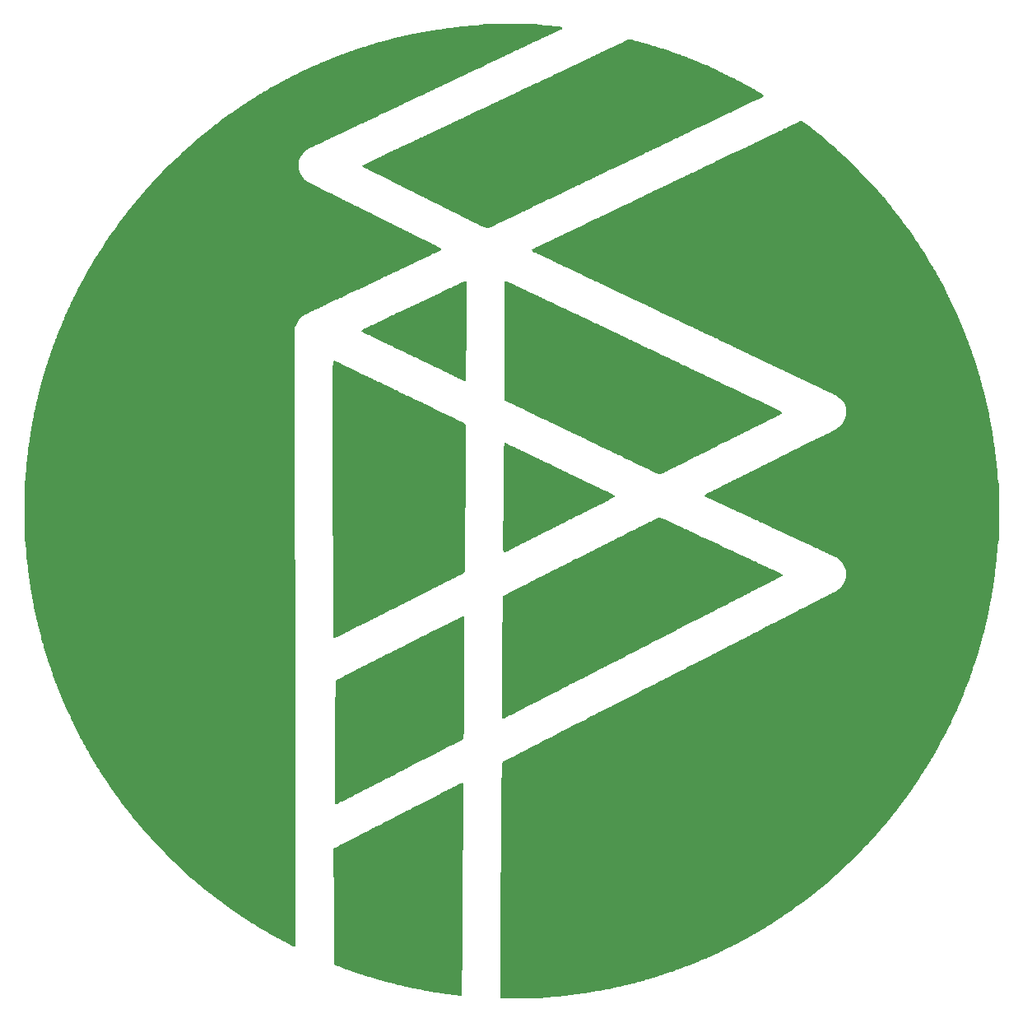
<source format=gbl>
G04 #@! TF.GenerationSoftware,KiCad,Pcbnew,7.0.9-unknown-1000.20231106gitacd7d5a.fc37*
G04 #@! TF.CreationDate,2023-11-18T15:56:13-08:00*
G04 #@! TF.ProjectId,strange-parts-coaster,73747261-6e67-4652-9d70-617274732d63,rev?*
G04 #@! TF.SameCoordinates,Original*
G04 #@! TF.FileFunction,Copper,L2,Bot*
G04 #@! TF.FilePolarity,Positive*
%FSLAX46Y46*%
G04 Gerber Fmt 4.6, Leading zero omitted, Abs format (unit mm)*
G04 Created by KiCad (PCBNEW 7.0.9-unknown-1000.20231106gitacd7d5a.fc37) date 2023-11-18 15:56:13*
%MOMM*%
%LPD*%
G01*
G04 APERTURE LIST*
G04 APERTURE END LIST*
G04 #@! TA.AperFunction,EtchedComponent*
G04 #@! TO.C,G\u002A\u002A\u002A*
G36*
X95305698Y-76381165D02*
G01*
X95310725Y-76410433D01*
X95316193Y-76507996D01*
X95320816Y-76668677D01*
X95324624Y-76887466D01*
X95327647Y-77159353D01*
X95329917Y-77479329D01*
X95331462Y-77842384D01*
X95332315Y-78243509D01*
X95332504Y-78677692D01*
X95332061Y-79139926D01*
X95331015Y-79625199D01*
X95329398Y-80128502D01*
X95327239Y-80644826D01*
X95324568Y-81169160D01*
X95321418Y-81696496D01*
X95317816Y-82221822D01*
X95313795Y-82740130D01*
X95309383Y-83246410D01*
X95304613Y-83735652D01*
X95299513Y-84202845D01*
X95294115Y-84642981D01*
X95288449Y-85051050D01*
X95282545Y-85422042D01*
X95276433Y-85750947D01*
X95270144Y-86032755D01*
X95263709Y-86262457D01*
X95257157Y-86435043D01*
X95250519Y-86545503D01*
X95243825Y-86588828D01*
X95226008Y-86607777D01*
X95188509Y-86623300D01*
X95129369Y-86609087D01*
X95027797Y-86562613D01*
X94940808Y-86520728D01*
X94789610Y-86449568D01*
X94642187Y-86381697D01*
X94534057Y-86331984D01*
X94423737Y-86279826D01*
X94353551Y-86244925D01*
X94299324Y-86216188D01*
X94243237Y-86187388D01*
X94174131Y-86153163D01*
X94078961Y-86107144D01*
X93944679Y-86042959D01*
X93758238Y-85954238D01*
X93648908Y-85902126D01*
X93442015Y-85803107D01*
X93205627Y-85689612D01*
X92961145Y-85571921D01*
X92729971Y-85460314D01*
X92389602Y-85295774D01*
X92082241Y-85147404D01*
X91825270Y-85023648D01*
X91611203Y-84920923D01*
X91432553Y-84835645D01*
X91281833Y-84764231D01*
X91151555Y-84703097D01*
X91034233Y-84648660D01*
X90984648Y-84625711D01*
X90848905Y-84562139D01*
X90738443Y-84509363D01*
X90673437Y-84476981D01*
X90619290Y-84448315D01*
X90563005Y-84419428D01*
X90493823Y-84385171D01*
X90398667Y-84339160D01*
X90264460Y-84275011D01*
X90078125Y-84186340D01*
X89968583Y-84134108D01*
X89761708Y-84035000D01*
X89525374Y-83921364D01*
X89280963Y-83803489D01*
X89049858Y-83691659D01*
X88812965Y-83576903D01*
X88409771Y-83382206D01*
X88019597Y-83194717D01*
X87616297Y-83001885D01*
X87173721Y-82791160D01*
X87115042Y-82763231D01*
X86945560Y-82682150D01*
X86799316Y-82611598D01*
X86690306Y-82558349D01*
X86632528Y-82529180D01*
X86577304Y-82499650D01*
X86511350Y-82465904D01*
X86432035Y-82427578D01*
X86321903Y-82376276D01*
X86163494Y-82303601D01*
X86114280Y-82281004D01*
X85978387Y-82217731D01*
X85867784Y-82165007D01*
X85802699Y-82132429D01*
X85758528Y-82108613D01*
X85687514Y-82071490D01*
X85608922Y-82032590D01*
X85503427Y-81982451D01*
X85351704Y-81911612D01*
X85312192Y-81893222D01*
X85060802Y-81775797D01*
X84867162Y-81684320D01*
X84724320Y-81615286D01*
X84625322Y-81565194D01*
X84563216Y-81530541D01*
X84531052Y-81507824D01*
X84521875Y-81493542D01*
X84543112Y-81434892D01*
X84615831Y-81354062D01*
X84722443Y-81277631D01*
X84844271Y-81221367D01*
X84906984Y-81198284D01*
X85006649Y-81151548D01*
X85064709Y-81110381D01*
X85092923Y-81083162D01*
X85145973Y-81058239D01*
X85185524Y-81046091D01*
X85275762Y-81009291D01*
X85398583Y-80955316D01*
X85537101Y-80891774D01*
X85674429Y-80826273D01*
X85793679Y-80766421D01*
X85830404Y-80747286D01*
X85919957Y-80700625D01*
X85935404Y-80692829D01*
X86014926Y-80654407D01*
X86133505Y-80598321D01*
X86271733Y-80533776D01*
X86348453Y-80498049D01*
X86532447Y-80411792D01*
X86733879Y-80316791D01*
X86921165Y-80227919D01*
X87034353Y-80174039D01*
X87249447Y-80071820D01*
X87475453Y-79964578D01*
X87678835Y-79868234D01*
X87817210Y-79802653D01*
X88010487Y-79710763D01*
X88190383Y-79624945D01*
X88330958Y-79557556D01*
X88359961Y-79543677D01*
X88479786Y-79488248D01*
X88570389Y-79449340D01*
X88614025Y-79434659D01*
X88615136Y-79434612D01*
X88663346Y-79414092D01*
X88737612Y-79367508D01*
X88751726Y-79358105D01*
X88858470Y-79301415D01*
X88977699Y-79254023D01*
X88999659Y-79246553D01*
X89116066Y-79196071D01*
X89208062Y-79140776D01*
X89278306Y-79094272D01*
X89331052Y-79073864D01*
X89331819Y-79073830D01*
X89379551Y-79057483D01*
X89477422Y-79015510D01*
X89611578Y-78954077D01*
X89768161Y-78879349D01*
X89928832Y-78802572D01*
X90076242Y-78734596D01*
X90191564Y-78684004D01*
X90258523Y-78658139D01*
X90345623Y-78621857D01*
X90444490Y-78564017D01*
X90447932Y-78561608D01*
X90522575Y-78515744D01*
X90570768Y-78497040D01*
X90572918Y-78496788D01*
X90622663Y-78478089D01*
X90721968Y-78434016D01*
X90857567Y-78370618D01*
X91016193Y-78293943D01*
X91194124Y-78206937D01*
X91354740Y-78129243D01*
X91509364Y-78055645D01*
X91675929Y-77977684D01*
X91872369Y-77886900D01*
X92116619Y-77774831D01*
X92133701Y-77767006D01*
X92275661Y-77701574D01*
X92377947Y-77653168D01*
X92464334Y-77610319D01*
X92558594Y-77561553D01*
X92614345Y-77533880D01*
X92723217Y-77481234D01*
X92870510Y-77410657D01*
X93042533Y-77328661D01*
X93225596Y-77241756D01*
X93406008Y-77156456D01*
X93570079Y-77079271D01*
X93704119Y-77016713D01*
X93801934Y-76971311D01*
X94136768Y-76815105D01*
X94423952Y-76679811D01*
X94658945Y-76567594D01*
X94837202Y-76480620D01*
X94954181Y-76421052D01*
X94990347Y-76402367D01*
X95133468Y-76344948D01*
X95235932Y-76338181D01*
X95305698Y-76381165D01*
G37*
G04 #@! TD.AperFunction*
G04 #@! TA.AperFunction,EtchedComponent*
G36*
X99340139Y-92961105D02*
G01*
X99386214Y-92980061D01*
X99440704Y-93009007D01*
X99504372Y-93043094D01*
X99520585Y-93051332D01*
X99635242Y-93108176D01*
X99792847Y-93184827D01*
X99974765Y-93272267D01*
X100162358Y-93361477D01*
X100232809Y-93394789D01*
X100411189Y-93479266D01*
X100540500Y-93540876D01*
X100632981Y-93585582D01*
X100700865Y-93619344D01*
X100756389Y-93648124D01*
X100811790Y-93677883D01*
X100827890Y-93686273D01*
X100911008Y-93726900D01*
X101032649Y-93784349D01*
X101172585Y-93849026D01*
X101224430Y-93872874D01*
X101355828Y-93934598D01*
X101459073Y-93984897D01*
X101515341Y-94014672D01*
X101522268Y-94018825D01*
X101597541Y-94057722D01*
X101695738Y-94102593D01*
X101724427Y-94115111D01*
X101840603Y-94167541D01*
X101985216Y-94234386D01*
X102134717Y-94304614D01*
X102265558Y-94367191D01*
X102354190Y-94411085D01*
X102395734Y-94432517D01*
X102467586Y-94469088D01*
X102544854Y-94507458D01*
X102642474Y-94554927D01*
X102775385Y-94618792D01*
X102958523Y-94706352D01*
X103095033Y-94771649D01*
X103331987Y-94885294D01*
X103574910Y-95002095D01*
X103788352Y-95105020D01*
X103790411Y-95106015D01*
X103960935Y-95187972D01*
X104119364Y-95263335D01*
X104248100Y-95323780D01*
X104329545Y-95360985D01*
X104344493Y-95367620D01*
X104441513Y-95413664D01*
X104509943Y-95450721D01*
X104524029Y-95458843D01*
X104599818Y-95497504D01*
X104715651Y-95553252D01*
X104852699Y-95616955D01*
X104904535Y-95640794D01*
X105035936Y-95702506D01*
X105139185Y-95752797D01*
X105195454Y-95782570D01*
X105202362Y-95786710D01*
X105277637Y-95825570D01*
X105375852Y-95870367D01*
X105432290Y-95895627D01*
X105551859Y-95951386D01*
X105701992Y-96022960D01*
X105862926Y-96100990D01*
X105956230Y-96146386D01*
X106154131Y-96241512D01*
X106349933Y-96334368D01*
X106512358Y-96410068D01*
X106564374Y-96434103D01*
X106695700Y-96496050D01*
X106798879Y-96546495D01*
X106855113Y-96576320D01*
X106862232Y-96580592D01*
X106937488Y-96619856D01*
X107035511Y-96665449D01*
X107036299Y-96665795D01*
X107118504Y-96703495D01*
X107247679Y-96764477D01*
X107406266Y-96840390D01*
X107576704Y-96922881D01*
X107720433Y-96992559D01*
X107947605Y-97101912D01*
X108175135Y-97210694D01*
X108370454Y-97303294D01*
X108502814Y-97365695D01*
X108671570Y-97445552D01*
X108794047Y-97504090D01*
X108882049Y-97547023D01*
X108947380Y-97580064D01*
X109001846Y-97608929D01*
X109070213Y-97643429D01*
X109180430Y-97696488D01*
X109308523Y-97756560D01*
X109517930Y-97854357D01*
X109802225Y-97990263D01*
X110049414Y-98112318D01*
X110253696Y-98217509D01*
X110409268Y-98302823D01*
X110510330Y-98365249D01*
X110551081Y-98401774D01*
X110558575Y-98432034D01*
X110553320Y-98516802D01*
X110540154Y-98531226D01*
X110471156Y-98578618D01*
X110351845Y-98649251D01*
X110191599Y-98737856D01*
X109999795Y-98839167D01*
X109785811Y-98947915D01*
X109671657Y-99004905D01*
X109460605Y-99110534D01*
X109272196Y-99205164D01*
X109116919Y-99283510D01*
X109005266Y-99340285D01*
X108947727Y-99370205D01*
X108857607Y-99417308D01*
X108749290Y-99470702D01*
X108599551Y-99542092D01*
X108466164Y-99607340D01*
X108370795Y-99656651D01*
X108298295Y-99697650D01*
X108293512Y-99700470D01*
X108193817Y-99752985D01*
X108081818Y-99804406D01*
X108067717Y-99810405D01*
X107970233Y-99855634D01*
X107901420Y-99893362D01*
X107894559Y-99897731D01*
X107819280Y-99938100D01*
X107721023Y-99983642D01*
X107713879Y-99986737D01*
X107601368Y-100039289D01*
X107504545Y-100090093D01*
X107490582Y-100097734D01*
X107414659Y-100137307D01*
X107284628Y-100203945D01*
X107107819Y-100293931D01*
X106891562Y-100403545D01*
X106643187Y-100529069D01*
X106370024Y-100666787D01*
X106079403Y-100812979D01*
X105949969Y-100878045D01*
X105668540Y-101019708D01*
X105409140Y-101150540D01*
X105178849Y-101266956D01*
X104984745Y-101365367D01*
X104833906Y-101442189D01*
X104733412Y-101493835D01*
X104690341Y-101516718D01*
X104683582Y-101520687D01*
X104608295Y-101558761D01*
X104509943Y-101602697D01*
X104503461Y-101605441D01*
X104390652Y-101658149D01*
X104293466Y-101710854D01*
X104288435Y-101713896D01*
X104188802Y-101767707D01*
X104076988Y-101820336D01*
X104062397Y-101826687D01*
X103965181Y-101872188D01*
X103896591Y-101909203D01*
X103876468Y-101921514D01*
X103824273Y-101950364D01*
X103743117Y-101991817D01*
X103620919Y-102051973D01*
X103445596Y-102136934D01*
X103410561Y-102153998D01*
X103312507Y-102203266D01*
X103247159Y-102238260D01*
X103214845Y-102255589D01*
X103124921Y-102301264D01*
X102997948Y-102364358D01*
X102850284Y-102436693D01*
X102744406Y-102488419D01*
X102609700Y-102554886D01*
X102507250Y-102606225D01*
X102453409Y-102634295D01*
X102443949Y-102639347D01*
X102377680Y-102673280D01*
X102256762Y-102734469D01*
X102088336Y-102819324D01*
X101879545Y-102924256D01*
X101637528Y-103045673D01*
X101369428Y-103179985D01*
X101082386Y-103323602D01*
X100970273Y-103379721D01*
X100689547Y-103520786D01*
X100430530Y-103651705D01*
X100200373Y-103768814D01*
X100006227Y-103868452D01*
X99855243Y-103946955D01*
X99754572Y-104000660D01*
X99711363Y-104025904D01*
X99661847Y-104056398D01*
X99562536Y-104106200D01*
X99441113Y-104160184D01*
X99388475Y-104184261D01*
X99335859Y-104210972D01*
X99289694Y-104233506D01*
X99249597Y-104247864D01*
X99215185Y-104250048D01*
X99186077Y-104236058D01*
X99161891Y-104201896D01*
X99142243Y-104143563D01*
X99126752Y-104057059D01*
X99115035Y-103938385D01*
X99106711Y-103783543D01*
X99101397Y-103588534D01*
X99098710Y-103349359D01*
X99098269Y-103062018D01*
X99099691Y-102722513D01*
X99102594Y-102326845D01*
X99106595Y-101871014D01*
X99111313Y-101351023D01*
X99116366Y-100762871D01*
X99118511Y-100501661D01*
X99123234Y-99935531D01*
X99128210Y-99349975D01*
X99133349Y-98755167D01*
X99138560Y-98161285D01*
X99143751Y-97578503D01*
X99148832Y-97016999D01*
X99153711Y-96486948D01*
X99158298Y-95998525D01*
X99162501Y-95561908D01*
X99166230Y-95187271D01*
X99170032Y-94798176D01*
X99174002Y-94387335D01*
X99177977Y-94039802D01*
X99182722Y-93750731D01*
X99189002Y-93515274D01*
X99197581Y-93328583D01*
X99209223Y-93185813D01*
X99224693Y-93082115D01*
X99244755Y-93012643D01*
X99270174Y-92972548D01*
X99301713Y-92956985D01*
X99340139Y-92961105D01*
G37*
G04 #@! TD.AperFunction*
G04 #@! TA.AperFunction,EtchedComponent*
G36*
X94983854Y-127989956D02*
G01*
X95007616Y-128057155D01*
X95009687Y-128081986D01*
X95012113Y-128176372D01*
X95013746Y-128335306D01*
X95014602Y-128554228D01*
X95014701Y-128828578D01*
X95014059Y-129153797D01*
X95012695Y-129525323D01*
X95010627Y-129938598D01*
X95007872Y-130389060D01*
X95004448Y-130872151D01*
X95000373Y-131383309D01*
X94995666Y-131917976D01*
X94990343Y-132471591D01*
X94988504Y-132657580D01*
X94983253Y-133212080D01*
X94977716Y-133828304D01*
X94971951Y-134498613D01*
X94966014Y-135215366D01*
X94959962Y-135970926D01*
X94953853Y-136757653D01*
X94947744Y-137567908D01*
X94941691Y-138394051D01*
X94935752Y-139228444D01*
X94929984Y-140063447D01*
X94924444Y-140891422D01*
X94919189Y-141704729D01*
X94914275Y-142495729D01*
X94909762Y-143256783D01*
X94909195Y-143354482D01*
X94904145Y-144187372D01*
X94899009Y-144969495D01*
X94893803Y-145699206D01*
X94888546Y-146374860D01*
X94883256Y-146994810D01*
X94877951Y-147557412D01*
X94872651Y-148061019D01*
X94867372Y-148503986D01*
X94862134Y-148884668D01*
X94856954Y-149201419D01*
X94851851Y-149452593D01*
X94846843Y-149636545D01*
X94841948Y-149751629D01*
X94837185Y-149796200D01*
X94816934Y-149829443D01*
X94786919Y-149851878D01*
X94734594Y-149857964D01*
X94643673Y-149849177D01*
X94497869Y-149826997D01*
X94379699Y-149810904D01*
X94209621Y-149791443D01*
X94012862Y-149771444D01*
X93812358Y-149753371D01*
X93617719Y-149734649D01*
X93419032Y-149711080D01*
X93245881Y-149686227D01*
X93121498Y-149663126D01*
X93004628Y-149640043D01*
X92833486Y-149611781D01*
X92636144Y-149583034D01*
X92435987Y-149557409D01*
X92426782Y-149556319D01*
X92239300Y-149532282D01*
X92067567Y-149507114D01*
X91930252Y-149483736D01*
X91846023Y-149465069D01*
X91792139Y-149451673D01*
X91667043Y-149426782D01*
X91506716Y-149399196D01*
X91332790Y-149372806D01*
X91217449Y-149355216D01*
X91043630Y-149324191D01*
X90894944Y-149292506D01*
X90794642Y-149264829D01*
X90761378Y-149254464D01*
X90635607Y-149225187D01*
X90474659Y-149196638D01*
X90305088Y-149173755D01*
X90239838Y-149165871D01*
X90071878Y-149140629D01*
X89923658Y-149111972D01*
X89821254Y-149084700D01*
X89796724Y-149076652D01*
X89676907Y-149044498D01*
X89521089Y-149009521D01*
X89356534Y-148977983D01*
X89308327Y-148969342D01*
X89143866Y-148936237D01*
X88996460Y-148901639D01*
X88893244Y-148871771D01*
X88857940Y-148860228D01*
X88716838Y-148823796D01*
X88574812Y-148797892D01*
X88552029Y-148794564D01*
X88421582Y-148769639D01*
X88258880Y-148732275D01*
X88093750Y-148689211D01*
X88065797Y-148681432D01*
X87888718Y-148633055D01*
X87712174Y-148586076D01*
X87570596Y-148549680D01*
X87506763Y-148533726D01*
X86980209Y-148397131D01*
X86519465Y-148268070D01*
X86127415Y-148147347D01*
X86063601Y-148127070D01*
X85902304Y-148078489D01*
X85748579Y-148035020D01*
X85657127Y-148009762D01*
X85456364Y-147951986D01*
X85227911Y-147884100D01*
X84997903Y-147813913D01*
X84792471Y-147749238D01*
X84642353Y-147700737D01*
X84463550Y-147641859D01*
X84320369Y-147592758D01*
X84192878Y-147546542D01*
X84061146Y-147496317D01*
X83944161Y-147453751D01*
X83838989Y-147421041D01*
X83777021Y-147408523D01*
X83731478Y-147400057D01*
X83634212Y-147369404D01*
X83516159Y-147324073D01*
X83455372Y-147298987D01*
X83360982Y-147261253D01*
X83258751Y-147222372D01*
X83133576Y-147176778D01*
X82970352Y-147118906D01*
X82753977Y-147043189D01*
X82671429Y-147013031D01*
X82550375Y-146964293D01*
X82465341Y-146924557D01*
X82403395Y-146896689D01*
X82285993Y-146854133D01*
X82152600Y-146813190D01*
X82049431Y-146778412D01*
X81911882Y-146715827D01*
X81809844Y-146650887D01*
X81689631Y-146550534D01*
X81679716Y-140650087D01*
X81669801Y-134749640D01*
X81796806Y-134652768D01*
X81818302Y-134637839D01*
X81910972Y-134581906D01*
X82052281Y-134502718D01*
X82230884Y-134406433D01*
X82435435Y-134299209D01*
X82654591Y-134187203D01*
X82751671Y-134138189D01*
X82963339Y-134031080D01*
X83154305Y-133934126D01*
X83313631Y-133852899D01*
X83430379Y-133792967D01*
X83493608Y-133759904D01*
X83595709Y-133706688D01*
X83710085Y-133650460D01*
X83761594Y-133625218D01*
X83871892Y-133569648D01*
X84022843Y-133492734D01*
X84201671Y-133400991D01*
X84395596Y-133300936D01*
X84415240Y-133290774D01*
X84635984Y-133176833D01*
X84897901Y-133041987D01*
X85180046Y-132897001D01*
X85461477Y-132752638D01*
X85721248Y-132619662D01*
X85785773Y-132586649D01*
X86031087Y-132460731D01*
X86277226Y-132333818D01*
X86507907Y-132214340D01*
X86706845Y-132110725D01*
X86857753Y-132031403D01*
X87011921Y-131950020D01*
X87147328Y-131879123D01*
X87248218Y-131826931D01*
X87300000Y-131801043D01*
X87308314Y-131797249D01*
X87471585Y-131722151D01*
X87582216Y-131669658D01*
X87653035Y-131633513D01*
X87696875Y-131607455D01*
X87704055Y-131602856D01*
X87779304Y-131561760D01*
X87877273Y-131514952D01*
X87932931Y-131488448D01*
X88048363Y-131430886D01*
X88203621Y-131351918D01*
X88385507Y-131258264D01*
X88580824Y-131156646D01*
X88671056Y-131109554D01*
X88927142Y-130976665D01*
X89202298Y-130834763D01*
X89468891Y-130698072D01*
X89699290Y-130580818D01*
X89826316Y-130516359D01*
X90003591Y-130425833D01*
X90155408Y-130347644D01*
X90268771Y-130288496D01*
X90330682Y-130255096D01*
X90350361Y-130243914D01*
X90419374Y-130206504D01*
X90510750Y-130159833D01*
X90638780Y-130096710D01*
X90817756Y-130009941D01*
X90852817Y-129992875D01*
X90950856Y-129943750D01*
X91016193Y-129909004D01*
X91037230Y-129897424D01*
X91120647Y-129853414D01*
X91248824Y-129786871D01*
X91408735Y-129704456D01*
X91587355Y-129612831D01*
X91771658Y-129518659D01*
X91948620Y-129428601D01*
X92105216Y-129349319D01*
X92228420Y-129287474D01*
X92305207Y-129249729D01*
X92325126Y-129240173D01*
X92438378Y-129184167D01*
X92531534Y-129135774D01*
X92572815Y-129113935D01*
X92674450Y-129061154D01*
X92818126Y-128987090D01*
X92991185Y-128898267D01*
X93180966Y-128801205D01*
X93257164Y-128762258D01*
X93503277Y-128636020D01*
X93765818Y-128500819D01*
X94017868Y-128370537D01*
X94232503Y-128259053D01*
X94313461Y-128217410D01*
X94491540Y-128129607D01*
X94650777Y-128056009D01*
X94776305Y-128003339D01*
X94853257Y-127978322D01*
X94858798Y-127977288D01*
X94942804Y-127967704D01*
X94983854Y-127989956D01*
G37*
G04 #@! TD.AperFunction*
G04 #@! TA.AperFunction,EtchedComponent*
G36*
X95078974Y-110833902D02*
G01*
X95102722Y-110870337D01*
X95103180Y-110874214D01*
X95104653Y-110933198D01*
X95105771Y-111059636D01*
X95106541Y-111249819D01*
X95106968Y-111500041D01*
X95107061Y-111806595D01*
X95106826Y-112165773D01*
X95106270Y-112573869D01*
X95105399Y-113027174D01*
X95104221Y-113521984D01*
X95102743Y-114054589D01*
X95100970Y-114621284D01*
X95098911Y-115218360D01*
X95096573Y-115842112D01*
X95093961Y-116488831D01*
X95091083Y-117154812D01*
X95089410Y-117529188D01*
X95086017Y-118283194D01*
X95082860Y-118969722D01*
X95079889Y-119591968D01*
X95077055Y-120153126D01*
X95074306Y-120656393D01*
X95071593Y-121104963D01*
X95068865Y-121502031D01*
X95066072Y-121850794D01*
X95063164Y-122154445D01*
X95060090Y-122416182D01*
X95056799Y-122639198D01*
X95053243Y-122826689D01*
X95049370Y-122981850D01*
X95045130Y-123107877D01*
X95040472Y-123207965D01*
X95035347Y-123285310D01*
X95029705Y-123343106D01*
X95023494Y-123384548D01*
X95016664Y-123412833D01*
X95009166Y-123431155D01*
X95000949Y-123442710D01*
X94991962Y-123450692D01*
X94961914Y-123473061D01*
X94908870Y-123508699D01*
X94838837Y-123550947D01*
X94743896Y-123604094D01*
X94616128Y-123672431D01*
X94447615Y-123760246D01*
X94230438Y-123871830D01*
X93956676Y-124011471D01*
X93918168Y-124031078D01*
X93651074Y-124167284D01*
X93346727Y-124322778D01*
X93028243Y-124485734D01*
X92718740Y-124644325D01*
X92441335Y-124786725D01*
X92411818Y-124801893D01*
X92123397Y-124949979D01*
X91800545Y-125115552D01*
X91467910Y-125285983D01*
X91150137Y-125448643D01*
X90871875Y-125590904D01*
X90551864Y-125754453D01*
X90195099Y-125937009D01*
X89873279Y-126101933D01*
X89591299Y-126246709D01*
X89354053Y-126368821D01*
X89166435Y-126465753D01*
X89033339Y-126534989D01*
X88959659Y-126574013D01*
X88946017Y-126581364D01*
X88845686Y-126633062D01*
X88733854Y-126688081D01*
X88680659Y-126714220D01*
X88564351Y-126772644D01*
X88408054Y-126851959D01*
X88225470Y-126945203D01*
X88030302Y-127045418D01*
X87862268Y-127131837D01*
X87629274Y-127251477D01*
X87361632Y-127388764D01*
X87074885Y-127535728D01*
X86784577Y-127684401D01*
X86506250Y-127826813D01*
X86256557Y-127954550D01*
X85965482Y-128103545D01*
X85675881Y-128251867D01*
X85403448Y-128391477D01*
X85163879Y-128514332D01*
X84972869Y-128612392D01*
X84959911Y-128619049D01*
X84739776Y-128732055D01*
X84478071Y-128866257D01*
X84196038Y-129010770D01*
X83914922Y-129154709D01*
X83655966Y-129287188D01*
X83546550Y-129343183D01*
X83336827Y-129450793D01*
X83149436Y-129547307D01*
X82994865Y-129627305D01*
X82883602Y-129685365D01*
X82826136Y-129716068D01*
X82749749Y-129755789D01*
X82645738Y-129802931D01*
X82623780Y-129812490D01*
X82532626Y-129856986D01*
X82406885Y-129922173D01*
X82266903Y-129997596D01*
X82219802Y-130023123D01*
X82047417Y-130107897D01*
X81923499Y-130150815D01*
X81840990Y-130153675D01*
X81792833Y-130118272D01*
X81789051Y-130096877D01*
X81783987Y-130005666D01*
X81779883Y-129845693D01*
X81776731Y-129619016D01*
X81774525Y-129327697D01*
X81773259Y-128973794D01*
X81772926Y-128559368D01*
X81773520Y-128086478D01*
X81775034Y-127557185D01*
X81777463Y-126973548D01*
X81780800Y-126337627D01*
X81785037Y-125651482D01*
X81790170Y-124917173D01*
X81796191Y-124136759D01*
X81803095Y-123312300D01*
X81810873Y-122445857D01*
X81819522Y-121539489D01*
X81820754Y-121414150D01*
X81826851Y-120803716D01*
X81832491Y-120260616D01*
X81837771Y-119780808D01*
X81842790Y-119360245D01*
X81847645Y-118994885D01*
X81852435Y-118680681D01*
X81857256Y-118413591D01*
X81862209Y-118189568D01*
X81867389Y-118004569D01*
X81872896Y-117854549D01*
X81878827Y-117735464D01*
X81885280Y-117643269D01*
X81892353Y-117573919D01*
X81900144Y-117523371D01*
X81908751Y-117487580D01*
X81918273Y-117462500D01*
X81931724Y-117436999D01*
X81962103Y-117395679D01*
X82008967Y-117352431D01*
X82080357Y-117302260D01*
X82184316Y-117240176D01*
X82328885Y-117161187D01*
X82522104Y-117060300D01*
X82772017Y-116932525D01*
X82930869Y-116851895D01*
X83144317Y-116744081D01*
X83333565Y-116649096D01*
X83488599Y-116571941D01*
X83599404Y-116517616D01*
X83655966Y-116491123D01*
X83732200Y-116456409D01*
X83836363Y-116402808D01*
X83862312Y-116388724D01*
X83957242Y-116339476D01*
X84087624Y-116273541D01*
X84233238Y-116201193D01*
X84299791Y-116168220D01*
X84441069Y-116096928D01*
X84557926Y-116036279D01*
X84630113Y-115996705D01*
X84634910Y-115993890D01*
X84734602Y-115941545D01*
X84846591Y-115890197D01*
X84860882Y-115884133D01*
X84958262Y-115839883D01*
X85026988Y-115804126D01*
X85038453Y-115797802D01*
X85107729Y-115761787D01*
X85231314Y-115698608D01*
X85402126Y-115611849D01*
X85613086Y-115505097D01*
X85857114Y-115381936D01*
X86127129Y-115245951D01*
X86416051Y-115100728D01*
X86539223Y-115038847D01*
X86823457Y-114895811D01*
X87087164Y-114762785D01*
X87323013Y-114643486D01*
X87523672Y-114541633D01*
X87681810Y-114460944D01*
X87790094Y-114405139D01*
X87841193Y-114377934D01*
X87846885Y-114374656D01*
X87946350Y-114322149D01*
X88057670Y-114269117D01*
X88165995Y-114219422D01*
X88490625Y-114055835D01*
X88505797Y-114047892D01*
X88582545Y-114008613D01*
X88714498Y-113941570D01*
X88895355Y-113849947D01*
X89118814Y-113736932D01*
X89378573Y-113605708D01*
X89668332Y-113459464D01*
X89981789Y-113301384D01*
X90312642Y-113134655D01*
X90475095Y-113052794D01*
X90796294Y-112890794D01*
X91095972Y-112739455D01*
X91367996Y-112601887D01*
X91606230Y-112481200D01*
X91804540Y-112380502D01*
X91956791Y-112302903D01*
X92056849Y-112251513D01*
X92098579Y-112229440D01*
X92105343Y-112225484D01*
X92180630Y-112187505D01*
X92278977Y-112143610D01*
X92285561Y-112140825D01*
X92398324Y-112088565D01*
X92495454Y-112036855D01*
X92584999Y-111987383D01*
X92693892Y-111933285D01*
X92788563Y-111887312D01*
X92874290Y-111841639D01*
X92880693Y-111837997D01*
X92967839Y-111793907D01*
X93072727Y-111746770D01*
X93079322Y-111743979D01*
X93192080Y-111691697D01*
X93289204Y-111639980D01*
X93379139Y-111589863D01*
X93487642Y-111534757D01*
X93498911Y-111529322D01*
X93578275Y-111490037D01*
X93707516Y-111425290D01*
X93875231Y-111340821D01*
X94070021Y-111242368D01*
X94280486Y-111135668D01*
X94290856Y-111130405D01*
X94536102Y-111007715D01*
X94725916Y-110917521D01*
X94867703Y-110857432D01*
X94968872Y-110825060D01*
X95036826Y-110818013D01*
X95078974Y-110833902D01*
G37*
G04 #@! TD.AperFunction*
G04 #@! TA.AperFunction,EtchedComponent*
G36*
X81754774Y-84536627D02*
G01*
X81868319Y-84577481D01*
X82032067Y-84652963D01*
X82149242Y-84709438D01*
X82328996Y-84795634D01*
X82527079Y-84890271D01*
X82717898Y-84981103D01*
X82752529Y-84997550D01*
X82931642Y-85082699D01*
X83059956Y-85143963D01*
X83149869Y-85187377D01*
X83213782Y-85218978D01*
X83264096Y-85244801D01*
X83313210Y-85270883D01*
X83315221Y-85271953D01*
X83378240Y-85303609D01*
X83490249Y-85358306D01*
X83636009Y-85428648D01*
X83800284Y-85507243D01*
X83976631Y-85591541D01*
X84211532Y-85704373D01*
X84452557Y-85820607D01*
X84668429Y-85925187D01*
X84722888Y-85951555D01*
X84882776Y-86027768D01*
X85015620Y-86089319D01*
X85108859Y-86130463D01*
X85149933Y-86145455D01*
X85151811Y-86145580D01*
X85201220Y-86167359D01*
X85276176Y-86215215D01*
X85371694Y-86269758D01*
X85480183Y-86310675D01*
X85578178Y-86346320D01*
X85683845Y-86404593D01*
X85783968Y-86462795D01*
X85900322Y-86513345D01*
X86007451Y-86560387D01*
X86105221Y-86620263D01*
X86177194Y-86666076D01*
X86236565Y-86686648D01*
X86236614Y-86686648D01*
X86285220Y-86702008D01*
X86383808Y-86743681D01*
X86518064Y-86805317D01*
X86673674Y-86880566D01*
X86751700Y-86919116D01*
X87080936Y-87079886D01*
X87357075Y-87211201D01*
X87588636Y-87317128D01*
X87596743Y-87320758D01*
X87708817Y-87373275D01*
X87805113Y-87421777D01*
X87846324Y-87443292D01*
X87975838Y-87507678D01*
X88132423Y-87582729D01*
X88288994Y-87655571D01*
X88418466Y-87713330D01*
X88432961Y-87719635D01*
X88530229Y-87765422D01*
X88598863Y-87803101D01*
X88614754Y-87812807D01*
X88694991Y-87855673D01*
X88797301Y-87905229D01*
X88828579Y-87919806D01*
X88935258Y-87971317D01*
X89013778Y-88011725D01*
X89015772Y-88012817D01*
X89078773Y-88044921D01*
X89190783Y-88099991D01*
X89336557Y-88170592D01*
X89500852Y-88249288D01*
X89673901Y-88331816D01*
X89909174Y-88444183D01*
X90150674Y-88559665D01*
X90366761Y-88663140D01*
X90383395Y-88671109D01*
X90571947Y-88761014D01*
X90756918Y-88848520D01*
X90917837Y-88923978D01*
X91034233Y-88977740D01*
X91101894Y-89009031D01*
X91243258Y-89075732D01*
X91422130Y-89161116D01*
X91622405Y-89257488D01*
X91827983Y-89357149D01*
X92050173Y-89465174D01*
X92397713Y-89633709D01*
X92753075Y-89805574D01*
X93107172Y-89976402D01*
X93450916Y-90141828D01*
X93775221Y-90297486D01*
X94071000Y-90439012D01*
X94329165Y-90562039D01*
X94540629Y-90662201D01*
X94696307Y-90735134D01*
X94824540Y-90794703D01*
X94939949Y-90848480D01*
X95015103Y-90883687D01*
X95096663Y-90933010D01*
X95186481Y-91004187D01*
X95273579Y-91084907D01*
X95272779Y-92232155D01*
X95272353Y-92440338D01*
X95271264Y-92726397D01*
X95269564Y-93073827D01*
X95267296Y-93477074D01*
X95264504Y-93930580D01*
X95261233Y-94428792D01*
X95257527Y-94966152D01*
X95253430Y-95537105D01*
X95248986Y-96136096D01*
X95244238Y-96757569D01*
X95239233Y-97395968D01*
X95234012Y-98045738D01*
X95228621Y-98701322D01*
X95223104Y-99357166D01*
X95217505Y-100007713D01*
X95211868Y-100647409D01*
X95206237Y-101270696D01*
X95200656Y-101872020D01*
X95195169Y-102445826D01*
X95189821Y-102986556D01*
X95184656Y-103488656D01*
X95179717Y-103946570D01*
X95154567Y-106215441D01*
X95050203Y-106334305D01*
X95027083Y-106358665D01*
X94931420Y-106434360D01*
X94840807Y-106476239D01*
X94753367Y-106506292D01*
X94652902Y-106563198D01*
X94561067Y-106619392D01*
X94451174Y-106667621D01*
X94342319Y-106714551D01*
X94234697Y-106776901D01*
X94142877Y-106831667D01*
X94046875Y-106873154D01*
X93965991Y-106906022D01*
X93866477Y-106961787D01*
X93863110Y-106964044D01*
X93763068Y-107020501D01*
X93650000Y-107071339D01*
X93635842Y-107076874D01*
X93541041Y-107118948D01*
X93477675Y-107155001D01*
X93446788Y-107172871D01*
X93356814Y-107220645D01*
X93216422Y-107293402D01*
X93033334Y-107387190D01*
X92815269Y-107498057D01*
X92569947Y-107622051D01*
X92305089Y-107755221D01*
X92086650Y-107864887D01*
X91834801Y-107991622D01*
X91607743Y-108106203D01*
X91413425Y-108204604D01*
X91259795Y-108282798D01*
X91154801Y-108336758D01*
X91106392Y-108362459D01*
X91099482Y-108366433D01*
X91012431Y-108411560D01*
X90907954Y-108460383D01*
X90900445Y-108463716D01*
X90788100Y-108517427D01*
X90691477Y-108569241D01*
X90686504Y-108572144D01*
X90586856Y-108624459D01*
X90475000Y-108676114D01*
X90460703Y-108682271D01*
X90363326Y-108727876D01*
X90294602Y-108765730D01*
X90287539Y-108770232D01*
X90212278Y-108810987D01*
X90114204Y-108857293D01*
X90106634Y-108860650D01*
X89994316Y-108914028D01*
X89897727Y-108965158D01*
X89706519Y-109067518D01*
X89464773Y-109181901D01*
X89457030Y-109185381D01*
X89344790Y-109239563D01*
X89248295Y-109291598D01*
X89199937Y-109318429D01*
X89093241Y-109374678D01*
X88953146Y-109446721D01*
X88797301Y-109525406D01*
X88672892Y-109587969D01*
X88537539Y-109656856D01*
X88435482Y-109709742D01*
X88382386Y-109738577D01*
X88355189Y-109753150D01*
X88268012Y-109797877D01*
X88130010Y-109867795D01*
X87949088Y-109958925D01*
X87733150Y-110067288D01*
X87490099Y-110188906D01*
X87227841Y-110319798D01*
X87036235Y-110415359D01*
X86783767Y-110541432D01*
X86554699Y-110656000D01*
X86357270Y-110754932D01*
X86199720Y-110834099D01*
X86090289Y-110889369D01*
X86037216Y-110916614D01*
X86037051Y-110916702D01*
X85938943Y-110967154D01*
X85829758Y-111020657D01*
X85716180Y-111074670D01*
X85595241Y-111132184D01*
X85595072Y-111132265D01*
X85485833Y-111185955D01*
X85387784Y-111236756D01*
X85348200Y-111257233D01*
X85248018Y-111308142D01*
X85096088Y-111384926D01*
X84899268Y-111484132D01*
X84664419Y-111602306D01*
X84398399Y-111735994D01*
X84108068Y-111881742D01*
X83800284Y-112036097D01*
X83529689Y-112172013D01*
X83239533Y-112318403D01*
X82974009Y-112453048D01*
X82739774Y-112572539D01*
X82543485Y-112673464D01*
X82391798Y-112752414D01*
X82291372Y-112805980D01*
X82248863Y-112830751D01*
X82190851Y-112864667D01*
X82086735Y-112913293D01*
X81960227Y-112965320D01*
X81940976Y-112972747D01*
X81811024Y-113022174D01*
X81731442Y-113047823D01*
X81686904Y-113051249D01*
X81662081Y-113034008D01*
X81641644Y-112997656D01*
X81640549Y-112990945D01*
X81637497Y-112924354D01*
X81634469Y-112789665D01*
X81631471Y-112589862D01*
X81628505Y-112327931D01*
X81625578Y-112006854D01*
X81622693Y-111629616D01*
X81619855Y-111199202D01*
X81617068Y-110718594D01*
X81614337Y-110190779D01*
X81611667Y-109618739D01*
X81609061Y-109005459D01*
X81606524Y-108353923D01*
X81604061Y-107667116D01*
X81601676Y-106948021D01*
X81599374Y-106199622D01*
X81597159Y-105424905D01*
X81595035Y-104626852D01*
X81593008Y-103808449D01*
X81591081Y-102972679D01*
X81589259Y-102122526D01*
X81587547Y-101260976D01*
X81585948Y-100391011D01*
X81584468Y-99515616D01*
X81583111Y-98637776D01*
X81581882Y-97760473D01*
X81580784Y-96886694D01*
X81579822Y-96019421D01*
X81579002Y-95161639D01*
X81578326Y-94316333D01*
X81577801Y-93486486D01*
X81577430Y-92675082D01*
X81577217Y-91885106D01*
X81577168Y-91119541D01*
X81577286Y-90381373D01*
X81577576Y-89673585D01*
X81578043Y-88999161D01*
X81578692Y-88361086D01*
X81579525Y-87762344D01*
X81580549Y-87205919D01*
X81581767Y-86694794D01*
X81583185Y-86231955D01*
X81584805Y-85820386D01*
X81586634Y-85463070D01*
X81588675Y-85162992D01*
X81590933Y-84923136D01*
X81593412Y-84746486D01*
X81596118Y-84636026D01*
X81599053Y-84594741D01*
X81629575Y-84552254D01*
X81679253Y-84528764D01*
X81754774Y-84536627D01*
G37*
G04 #@! TD.AperFunction*
G04 #@! TA.AperFunction,EtchedComponent*
G36*
X99512186Y-76370105D02*
G01*
X99671488Y-76431224D01*
X99883871Y-76529912D01*
X100056799Y-76613912D01*
X100245156Y-76704544D01*
X100414191Y-76785055D01*
X100541193Y-76844573D01*
X100671903Y-76905176D01*
X100783107Y-76957956D01*
X100872893Y-77002642D01*
X100965128Y-77050846D01*
X100980343Y-77058605D01*
X101059801Y-77096904D01*
X101178486Y-77152544D01*
X101316903Y-77216355D01*
X101368777Y-77240210D01*
X101500163Y-77301843D01*
X101603397Y-77351976D01*
X101659659Y-77381538D01*
X101714579Y-77411439D01*
X101803977Y-77453486D01*
X101846987Y-77472392D01*
X101954348Y-77520944D01*
X102074574Y-77576452D01*
X102094120Y-77585561D01*
X102224413Y-77645909D01*
X102384292Y-77719537D01*
X102543608Y-77792552D01*
X102661263Y-77846433D01*
X102780540Y-77901739D01*
X102866362Y-77942951D01*
X102937480Y-77979136D01*
X103012642Y-78019361D01*
X103023146Y-78024907D01*
X103101621Y-78063821D01*
X103219447Y-78120193D01*
X103355398Y-78183838D01*
X103592015Y-78293909D01*
X103823115Y-78402293D01*
X104038702Y-78504220D01*
X104228781Y-78594920D01*
X104383357Y-78669625D01*
X104492436Y-78723565D01*
X104546023Y-78751971D01*
X104600918Y-78782233D01*
X104690341Y-78824509D01*
X104728893Y-78841494D01*
X104851034Y-78897232D01*
X105025891Y-78978555D01*
X105245270Y-79081593D01*
X105500975Y-79202479D01*
X105784815Y-79337345D01*
X106088594Y-79482322D01*
X106404119Y-79633543D01*
X106541611Y-79699382D01*
X106738616Y-79793191D01*
X106924203Y-79881033D01*
X107071591Y-79950204D01*
X107216791Y-80018088D01*
X107476953Y-80140486D01*
X107790567Y-80288749D01*
X108150809Y-80459647D01*
X108550852Y-80649951D01*
X108718433Y-80729639D01*
X108892121Y-80811985D01*
X109041500Y-80882561D01*
X109146165Y-80931711D01*
X109156080Y-80936344D01*
X109264611Y-80987497D01*
X109416915Y-81059784D01*
X109594171Y-81144255D01*
X109777557Y-81231958D01*
X109917794Y-81299082D01*
X110399597Y-81528430D01*
X110830067Y-81731254D01*
X111202699Y-81904486D01*
X111253723Y-81928069D01*
X111387177Y-81990384D01*
X111493911Y-82041107D01*
X111554474Y-82071029D01*
X111560308Y-82074124D01*
X111649771Y-82120764D01*
X111737176Y-82164009D01*
X111845183Y-82214777D01*
X111996449Y-82283985D01*
X112143277Y-82351337D01*
X112301581Y-82424941D01*
X112429403Y-82485354D01*
X112494710Y-82516329D01*
X112627659Y-82577815D01*
X112736079Y-82626114D01*
X112750658Y-82632448D01*
X112847881Y-82677811D01*
X112916477Y-82714641D01*
X112930566Y-82722766D01*
X113006356Y-82761433D01*
X113122188Y-82817191D01*
X113259233Y-82880906D01*
X113384237Y-82938184D01*
X113503339Y-82993353D01*
X113588399Y-83033957D01*
X113657385Y-83068618D01*
X113728267Y-83105958D01*
X113744520Y-83114338D01*
X113827674Y-83154925D01*
X113949246Y-83212558D01*
X114089062Y-83277637D01*
X114196520Y-83327623D01*
X114381729Y-83414836D01*
X114583724Y-83510869D01*
X114774574Y-83602484D01*
X114921690Y-83673082D01*
X115098924Y-83757070D01*
X115255726Y-83830299D01*
X115369886Y-83882330D01*
X115376984Y-83885483D01*
X115539343Y-83957832D01*
X115649622Y-84007721D01*
X115721308Y-84041497D01*
X115767886Y-84065507D01*
X115802841Y-84086097D01*
X115808621Y-84089511D01*
X115876473Y-84124688D01*
X116003405Y-84186975D01*
X116183994Y-84273778D01*
X116412816Y-84382505D01*
X116684448Y-84510561D01*
X116993466Y-84655355D01*
X117098150Y-84704590D01*
X117276345Y-84789152D01*
X117472852Y-84883039D01*
X117660937Y-84973507D01*
X117806039Y-85043122D01*
X117988175Y-85129384D01*
X118152017Y-85205851D01*
X118274290Y-85261591D01*
X118382806Y-85310214D01*
X118485277Y-85357709D01*
X118574500Y-85401987D01*
X118680185Y-85457380D01*
X118695522Y-85465216D01*
X118775014Y-85503731D01*
X118893643Y-85559729D01*
X119031960Y-85623998D01*
X119153178Y-85680321D01*
X119339413Y-85767728D01*
X119542380Y-85863700D01*
X119735511Y-85955712D01*
X119972516Y-86068730D01*
X120240832Y-86195175D01*
X120449536Y-86291433D01*
X120601420Y-86358801D01*
X120670943Y-86391037D01*
X120745738Y-86431298D01*
X120759947Y-86439422D01*
X120835776Y-86478106D01*
X120951553Y-86534073D01*
X121088494Y-86598177D01*
X121209282Y-86654200D01*
X121395609Y-86741317D01*
X121598742Y-86836860D01*
X121792045Y-86928329D01*
X121959435Y-87007774D01*
X122133197Y-87090121D01*
X122282647Y-87160824D01*
X122387358Y-87210212D01*
X122632628Y-87325570D01*
X122925915Y-87463741D01*
X123157064Y-87572961D01*
X123327987Y-87654138D01*
X123440596Y-87708177D01*
X123496804Y-87735984D01*
X123533587Y-87755221D01*
X123623082Y-87801932D01*
X123638316Y-87809594D01*
X123717779Y-87847639D01*
X123836455Y-87903104D01*
X123974858Y-87966853D01*
X124025592Y-87990129D01*
X124159166Y-88052074D01*
X124266010Y-88102553D01*
X124326633Y-88132393D01*
X124358208Y-88149114D01*
X124446073Y-88194814D01*
X124531680Y-88237337D01*
X124637662Y-88287737D01*
X124786648Y-88357066D01*
X124917402Y-88418007D01*
X125098273Y-88502894D01*
X125297310Y-88596751D01*
X125490199Y-88688137D01*
X125496535Y-88691147D01*
X125677395Y-88776792D01*
X125851915Y-88858966D01*
X126000499Y-88928467D01*
X126103551Y-88976098D01*
X126202463Y-89022203D01*
X126349792Y-89092278D01*
X126522332Y-89175284D01*
X126699900Y-89261561D01*
X126722284Y-89272476D01*
X126878706Y-89347555D01*
X127010170Y-89408653D01*
X127103452Y-89449737D01*
X127145325Y-89464773D01*
X127146226Y-89464801D01*
X127195486Y-89484712D01*
X127270567Y-89530478D01*
X127304433Y-89551525D01*
X127414749Y-89607977D01*
X127537773Y-89659763D01*
X127559162Y-89668077D01*
X127693305Y-89741231D01*
X127784003Y-89829035D01*
X127817329Y-89918596D01*
X127805969Y-89934923D01*
X127742792Y-89980820D01*
X127636614Y-90042597D01*
X127501633Y-90111575D01*
X127424364Y-90148926D01*
X127286721Y-90216093D01*
X127176997Y-90270440D01*
X127113778Y-90302805D01*
X127067065Y-90328009D01*
X126950737Y-90388579D01*
X126825142Y-90449572D01*
X126822584Y-90450788D01*
X126741169Y-90490277D01*
X126616094Y-90551753D01*
X126465429Y-90626248D01*
X126307243Y-90704789D01*
X126159605Y-90778407D01*
X126040586Y-90838130D01*
X125968253Y-90874987D01*
X125931116Y-90894497D01*
X125841974Y-90941930D01*
X125807588Y-90959605D01*
X125714473Y-91005976D01*
X125585008Y-91069590D01*
X125436079Y-91142118D01*
X125330402Y-91193622D01*
X125195607Y-91260127D01*
X125093083Y-91311684D01*
X125039204Y-91340122D01*
X125018567Y-91351462D01*
X124937653Y-91393325D01*
X124818390Y-91453431D01*
X124678409Y-91522852D01*
X124611535Y-91555856D01*
X124470385Y-91626089D01*
X124353650Y-91684913D01*
X124281534Y-91722182D01*
X124191644Y-91768294D01*
X124083096Y-91820694D01*
X124061397Y-91830941D01*
X123962961Y-91879181D01*
X123830443Y-91945650D01*
X123686221Y-92019157D01*
X123640115Y-92042735D01*
X123493025Y-92116563D01*
X123362128Y-92180391D01*
X123271307Y-92222514D01*
X123256484Y-92229040D01*
X123159395Y-92274766D01*
X123090909Y-92311608D01*
X123089786Y-92312276D01*
X123043603Y-92336296D01*
X122938333Y-92389498D01*
X122779096Y-92469334D01*
X122571011Y-92573256D01*
X122319198Y-92698715D01*
X122028775Y-92843163D01*
X121704863Y-93004051D01*
X121352580Y-93178831D01*
X120977046Y-93364954D01*
X120583381Y-93559872D01*
X120545367Y-93578685D01*
X120153222Y-93772826D01*
X119779692Y-93957866D01*
X119429897Y-94131261D01*
X119108954Y-94290469D01*
X118821983Y-94432948D01*
X118574102Y-94556154D01*
X118370430Y-94657547D01*
X118216085Y-94734582D01*
X118116186Y-94784718D01*
X118075852Y-94805411D01*
X118027630Y-94831934D01*
X117918841Y-94888665D01*
X117772429Y-94963063D01*
X117599738Y-95049562D01*
X117412108Y-95142592D01*
X117220882Y-95236586D01*
X117037401Y-95325976D01*
X116873007Y-95405194D01*
X116739042Y-95468672D01*
X116646847Y-95510842D01*
X116607765Y-95526137D01*
X116557688Y-95544502D01*
X116484198Y-95591709D01*
X116480573Y-95594432D01*
X116383454Y-95653843D01*
X116271875Y-95705890D01*
X116260139Y-95710515D01*
X116160606Y-95757161D01*
X116089134Y-95802224D01*
X116085228Y-95805397D01*
X116008960Y-95850350D01*
X115908737Y-95892453D01*
X115907233Y-95892971D01*
X115794410Y-95939609D01*
X115696454Y-95991949D01*
X115655129Y-96016163D01*
X115547585Y-96071005D01*
X115425858Y-96126265D01*
X115336824Y-96162287D01*
X115216696Y-96199304D01*
X115128740Y-96204183D01*
X115053701Y-96179691D01*
X115041763Y-96173726D01*
X114968431Y-96137977D01*
X114848281Y-96079973D01*
X114694936Y-96006281D01*
X114522017Y-95923465D01*
X114313104Y-95823484D01*
X114077286Y-95710475D01*
X113848627Y-95600768D01*
X113656108Y-95508257D01*
X113536601Y-95450822D01*
X113310864Y-95342548D01*
X113080531Y-95232285D01*
X112880398Y-95136701D01*
X112749724Y-95074238D01*
X112551258Y-94979050D01*
X112322865Y-94869261D01*
X112083503Y-94753986D01*
X111852131Y-94642340D01*
X111638234Y-94539241D01*
X111425810Y-94437289D01*
X111233330Y-94345326D01*
X111075789Y-94270516D01*
X110968182Y-94220025D01*
X110840264Y-94160186D01*
X110730027Y-94107529D01*
X110661506Y-94073531D01*
X110599175Y-94040945D01*
X110524540Y-94002971D01*
X110445502Y-93964682D01*
X110341624Y-93916242D01*
X110192471Y-93847819D01*
X110143240Y-93825218D01*
X110007354Y-93761994D01*
X109896758Y-93709363D01*
X109831676Y-93676905D01*
X109827834Y-93674840D01*
X109719894Y-93619255D01*
X109565335Y-93542589D01*
X109382147Y-93453586D01*
X109188321Y-93360991D01*
X109001846Y-93273549D01*
X108886620Y-93220042D01*
X108768484Y-93164611D01*
X108682950Y-93123268D01*
X108610799Y-93086667D01*
X108532812Y-93045463D01*
X108516556Y-93037081D01*
X108433401Y-92996489D01*
X108311830Y-92938847D01*
X108172017Y-92873755D01*
X108116564Y-92847981D01*
X107957490Y-92772976D01*
X107762292Y-92679927D01*
X107550637Y-92578230D01*
X107342187Y-92477280D01*
X107280090Y-92447083D01*
X107016324Y-92319078D01*
X106735992Y-92183393D01*
X106450730Y-92045633D01*
X106172177Y-91911400D01*
X105911971Y-91786298D01*
X105681749Y-91675930D01*
X105493151Y-91585901D01*
X105357812Y-91521814D01*
X105232719Y-91462938D01*
X105033569Y-91368860D01*
X104829196Y-91271970D01*
X104631345Y-91177868D01*
X104451766Y-91092155D01*
X104302205Y-91020430D01*
X104194409Y-90968295D01*
X104140128Y-90941347D01*
X104103207Y-90921806D01*
X104013849Y-90874438D01*
X103998386Y-90866522D01*
X103918859Y-90827785D01*
X103800288Y-90771421D01*
X103662074Y-90706684D01*
X103476430Y-90620100D01*
X103233170Y-90505903D01*
X103009065Y-90399885D01*
X102813379Y-90306473D01*
X102655378Y-90230096D01*
X102544326Y-90175184D01*
X102489488Y-90146165D01*
X102482422Y-90141954D01*
X102407161Y-90102958D01*
X102309091Y-90057656D01*
X102252900Y-90032275D01*
X102133318Y-89976419D01*
X101983085Y-89904965D01*
X101822017Y-89827283D01*
X101820331Y-89826464D01*
X101643213Y-89740843D01*
X101428151Y-89637500D01*
X101202143Y-89529380D01*
X100992187Y-89429425D01*
X100932045Y-89400857D01*
X100764048Y-89320754D01*
X100620261Y-89251768D01*
X100514358Y-89200474D01*
X100460014Y-89173450D01*
X100423093Y-89153909D01*
X100333736Y-89106541D01*
X100226980Y-89052151D01*
X100092882Y-88987576D01*
X99954792Y-88923854D01*
X99829894Y-88868738D01*
X99735369Y-88829983D01*
X99688402Y-88815341D01*
X99663899Y-88809300D01*
X99607971Y-88767061D01*
X99597161Y-88756630D01*
X99524661Y-88714166D01*
X99423744Y-88675590D01*
X99399182Y-88667341D01*
X99299143Y-88615132D01*
X99237217Y-88553231D01*
X99236635Y-88551986D01*
X99231015Y-88520960D01*
X99226042Y-88454984D01*
X99221711Y-88351577D01*
X99218015Y-88208260D01*
X99214946Y-88022551D01*
X99212499Y-87791971D01*
X99210667Y-87514038D01*
X99209442Y-87186273D01*
X99208818Y-86806194D01*
X99208788Y-86371322D01*
X99209346Y-85879175D01*
X99210485Y-85327274D01*
X99212197Y-84713138D01*
X99214478Y-84034286D01*
X99217318Y-83288238D01*
X99220713Y-82472514D01*
X99223557Y-81838076D01*
X99226626Y-81203601D01*
X99229810Y-80592035D01*
X99233078Y-80007166D01*
X99236403Y-79452782D01*
X99239757Y-78932673D01*
X99243109Y-78450626D01*
X99246433Y-78010431D01*
X99249699Y-77615875D01*
X99252878Y-77270746D01*
X99255942Y-76978834D01*
X99258862Y-76743927D01*
X99261610Y-76569814D01*
X99264156Y-76460282D01*
X99266473Y-76419120D01*
X99276112Y-76398405D01*
X99322164Y-76355071D01*
X99398301Y-76345180D01*
X99512186Y-76370105D01*
G37*
G04 #@! TD.AperFunction*
G04 #@! TA.AperFunction,EtchedComponent*
G36*
X115277754Y-100637622D02*
G01*
X115355021Y-100668382D01*
X115435044Y-100723828D01*
X115512348Y-100772700D01*
X115576892Y-100793750D01*
X115606596Y-100799448D01*
X115691831Y-100831052D01*
X115797523Y-100881101D01*
X115936808Y-100952342D01*
X116108885Y-101037928D01*
X116290590Y-101126381D01*
X116469555Y-101211856D01*
X116633413Y-101288510D01*
X116769796Y-101350499D01*
X116866337Y-101391977D01*
X116910668Y-101407102D01*
X116948134Y-101417651D01*
X117034190Y-101454575D01*
X117143538Y-101508878D01*
X117231670Y-101553793D01*
X117338518Y-101604380D01*
X117408778Y-101632932D01*
X117477215Y-101660194D01*
X117570738Y-101708111D01*
X117588488Y-101718305D01*
X117639567Y-101745703D01*
X117711062Y-101781371D01*
X117812040Y-101829604D01*
X117951567Y-101894696D01*
X118138708Y-101980940D01*
X118382528Y-102092631D01*
X118504987Y-102148733D01*
X118650989Y-102215980D01*
X118801095Y-102285622D01*
X118970584Y-102364777D01*
X119174738Y-102460562D01*
X119428835Y-102580098D01*
X119434503Y-102582766D01*
X119615520Y-102667782D01*
X119790240Y-102749498D01*
X119939013Y-102818744D01*
X120042187Y-102866349D01*
X120229471Y-102952430D01*
X120501954Y-103078923D01*
X120830087Y-103232383D01*
X121216986Y-103414267D01*
X121665767Y-103626034D01*
X121797305Y-103687665D01*
X121989647Y-103776820D01*
X122203837Y-103875374D01*
X122416393Y-103972527D01*
X122603835Y-104057479D01*
X122681203Y-104093138D01*
X122823405Y-104160393D01*
X122991383Y-104241129D01*
X123163068Y-104324795D01*
X123306616Y-104394053D01*
X123437308Y-104454573D01*
X123531799Y-104495475D01*
X123575938Y-104510396D01*
X123583112Y-104511880D01*
X123643951Y-104535595D01*
X123752714Y-104583772D01*
X123896652Y-104650650D01*
X124063012Y-104730467D01*
X124086333Y-104741811D01*
X124272494Y-104831835D01*
X124452205Y-104917919D01*
X124606019Y-104990789D01*
X124714488Y-105041169D01*
X124753853Y-105059090D01*
X124887800Y-105120556D01*
X125040188Y-105191267D01*
X125222689Y-105276681D01*
X125446975Y-105382253D01*
X125724716Y-105513440D01*
X125862689Y-105577678D01*
X126009505Y-105643748D01*
X126125563Y-105693475D01*
X126193750Y-105719347D01*
X126280845Y-105755674D01*
X126379717Y-105813540D01*
X126383118Y-105815922D01*
X126457785Y-105861937D01*
X126505996Y-105880952D01*
X126549209Y-105894576D01*
X126638399Y-105932261D01*
X126752983Y-105985569D01*
X126885379Y-106048860D01*
X127059242Y-106130769D01*
X127222017Y-106206392D01*
X127331604Y-106257093D01*
X127531758Y-106352352D01*
X127676144Y-106426604D01*
X127772188Y-106484659D01*
X127827314Y-106531331D01*
X127848949Y-106571429D01*
X127844517Y-106609767D01*
X127825667Y-106630318D01*
X127750198Y-106683054D01*
X127628616Y-106755708D01*
X127472528Y-106841736D01*
X127293537Y-106934595D01*
X127103248Y-107027740D01*
X127019988Y-107068963D01*
X126915341Y-107124336D01*
X126866113Y-107150917D01*
X126759418Y-107207153D01*
X126619672Y-107279969D01*
X126464346Y-107360227D01*
X126341590Y-107423468D01*
X126197078Y-107498118D01*
X126081848Y-107557870D01*
X126013352Y-107593687D01*
X126007075Y-107596994D01*
X125907762Y-107646701D01*
X125796875Y-107699080D01*
X125781250Y-107706273D01*
X125684601Y-107753402D01*
X125616477Y-107790672D01*
X125546928Y-107829581D01*
X125454119Y-107876203D01*
X125452836Y-107876815D01*
X125388367Y-107908879D01*
X125273122Y-107967335D01*
X125119892Y-108045603D01*
X124941470Y-108137104D01*
X124750646Y-108235258D01*
X124560213Y-108333486D01*
X124382963Y-108425209D01*
X124231686Y-108503848D01*
X124119176Y-108562822D01*
X124017482Y-108614738D01*
X123902699Y-108670333D01*
X123831499Y-108705196D01*
X123711657Y-108765901D01*
X123561373Y-108843206D01*
X123397585Y-108928455D01*
X123238476Y-109011386D01*
X123087534Y-109089352D01*
X122966551Y-109151110D01*
X122892471Y-109187953D01*
X122794806Y-109236172D01*
X122694034Y-109288601D01*
X122669030Y-109301824D01*
X122580117Y-109347890D01*
X122443037Y-109418353D01*
X122268126Y-109507913D01*
X122065723Y-109611273D01*
X121846165Y-109723136D01*
X121811938Y-109740558D01*
X121547036Y-109875600D01*
X121263858Y-110020261D01*
X120983060Y-110163971D01*
X120725296Y-110296160D01*
X120511221Y-110406257D01*
X120219354Y-110556629D01*
X119819467Y-110762466D01*
X119420783Y-110967486D01*
X119029025Y-111168756D01*
X118649914Y-111363347D01*
X118289172Y-111548329D01*
X117952521Y-111720771D01*
X117645683Y-111877742D01*
X117374379Y-112016312D01*
X117144332Y-112133551D01*
X116961264Y-112226528D01*
X116830895Y-112292313D01*
X116758949Y-112327975D01*
X116661396Y-112377301D01*
X116560511Y-112432476D01*
X116512159Y-112459020D01*
X116405463Y-112514924D01*
X116265365Y-112586690D01*
X116109517Y-112665208D01*
X115985163Y-112727663D01*
X115849786Y-112796472D01*
X115747708Y-112849297D01*
X115694602Y-112878098D01*
X115678258Y-112887460D01*
X115598098Y-112929399D01*
X115496165Y-112979437D01*
X115467946Y-112993122D01*
X115365064Y-113044447D01*
X115220760Y-113117541D01*
X115048254Y-113205595D01*
X114860764Y-113301803D01*
X114671509Y-113399357D01*
X114493709Y-113491450D01*
X114340582Y-113571275D01*
X114225346Y-113632024D01*
X114161221Y-113666890D01*
X114154557Y-113670657D01*
X114067459Y-113714911D01*
X113962784Y-113762711D01*
X113948301Y-113769019D01*
X113851026Y-113814975D01*
X113782386Y-113852946D01*
X113775211Y-113857522D01*
X113699961Y-113898488D01*
X113601988Y-113945210D01*
X113524425Y-113982566D01*
X113398728Y-114046506D01*
X113244324Y-114127131D01*
X113078835Y-114215341D01*
X112919052Y-114300540D01*
X112763962Y-114381584D01*
X112636964Y-114446262D01*
X112555682Y-114485472D01*
X112540358Y-114492368D01*
X112443544Y-114538373D01*
X112375284Y-114574549D01*
X112366950Y-114579311D01*
X112301460Y-114614238D01*
X112187344Y-114673670D01*
X112036736Y-114751400D01*
X111861770Y-114841220D01*
X111674581Y-114936923D01*
X111487303Y-115032302D01*
X111312070Y-115121148D01*
X111161018Y-115197254D01*
X111046281Y-115254414D01*
X110986347Y-115284449D01*
X110886722Y-115336570D01*
X110823863Y-115372397D01*
X110816984Y-115376676D01*
X110741706Y-115416441D01*
X110643466Y-115461685D01*
X110628889Y-115468020D01*
X110531665Y-115513425D01*
X110463068Y-115550324D01*
X110444800Y-115560955D01*
X110366658Y-115603175D01*
X110246097Y-115666529D01*
X110097915Y-115743393D01*
X109936914Y-115826144D01*
X109777895Y-115907159D01*
X109635656Y-115978815D01*
X109525000Y-116033488D01*
X109515144Y-116038286D01*
X109403867Y-116093949D01*
X109308523Y-116143794D01*
X109283355Y-116157205D01*
X109192751Y-116204530D01*
X109058468Y-116274049D01*
X108894092Y-116358739D01*
X108713210Y-116451575D01*
X108628270Y-116495166D01*
X108444038Y-116590229D01*
X108277422Y-116676860D01*
X108143981Y-116746950D01*
X108059274Y-116792389D01*
X108017198Y-116815105D01*
X107915096Y-116866664D01*
X107842797Y-116898371D01*
X107842136Y-116898609D01*
X107788207Y-116923164D01*
X107681961Y-116975434D01*
X107534645Y-117049748D01*
X107357506Y-117140433D01*
X107161790Y-117241818D01*
X107140651Y-117252825D01*
X106908323Y-117373316D01*
X106635528Y-117514101D01*
X106343908Y-117664051D01*
X106055107Y-117812033D01*
X105790767Y-117946918D01*
X105660163Y-118013444D01*
X105453682Y-118118886D01*
X105272582Y-118211695D01*
X105126604Y-118286862D01*
X105025489Y-118339380D01*
X104978977Y-118364243D01*
X104975994Y-118365983D01*
X104923096Y-118394831D01*
X104838174Y-118437970D01*
X104710159Y-118500922D01*
X104527983Y-118589207D01*
X104493110Y-118606257D01*
X104394962Y-118656415D01*
X104329545Y-118692953D01*
X104327692Y-118694110D01*
X104254565Y-118735118D01*
X104129148Y-118800773D01*
X103963658Y-118884786D01*
X103770312Y-118980867D01*
X103734989Y-118998446D01*
X103637102Y-119049050D01*
X103571875Y-119085465D01*
X103543148Y-119101429D01*
X103455609Y-119147368D01*
X103323997Y-119215076D01*
X103160314Y-119298391D01*
X102976562Y-119391151D01*
X102850050Y-119454937D01*
X102672607Y-119544996D01*
X102520630Y-119622826D01*
X102407143Y-119681747D01*
X102345170Y-119715075D01*
X102254949Y-119764236D01*
X102146733Y-119819126D01*
X102082720Y-119850958D01*
X101965857Y-119910034D01*
X101809126Y-119989769D01*
X101624797Y-120083919D01*
X101425142Y-120186240D01*
X101229385Y-120286546D01*
X101044634Y-120380854D01*
X100887232Y-120460840D01*
X100769447Y-120520270D01*
X100703551Y-120552907D01*
X100605845Y-120601138D01*
X100505113Y-120653363D01*
X100475227Y-120669082D01*
X100380994Y-120717563D01*
X100243458Y-120787655D01*
X100075940Y-120872578D01*
X99891761Y-120965551D01*
X99782476Y-121021064D01*
X99606868Y-121112248D01*
X99456174Y-121192914D01*
X99343653Y-121255910D01*
X99282563Y-121294088D01*
X99210591Y-121337625D01*
X99107465Y-121354461D01*
X99026018Y-121305172D01*
X99023672Y-121300355D01*
X99018125Y-121269611D01*
X99013218Y-121210204D01*
X99008947Y-121119417D01*
X99005305Y-120994530D01*
X99002286Y-120832825D01*
X98999885Y-120631585D01*
X98998096Y-120388089D01*
X98996913Y-120099621D01*
X98996331Y-119763461D01*
X98996343Y-119376892D01*
X98996943Y-118937194D01*
X98998126Y-118441650D01*
X98999887Y-117887541D01*
X99002218Y-117272148D01*
X99005115Y-116592754D01*
X99008571Y-115846639D01*
X99012580Y-115031086D01*
X99013131Y-114921779D01*
X99017091Y-114143666D01*
X99020798Y-113434103D01*
X99024297Y-112789905D01*
X99027638Y-112207890D01*
X99030866Y-111684874D01*
X99034029Y-111217672D01*
X99037174Y-110803102D01*
X99040349Y-110437980D01*
X99043600Y-110119122D01*
X99046975Y-109843345D01*
X99050520Y-109607465D01*
X99054284Y-109408298D01*
X99058312Y-109242661D01*
X99062653Y-109107370D01*
X99067354Y-108999242D01*
X99072461Y-108915093D01*
X99078021Y-108851739D01*
X99084083Y-108805996D01*
X99090693Y-108774682D01*
X99097898Y-108754613D01*
X99105746Y-108742604D01*
X99128860Y-108723399D01*
X99212890Y-108668957D01*
X99341700Y-108594033D01*
X99502631Y-108505883D01*
X99683019Y-108411763D01*
X99791540Y-108356417D01*
X99960187Y-108270104D01*
X100101451Y-108197434D01*
X100203013Y-108144751D01*
X100252557Y-108118401D01*
X100269132Y-108109303D01*
X100349251Y-108068045D01*
X100450994Y-108017900D01*
X100557287Y-107966480D01*
X100702552Y-107895472D01*
X100804920Y-107843982D01*
X100878667Y-107804761D01*
X100938068Y-107770560D01*
X101013190Y-107730010D01*
X101091189Y-107696608D01*
X101124171Y-107683209D01*
X101215313Y-107640603D01*
X101342191Y-107578029D01*
X101488064Y-107503627D01*
X101510655Y-107491956D01*
X101632882Y-107429305D01*
X101807978Y-107340060D01*
X102026813Y-107228851D01*
X102280257Y-107100310D01*
X102559183Y-106959067D01*
X102854460Y-106809754D01*
X103156960Y-106657002D01*
X103287460Y-106591138D01*
X103568679Y-106449114D01*
X103827869Y-106318091D01*
X104057962Y-106201649D01*
X104251892Y-106103368D01*
X104402591Y-106026829D01*
X104502990Y-105975613D01*
X104546023Y-105953299D01*
X104553665Y-105949156D01*
X104622121Y-105913826D01*
X104735159Y-105856702D01*
X104876344Y-105785973D01*
X105029243Y-105709827D01*
X105177423Y-105636454D01*
X105304451Y-105574044D01*
X105393892Y-105530785D01*
X105491228Y-105481656D01*
X105592329Y-105425646D01*
X105597113Y-105422825D01*
X105696808Y-105370311D01*
X105808807Y-105318890D01*
X105823070Y-105312835D01*
X105920466Y-105268442D01*
X105989204Y-105232397D01*
X106012787Y-105219348D01*
X106096165Y-105176256D01*
X106224471Y-105111536D01*
X106385358Y-105031398D01*
X106566477Y-104942053D01*
X106679342Y-104886511D01*
X106849489Y-104802282D01*
X106991835Y-104731208D01*
X107094037Y-104679463D01*
X107143750Y-104653225D01*
X107176057Y-104635812D01*
X107265979Y-104590032D01*
X107392955Y-104526865D01*
X107540625Y-104454500D01*
X107646439Y-104402754D01*
X107781173Y-104336046D01*
X107883647Y-104284330D01*
X107937500Y-104255795D01*
X107976934Y-104234362D01*
X108071223Y-104185281D01*
X108201594Y-104118547D01*
X108352415Y-104042208D01*
X108473759Y-103980695D01*
X108618868Y-103906018D01*
X108734622Y-103845185D01*
X108803409Y-103807370D01*
X108808546Y-103804371D01*
X108908153Y-103751886D01*
X109019886Y-103699835D01*
X109034455Y-103693491D01*
X109131683Y-103647875D01*
X109200284Y-103610630D01*
X109232309Y-103592577D01*
X109322196Y-103546124D01*
X109449290Y-103482767D01*
X109597159Y-103410778D01*
X109702369Y-103359742D01*
X109837371Y-103293017D01*
X109940069Y-103240772D01*
X109994034Y-103211265D01*
X110001147Y-103206896D01*
X110076403Y-103167037D01*
X110174432Y-103121116D01*
X110182071Y-103117730D01*
X110294357Y-103064644D01*
X110390909Y-103014149D01*
X110410945Y-103002952D01*
X110512382Y-102948995D01*
X110625426Y-102891684D01*
X110678712Y-102865105D01*
X110792370Y-102808062D01*
X110956907Y-102725306D01*
X111165242Y-102620406D01*
X111410293Y-102496927D01*
X111684982Y-102358437D01*
X111982227Y-102208502D01*
X112294947Y-102050688D01*
X112589784Y-101901934D01*
X112882872Y-101754204D01*
X113151772Y-101618809D01*
X113389781Y-101499117D01*
X113590197Y-101398497D01*
X113746316Y-101320316D01*
X113851437Y-101267943D01*
X113898856Y-101244744D01*
X113919364Y-101235062D01*
X114006621Y-101192295D01*
X114131511Y-101130020D01*
X114275178Y-101057744D01*
X114418762Y-100984974D01*
X114543407Y-100921218D01*
X114630256Y-100875985D01*
X114764968Y-100805175D01*
X114946848Y-100715326D01*
X115085231Y-100658908D01*
X115191678Y-100633736D01*
X115277754Y-100637622D01*
G37*
G04 #@! TD.AperFunction*
G04 #@! TA.AperFunction,EtchedComponent*
G36*
X112397822Y-51506601D02*
G01*
X112573721Y-51562607D01*
X112582472Y-51565684D01*
X112717592Y-51609343D01*
X112833925Y-51640522D01*
X112907138Y-51652648D01*
X112912185Y-51652830D01*
X112991143Y-51666280D01*
X113111701Y-51696767D01*
X113249894Y-51738304D01*
X113399079Y-51785007D01*
X113585018Y-51840111D01*
X113746307Y-51884933D01*
X113889032Y-51923393D01*
X114115865Y-51987136D01*
X114346393Y-52054433D01*
X114556097Y-52118084D01*
X114720454Y-52170893D01*
X114782513Y-52191243D01*
X114919301Y-52234598D01*
X115086752Y-52286526D01*
X115261648Y-52339779D01*
X115365683Y-52371500D01*
X115557489Y-52431507D01*
X115736701Y-52489262D01*
X115875000Y-52535720D01*
X116086967Y-52609544D01*
X116271684Y-52673643D01*
X116414867Y-52722977D01*
X116530525Y-52762371D01*
X116632670Y-52796649D01*
X116706563Y-52822614D01*
X116853975Y-52878692D01*
X116997977Y-52937580D01*
X117092608Y-52975470D01*
X117197083Y-53010796D01*
X117261346Y-53024432D01*
X117266693Y-53024635D01*
X117342767Y-53043812D01*
X117437232Y-53084697D01*
X117439217Y-53085730D01*
X117548250Y-53136357D01*
X117711502Y-53202860D01*
X117933850Y-53287150D01*
X118220170Y-53391134D01*
X118296932Y-53419647D01*
X118443680Y-53478399D01*
X118565297Y-53531918D01*
X118604821Y-53549893D01*
X118700998Y-53587005D01*
X118763735Y-53601840D01*
X118816479Y-53615650D01*
X118913751Y-53654633D01*
X119031960Y-53709943D01*
X119143932Y-53762531D01*
X119243991Y-53803154D01*
X119302557Y-53819172D01*
X119324102Y-53823265D01*
X119403216Y-53855594D01*
X119500994Y-53909322D01*
X119545124Y-53935239D01*
X119635298Y-53980427D01*
X119692685Y-53998395D01*
X119703829Y-53999912D01*
X119777542Y-54024319D01*
X119897054Y-54073696D01*
X120048310Y-54141780D01*
X120217253Y-54222308D01*
X120389826Y-54309016D01*
X120452572Y-54339988D01*
X120545011Y-54379857D01*
X120599340Y-54395455D01*
X120605152Y-54396557D01*
X120665350Y-54420002D01*
X120779552Y-54470884D01*
X120939515Y-54545160D01*
X121136994Y-54638788D01*
X121363746Y-54747725D01*
X121611526Y-54867928D01*
X121872091Y-54995354D01*
X122137196Y-55125960D01*
X122398597Y-55255704D01*
X122648050Y-55380543D01*
X122877312Y-55496434D01*
X123078138Y-55599335D01*
X123242283Y-55685201D01*
X123361506Y-55749992D01*
X123475337Y-55813322D01*
X123590021Y-55875688D01*
X123668182Y-55916560D01*
X123685822Y-55925538D01*
X123773418Y-55971917D01*
X123905377Y-56043109D01*
X124067851Y-56131523D01*
X124246992Y-56229567D01*
X124428951Y-56329651D01*
X124599883Y-56424181D01*
X124745937Y-56505568D01*
X124853267Y-56566220D01*
X124901687Y-56594002D01*
X125048318Y-56678446D01*
X125183523Y-56756666D01*
X125229111Y-56783080D01*
X125366803Y-56862449D01*
X125490199Y-56933097D01*
X125590124Y-56991226D01*
X125722682Y-57071973D01*
X125834728Y-57144150D01*
X125912239Y-57198639D01*
X125941193Y-57226323D01*
X125916985Y-57266778D01*
X125848971Y-57331202D01*
X125756914Y-57402284D01*
X125660746Y-57464728D01*
X125580398Y-57503238D01*
X125577727Y-57504115D01*
X125463218Y-57551356D01*
X125363920Y-57606809D01*
X125282517Y-57654408D01*
X125183523Y-57696244D01*
X125149283Y-57708105D01*
X125045819Y-57751712D01*
X124930966Y-57807169D01*
X124914620Y-57815537D01*
X124808972Y-57868093D01*
X124659579Y-57940914D01*
X124483945Y-58025509D01*
X124299574Y-58113391D01*
X124129925Y-58193829D01*
X123781734Y-58359143D01*
X123495686Y-58495309D01*
X123269563Y-58603390D01*
X123101146Y-58684447D01*
X122988215Y-58739544D01*
X122928551Y-58769742D01*
X122888625Y-58790965D01*
X122827209Y-58822435D01*
X122752958Y-58858520D01*
X122648284Y-58907701D01*
X122495596Y-58978456D01*
X122394175Y-59025685D01*
X122222836Y-59106284D01*
X122031629Y-59196890D01*
X121846165Y-59285399D01*
X121706187Y-59352202D01*
X121514054Y-59443150D01*
X121335703Y-59526826D01*
X121196733Y-59591177D01*
X121097814Y-59636506D01*
X120976256Y-59692721D01*
X120891917Y-59732857D01*
X120827017Y-59765448D01*
X120763778Y-59799030D01*
X120737055Y-59812712D01*
X120647983Y-59856670D01*
X120512606Y-59922609D01*
X120342591Y-60004916D01*
X120149605Y-60097979D01*
X119945315Y-60196182D01*
X119741387Y-60293914D01*
X119549487Y-60385560D01*
X119381281Y-60465507D01*
X119248437Y-60528142D01*
X119142178Y-60578186D01*
X118982299Y-60653947D01*
X118799813Y-60740757D01*
X118617045Y-60828013D01*
X118427166Y-60918747D01*
X118192239Y-61030831D01*
X117950847Y-61145855D01*
X117733096Y-61249465D01*
X117672843Y-61278134D01*
X117504882Y-61358346D01*
X117361130Y-61427420D01*
X117255254Y-61478769D01*
X117200923Y-61505812D01*
X117151341Y-61531929D01*
X117066867Y-61575408D01*
X116981773Y-61617082D01*
X116874345Y-61667454D01*
X116722869Y-61737024D01*
X116673655Y-61759621D01*
X116537762Y-61822895D01*
X116427159Y-61875619D01*
X116362074Y-61908196D01*
X116337550Y-61921441D01*
X116270874Y-61956413D01*
X116196450Y-61993209D01*
X116094979Y-62041204D01*
X115947159Y-62109775D01*
X115862104Y-62149258D01*
X115699133Y-62225409D01*
X115514410Y-62312144D01*
X115333807Y-62397334D01*
X115221365Y-62450425D01*
X115020812Y-62544773D01*
X114825873Y-62636116D01*
X114666335Y-62710480D01*
X114527430Y-62775074D01*
X114410789Y-62829896D01*
X114328222Y-62869825D01*
X114262727Y-62903106D01*
X114197301Y-62937987D01*
X114184780Y-62944520D01*
X114108555Y-62982341D01*
X113985699Y-63041974D01*
X113830215Y-63116648D01*
X113656108Y-63199596D01*
X113653769Y-63200706D01*
X113443500Y-63300675D01*
X113217507Y-63408418D01*
X113002772Y-63511054D01*
X112826278Y-63595704D01*
X112722029Y-63645846D01*
X112532220Y-63737150D01*
X112310875Y-63843631D01*
X112077633Y-63955841D01*
X111852131Y-64064335D01*
X111673661Y-64150037D01*
X111466935Y-64248922D01*
X111279260Y-64338301D01*
X111125945Y-64410885D01*
X111022301Y-64459386D01*
X110939522Y-64497902D01*
X110783611Y-64571201D01*
X110604578Y-64655985D01*
X110426988Y-64740646D01*
X110313776Y-64794669D01*
X110113455Y-64889676D01*
X109918813Y-64981382D01*
X109759517Y-65055781D01*
X109709733Y-65078936D01*
X109574071Y-65142757D01*
X109463685Y-65195697D01*
X109398721Y-65228133D01*
X109341124Y-65258678D01*
X109268586Y-65295910D01*
X109188839Y-65334675D01*
X109082375Y-65384385D01*
X108929687Y-65454454D01*
X108797871Y-65514879D01*
X108679683Y-65569695D01*
X108595723Y-65609895D01*
X108528532Y-65643876D01*
X108460653Y-65680033D01*
X108448100Y-65686585D01*
X108371857Y-65724457D01*
X108249004Y-65784172D01*
X108093540Y-65858954D01*
X107919460Y-65942028D01*
X107895814Y-65953270D01*
X107617488Y-66085724D01*
X107354304Y-66211204D01*
X107114603Y-66325716D01*
X106906727Y-66425266D01*
X106739016Y-66505859D01*
X106619812Y-66563503D01*
X106557457Y-66594202D01*
X106520934Y-66612839D01*
X106431179Y-66658639D01*
X106378448Y-66684784D01*
X106263028Y-66740680D01*
X106108049Y-66814962D01*
X105928077Y-66900712D01*
X105737677Y-66991009D01*
X105551416Y-67078934D01*
X105383860Y-67157567D01*
X105249574Y-67219988D01*
X105197458Y-67244166D01*
X105066175Y-67306413D01*
X104963032Y-67357198D01*
X104906818Y-67387348D01*
X104899915Y-67391556D01*
X104824640Y-67430843D01*
X104726420Y-67475875D01*
X104675744Y-67498130D01*
X104549557Y-67555551D01*
X104419744Y-67616545D01*
X104343931Y-67652780D01*
X104201525Y-67720665D01*
X104032935Y-67800895D01*
X103860511Y-67882828D01*
X103766770Y-67927427D01*
X103572814Y-68020023D01*
X103347491Y-68127884D01*
X103111707Y-68240997D01*
X102886363Y-68349351D01*
X102736726Y-68421287D01*
X102518338Y-68525908D01*
X102311224Y-68624738D01*
X102133283Y-68709244D01*
X102002415Y-68770888D01*
X101924263Y-68807631D01*
X101740555Y-68895016D01*
X101539692Y-68991559D01*
X101352983Y-69082249D01*
X101235808Y-69139192D01*
X101080759Y-69213461D01*
X100950871Y-69274473D01*
X100865909Y-69312872D01*
X100851322Y-69319193D01*
X100754104Y-69364283D01*
X100685511Y-69400669D01*
X100671408Y-69408692D01*
X100595613Y-69447100D01*
X100479788Y-69502673D01*
X100342756Y-69566316D01*
X100292030Y-69589582D01*
X100158453Y-69651515D01*
X100051605Y-69701987D01*
X99990980Y-69731825D01*
X99985326Y-69734824D01*
X99897519Y-69780644D01*
X99810254Y-69824063D01*
X99701445Y-69875816D01*
X99549006Y-69946637D01*
X99447495Y-69993926D01*
X99276173Y-70074587D01*
X99085001Y-70165287D01*
X98899574Y-70253917D01*
X98811392Y-70296250D01*
X98485895Y-70452322D01*
X98219688Y-70579605D01*
X98008220Y-70680252D01*
X97846942Y-70756413D01*
X97731305Y-70810239D01*
X97656757Y-70843882D01*
X97618750Y-70859492D01*
X97585034Y-70869991D01*
X97537874Y-70879125D01*
X97484735Y-70880184D01*
X97420298Y-70870962D01*
X97339244Y-70849248D01*
X97236254Y-70812836D01*
X97106007Y-70759515D01*
X96943184Y-70687079D01*
X96742467Y-70593317D01*
X96498534Y-70476023D01*
X96206068Y-70332986D01*
X95859748Y-70162000D01*
X95454255Y-69960855D01*
X95185570Y-69827370D01*
X94857628Y-69664323D01*
X94552817Y-69512642D01*
X94277065Y-69375282D01*
X94036304Y-69255204D01*
X93836463Y-69155364D01*
X93683472Y-69078720D01*
X93583261Y-69028232D01*
X93541761Y-69006856D01*
X93527852Y-68999214D01*
X93449854Y-68958679D01*
X93323806Y-68894652D01*
X93162015Y-68813255D01*
X92976788Y-68720608D01*
X92780434Y-68622832D01*
X92585259Y-68526047D01*
X92403571Y-68436373D01*
X92247676Y-68359930D01*
X92129884Y-68302840D01*
X92062500Y-68271223D01*
X92047518Y-68264519D01*
X91950516Y-68217832D01*
X91882102Y-68179854D01*
X91866212Y-68170148D01*
X91785974Y-68127282D01*
X91683665Y-68077726D01*
X91652448Y-68063158D01*
X91545736Y-68011332D01*
X91467187Y-67970358D01*
X91443945Y-67957814D01*
X91356127Y-67912836D01*
X91231274Y-67850544D01*
X91088352Y-67780447D01*
X91022201Y-67748112D01*
X90880763Y-67677937D01*
X90763754Y-67618532D01*
X90691477Y-67580142D01*
X90686393Y-67577285D01*
X90586773Y-67526358D01*
X90475000Y-67475306D01*
X90460703Y-67469149D01*
X90363326Y-67423545D01*
X90294602Y-67385691D01*
X90287539Y-67381189D01*
X90212278Y-67340434D01*
X90114204Y-67294127D01*
X90106604Y-67290758D01*
X89994300Y-67237508D01*
X89897727Y-67186658D01*
X89808251Y-67138690D01*
X89699290Y-67085697D01*
X89604707Y-67040605D01*
X89518892Y-66996012D01*
X89495977Y-66983746D01*
X89408212Y-66939373D01*
X89283217Y-66877966D01*
X89140057Y-66808940D01*
X89074825Y-66777559D01*
X88933021Y-66707909D01*
X88815663Y-66648397D01*
X88743182Y-66609300D01*
X88737348Y-66605897D01*
X88637919Y-66552745D01*
X88526704Y-66499098D01*
X88502754Y-66488347D01*
X88480618Y-66478476D01*
X88459035Y-66468697D01*
X88432995Y-66456522D01*
X88397487Y-66439468D01*
X88347504Y-66415049D01*
X88278035Y-66380781D01*
X88184072Y-66334177D01*
X88060605Y-66272754D01*
X87902624Y-66194026D01*
X87705122Y-66095508D01*
X87463088Y-65974715D01*
X87171513Y-65829162D01*
X86825388Y-65656364D01*
X86419703Y-65453835D01*
X86044417Y-65265696D01*
X85681655Y-65082015D01*
X85366197Y-64920234D01*
X85100998Y-64781912D01*
X84889014Y-64668610D01*
X84733201Y-64581888D01*
X84636514Y-64523305D01*
X84601907Y-64494421D01*
X84618569Y-64452687D01*
X84694803Y-64394096D01*
X84836026Y-64319136D01*
X85209963Y-64139530D01*
X85551699Y-63975893D01*
X85834973Y-63840846D01*
X86057655Y-63735405D01*
X86217613Y-63660584D01*
X86350142Y-63598977D01*
X86454959Y-63549138D01*
X86543505Y-63505172D01*
X86641548Y-63454556D01*
X86696085Y-63427894D01*
X86798777Y-63379907D01*
X86921165Y-63324121D01*
X87027460Y-63275510D01*
X87187332Y-63201188D01*
X87369804Y-63115484D01*
X87552557Y-63028836D01*
X87620846Y-62996304D01*
X87923243Y-62852781D01*
X88206042Y-62719409D01*
X88460164Y-62600423D01*
X88676527Y-62500062D01*
X88846053Y-62422563D01*
X88959659Y-62372165D01*
X89029237Y-62340183D01*
X89103977Y-62300899D01*
X89104723Y-62300453D01*
X89164767Y-62268908D01*
X89268033Y-62218426D01*
X89392613Y-62159723D01*
X89503837Y-62108187D01*
X89816864Y-61962666D01*
X90090700Y-61834484D01*
X90345465Y-61714200D01*
X90601278Y-61592366D01*
X90759309Y-61517145D01*
X90897285Y-61452082D01*
X90999883Y-61404365D01*
X91052273Y-61380948D01*
X91079986Y-61368838D01*
X91160511Y-61326719D01*
X91161211Y-61326301D01*
X91221217Y-61294869D01*
X91324509Y-61244596D01*
X91449148Y-61186165D01*
X91453019Y-61184381D01*
X91608218Y-61112278D01*
X91788972Y-61027451D01*
X91956953Y-60947886D01*
X92000419Y-60927392D01*
X92124754Y-60871373D01*
X92219962Y-60832296D01*
X92268231Y-60817614D01*
X92294561Y-60809837D01*
X92349605Y-60765340D01*
X92356328Y-60758235D01*
X92426868Y-60712396D01*
X92525400Y-60672188D01*
X92531888Y-60670088D01*
X92615093Y-60637502D01*
X92745464Y-60581166D01*
X92907429Y-60508266D01*
X93085417Y-60425990D01*
X93263855Y-60341523D01*
X93427174Y-60262053D01*
X93559801Y-60194768D01*
X93613548Y-60166962D01*
X93752140Y-60097679D01*
X93902356Y-60025082D01*
X94048954Y-59956268D01*
X94176689Y-59898330D01*
X94270316Y-59858365D01*
X94314593Y-59843466D01*
X94315828Y-59843408D01*
X94364077Y-59822529D01*
X94438180Y-59775401D01*
X94447927Y-59768749D01*
X94554309Y-59712681D01*
X94673514Y-59668893D01*
X94694700Y-59662675D01*
X94799038Y-59622223D01*
X94871952Y-59579161D01*
X94885008Y-59569109D01*
X94968552Y-59523540D01*
X95075142Y-59481985D01*
X95097007Y-59474614D01*
X95213463Y-59424394D01*
X95305505Y-59369185D01*
X95376256Y-59322751D01*
X95430747Y-59302273D01*
X95431358Y-59302252D01*
X95479357Y-59286104D01*
X95577417Y-59244099D01*
X95711572Y-59182465D01*
X95867855Y-59107426D01*
X96010402Y-59038071D01*
X96202145Y-58945899D01*
X96379899Y-58861566D01*
X96518324Y-58797159D01*
X96632711Y-58744310D01*
X96805522Y-58663417D01*
X96998003Y-58572506D01*
X97185795Y-58483042D01*
X97348523Y-58405386D01*
X97536907Y-58316052D01*
X97706915Y-58235982D01*
X97835227Y-58176194D01*
X97838195Y-58174825D01*
X97962583Y-58116322D01*
X98065119Y-58066137D01*
X98123863Y-58035002D01*
X98130776Y-58030928D01*
X98206051Y-57992487D01*
X98304261Y-57947918D01*
X98324412Y-57939219D01*
X98449226Y-57883496D01*
X98574858Y-57825202D01*
X98595118Y-57815596D01*
X98709022Y-57762176D01*
X98855419Y-57694108D01*
X99007812Y-57623724D01*
X99115349Y-57573797D01*
X99300541Y-57486677D01*
X99502506Y-57390681D01*
X99693324Y-57299034D01*
X99816806Y-57239547D01*
X100037662Y-57133882D01*
X100260139Y-57028172D01*
X100450994Y-56938245D01*
X100582218Y-56876640D01*
X100796805Y-56775445D01*
X101022126Y-56668779D01*
X101226704Y-56571524D01*
X101391018Y-56493387D01*
X101574567Y-56406514D01*
X101737706Y-56329703D01*
X101858096Y-56273499D01*
X101940773Y-56234969D01*
X102096701Y-56161644D01*
X102275774Y-56076900D01*
X102453409Y-55992346D01*
X102566466Y-55938485D01*
X102766834Y-55843537D01*
X102961536Y-55751802D01*
X103120881Y-55677295D01*
X103149147Y-55664160D01*
X103406955Y-55544202D01*
X103624061Y-55442772D01*
X103823087Y-55349243D01*
X104026655Y-55252988D01*
X104257386Y-55143379D01*
X104396194Y-55077414D01*
X104628652Y-54967180D01*
X104864379Y-54855620D01*
X105069176Y-54758931D01*
X105217846Y-54688396D01*
X105386050Y-54607550D01*
X105529712Y-54537426D01*
X105628409Y-54487919D01*
X105680867Y-54461681D01*
X105794834Y-54409756D01*
X105880966Y-54376926D01*
X105962471Y-54343694D01*
X106061363Y-54287216D01*
X106142894Y-54239447D01*
X106241761Y-54197814D01*
X106292933Y-54178514D01*
X106401955Y-54131621D01*
X106548958Y-54065345D01*
X106719327Y-53986529D01*
X106898450Y-53902012D01*
X107071710Y-53818638D01*
X107224494Y-53743246D01*
X107342187Y-53682678D01*
X107358307Y-53674382D01*
X107441430Y-53634011D01*
X107563063Y-53576739D01*
X107702983Y-53512124D01*
X107815598Y-53460522D01*
X107930158Y-53407450D01*
X108014124Y-53367297D01*
X108087932Y-53330230D01*
X108172017Y-53286413D01*
X108207309Y-53268562D01*
X108321400Y-53213675D01*
X108490572Y-53134397D01*
X108707727Y-53034043D01*
X108965767Y-52915926D01*
X109080169Y-52863163D01*
X109252977Y-52782361D01*
X109445452Y-52691515D01*
X109633238Y-52602076D01*
X109795966Y-52524420D01*
X109984350Y-52435086D01*
X110154358Y-52355016D01*
X110282670Y-52295229D01*
X110285674Y-52293843D01*
X110410048Y-52235416D01*
X110512570Y-52185415D01*
X110571307Y-52154531D01*
X110599063Y-52138890D01*
X110679545Y-52100736D01*
X110686572Y-52097925D01*
X110776906Y-52058432D01*
X110921121Y-51991905D01*
X111109664Y-51902851D01*
X111332986Y-51795776D01*
X111581534Y-51675186D01*
X111787858Y-51578945D01*
X111962213Y-51512330D01*
X112110022Y-51479426D01*
X112249240Y-51478195D01*
X112397822Y-51506601D01*
G37*
G04 #@! TD.AperFunction*
G04 #@! TA.AperFunction,EtchedComponent*
G36*
X100201376Y-49879370D02*
G01*
X100606436Y-49880938D01*
X100999551Y-49883521D01*
X101374040Y-49887113D01*
X101723223Y-49891713D01*
X102040420Y-49897316D01*
X102318951Y-49903918D01*
X102552135Y-49911514D01*
X102733292Y-49920101D01*
X102855742Y-49929675D01*
X102912805Y-49940231D01*
X102928902Y-49947463D01*
X103000181Y-49969308D01*
X103107079Y-49990085D01*
X103255676Y-50010458D01*
X103452052Y-50031090D01*
X103702288Y-50052643D01*
X104012463Y-50075781D01*
X104388659Y-50101167D01*
X104655233Y-50120859D01*
X104867676Y-50142773D01*
X105021184Y-50167606D01*
X105122492Y-50196802D01*
X105178336Y-50231804D01*
X105195454Y-50274055D01*
X105192809Y-50294176D01*
X105156648Y-50367977D01*
X105097288Y-50434115D01*
X105039376Y-50462784D01*
X105015487Y-50468981D01*
X104936760Y-50499347D01*
X104823733Y-50547669D01*
X104695005Y-50605693D01*
X104569176Y-50665163D01*
X104464844Y-50717821D01*
X104419742Y-50741720D01*
X104336025Y-50785032D01*
X104250062Y-50827345D01*
X104140702Y-50878936D01*
X103986790Y-50950081D01*
X103952375Y-50965926D01*
X103846238Y-51014869D01*
X103745112Y-51061672D01*
X103637276Y-51111805D01*
X103511009Y-51170733D01*
X103354589Y-51243925D01*
X103156295Y-51336849D01*
X102904403Y-51454973D01*
X102874022Y-51469224D01*
X102547507Y-51622537D01*
X102237677Y-51768287D01*
X101951486Y-51903187D01*
X101695887Y-52023947D01*
X101477833Y-52127277D01*
X101304275Y-52209889D01*
X101182169Y-52268493D01*
X101118466Y-52299802D01*
X101113505Y-52302353D01*
X101001345Y-52358819D01*
X100880226Y-52416888D01*
X100721591Y-52490264D01*
X100609843Y-52541708D01*
X100444725Y-52618270D01*
X100288636Y-52691142D01*
X100040139Y-52807451D01*
X99819865Y-52910006D01*
X99645197Y-52990700D01*
X99522667Y-53046516D01*
X99458807Y-53074437D01*
X99430823Y-53086736D01*
X99350568Y-53129290D01*
X99336454Y-53137231D01*
X99260655Y-53175431D01*
X99144835Y-53230857D01*
X99007812Y-53294441D01*
X98957087Y-53317707D01*
X98823509Y-53379640D01*
X98716662Y-53430112D01*
X98656037Y-53459950D01*
X98576146Y-53501818D01*
X98487463Y-53546297D01*
X98380737Y-53597227D01*
X98232102Y-53666222D01*
X98121727Y-53717586D01*
X97955422Y-53795755D01*
X97767957Y-53884451D01*
X97582670Y-53972663D01*
X97298147Y-54108347D01*
X96840941Y-54325251D01*
X96404477Y-54530943D01*
X96003415Y-54718525D01*
X95652415Y-54881098D01*
X95601446Y-54904622D01*
X95467969Y-54966866D01*
X95361214Y-55017543D01*
X95300639Y-55047450D01*
X95211385Y-55094284D01*
X95122812Y-55138741D01*
X95019825Y-55187685D01*
X94876704Y-55253626D01*
X94778919Y-55298741D01*
X94614307Y-55375467D01*
X94428258Y-55462802D01*
X94245312Y-55549256D01*
X94101553Y-55617346D01*
X93918937Y-55703556D01*
X93754591Y-55780852D01*
X93631960Y-55838190D01*
X93532242Y-55884579D01*
X93364893Y-55962529D01*
X93217045Y-56031496D01*
X93131201Y-56071277D01*
X92997354Y-56132323D01*
X92892329Y-56179115D01*
X92877457Y-56185649D01*
X92780395Y-56230983D01*
X92711932Y-56267104D01*
X92690675Y-56279022D01*
X92605001Y-56322546D01*
X92480717Y-56382833D01*
X92336452Y-56451030D01*
X92190836Y-56518283D01*
X92062500Y-56575739D01*
X92047592Y-56582321D01*
X91950550Y-56628005D01*
X91882102Y-56664589D01*
X91868010Y-56672604D01*
X91792219Y-56710991D01*
X91676388Y-56766530D01*
X91539346Y-56830127D01*
X91532551Y-56833232D01*
X91412298Y-56888299D01*
X91302871Y-56938748D01*
X91191611Y-56990523D01*
X91065855Y-57049566D01*
X90912942Y-57121822D01*
X90720210Y-57213234D01*
X90475000Y-57329744D01*
X90088217Y-57513441D01*
X89750411Y-57673487D01*
X89459463Y-57810839D01*
X89206201Y-57929804D01*
X88981454Y-58034689D01*
X88776052Y-58129803D01*
X88580824Y-58219454D01*
X88563863Y-58227213D01*
X88421871Y-58292627D01*
X88319574Y-58341167D01*
X88233167Y-58384377D01*
X88138849Y-58433800D01*
X88123631Y-58441561D01*
X88044171Y-58479866D01*
X87925488Y-58535517D01*
X87787074Y-58599340D01*
X87669270Y-58653319D01*
X87550070Y-58708480D01*
X87464288Y-58749306D01*
X87393190Y-58784762D01*
X87318040Y-58823815D01*
X87313118Y-58826369D01*
X87239585Y-58862359D01*
X87125483Y-58916248D01*
X86993324Y-58977388D01*
X86878631Y-59029945D01*
X86648665Y-59135700D01*
X86454365Y-59225799D01*
X86274669Y-59310096D01*
X86088520Y-59398443D01*
X85874858Y-59500695D01*
X85691420Y-59588317D01*
X85502207Y-59677997D01*
X85333440Y-59757326D01*
X85207386Y-59815792D01*
X85204642Y-59817049D01*
X85080166Y-59875129D01*
X84977544Y-59924907D01*
X84918750Y-59955728D01*
X84863804Y-59985254D01*
X84774432Y-60027066D01*
X84731132Y-60046010D01*
X84644349Y-60085248D01*
X84525026Y-60140466D01*
X84365030Y-60215466D01*
X84156227Y-60314047D01*
X83890483Y-60440008D01*
X83806432Y-60479897D01*
X83470805Y-60639170D01*
X83191288Y-60771775D01*
X82960473Y-60881205D01*
X82770953Y-60970952D01*
X82615320Y-61044509D01*
X82486164Y-61105367D01*
X82376078Y-61157018D01*
X82277653Y-61202956D01*
X82183482Y-61246671D01*
X82086156Y-61291656D01*
X81978267Y-61341404D01*
X81870883Y-61391301D01*
X81685659Y-61478417D01*
X81483635Y-61574339D01*
X81292756Y-61665842D01*
X81169433Y-61725114D01*
X80948533Y-61830576D01*
X80725994Y-61936113D01*
X80535085Y-62025915D01*
X80358303Y-62108570D01*
X80143803Y-62208984D01*
X79972876Y-62289259D01*
X79832516Y-62355576D01*
X79709719Y-62414113D01*
X79591477Y-62471049D01*
X79464788Y-62532564D01*
X79316644Y-62604837D01*
X79214678Y-62656023D01*
X78917324Y-62827555D01*
X78676505Y-63009397D01*
X78480334Y-63213304D01*
X78316925Y-63451030D01*
X78174388Y-63734331D01*
X78151544Y-63786980D01*
X78108714Y-63895387D01*
X78081558Y-63991739D01*
X78066514Y-64097087D01*
X78060019Y-64232481D01*
X78058509Y-64418969D01*
X78058549Y-64482425D01*
X78061160Y-64653512D01*
X78070330Y-64781336D01*
X78089650Y-64888077D01*
X78122707Y-64995913D01*
X78173093Y-65127025D01*
X78237479Y-65275953D01*
X78381656Y-65537479D01*
X78555691Y-65760559D01*
X78770139Y-65955634D01*
X79035556Y-66133145D01*
X79362500Y-66303536D01*
X79388192Y-66315777D01*
X79504313Y-66372408D01*
X79661790Y-66450374D01*
X79843292Y-66540980D01*
X80031488Y-66635525D01*
X80209047Y-66725312D01*
X80358636Y-66801642D01*
X80462926Y-66855818D01*
X80522636Y-66886370D01*
X80637712Y-66944243D01*
X80798190Y-67024456D01*
X80994377Y-67122175D01*
X81216582Y-67232564D01*
X81455113Y-67350789D01*
X81456201Y-67351328D01*
X81693496Y-67468959D01*
X81913344Y-67578230D01*
X82106293Y-67674420D01*
X82262896Y-67752811D01*
X82373702Y-67808683D01*
X82429261Y-67837315D01*
X82454708Y-67850695D01*
X82549588Y-67898504D01*
X82680186Y-67962749D01*
X82826136Y-68033368D01*
X82896939Y-68067488D01*
X83029166Y-68132041D01*
X83131751Y-68183219D01*
X83186932Y-68212218D01*
X83209675Y-68224058D01*
X83293266Y-68266200D01*
X83432409Y-68335770D01*
X83621773Y-68430122D01*
X83856027Y-68546605D01*
X84129841Y-68682573D01*
X84437882Y-68835376D01*
X84774820Y-69002366D01*
X85135324Y-69180895D01*
X85514062Y-69368314D01*
X85786058Y-69502913D01*
X86152340Y-69684337D01*
X86496579Y-69855033D01*
X86813443Y-70012349D01*
X87097602Y-70153629D01*
X87343722Y-70276220D01*
X87546474Y-70377469D01*
X87700524Y-70454722D01*
X87800541Y-70505324D01*
X87841193Y-70526622D01*
X87848117Y-70530803D01*
X87923390Y-70569880D01*
X88021591Y-70614846D01*
X88032722Y-70619670D01*
X88137623Y-70668059D01*
X88220028Y-70710446D01*
X88249886Y-70726624D01*
X88342049Y-70774094D01*
X88470423Y-70838632D01*
X88616903Y-70911086D01*
X88703728Y-70953819D01*
X88841778Y-71022296D01*
X88951158Y-71077212D01*
X89013778Y-71109523D01*
X89043696Y-71125160D01*
X89135865Y-71171786D01*
X89264214Y-71235724D01*
X89410653Y-71307930D01*
X89499424Y-71351744D01*
X89632757Y-71418597D01*
X89735098Y-71471219D01*
X89789488Y-71500966D01*
X89796419Y-71505128D01*
X89871692Y-71544081D01*
X89969886Y-71588994D01*
X89980966Y-71593799D01*
X90085893Y-71642424D01*
X90168324Y-71685303D01*
X90186192Y-71695334D01*
X90276932Y-71742150D01*
X90384801Y-71793919D01*
X90418673Y-71809824D01*
X90517401Y-71859064D01*
X90583238Y-71896047D01*
X90590244Y-71900464D01*
X90665510Y-71940820D01*
X90763636Y-71986742D01*
X90769173Y-71989192D01*
X90849247Y-72026792D01*
X90976418Y-72088511D01*
X91135251Y-72166662D01*
X91310308Y-72253556D01*
X91486154Y-72341505D01*
X91647352Y-72422823D01*
X91778467Y-72489820D01*
X91864062Y-72534808D01*
X91902562Y-72554731D01*
X92000253Y-72603405D01*
X92133471Y-72668666D01*
X92284974Y-72742025D01*
X92393561Y-72796117D01*
X92531706Y-72870517D01*
X92637881Y-72934345D01*
X92695245Y-72977916D01*
X92697013Y-72979890D01*
X92737398Y-73063317D01*
X92708633Y-73137062D01*
X92613637Y-73193418D01*
X92533478Y-73226315D01*
X92459375Y-73265761D01*
X92452325Y-73270359D01*
X92377063Y-73311718D01*
X92278977Y-73358338D01*
X92242808Y-73374459D01*
X92162345Y-73411080D01*
X92056224Y-73460231D01*
X91918812Y-73524570D01*
X91744474Y-73606756D01*
X91527578Y-73709448D01*
X91262489Y-73835306D01*
X90943574Y-73986986D01*
X90565199Y-74167149D01*
X90535506Y-74181287D01*
X90341309Y-74273482D01*
X90150568Y-74363637D01*
X89983831Y-74442056D01*
X89861648Y-74499046D01*
X89858540Y-74500484D01*
X89734206Y-74559061D01*
X89631725Y-74609170D01*
X89573011Y-74640103D01*
X89518065Y-74669629D01*
X89428693Y-74711441D01*
X89402542Y-74722808D01*
X89338882Y-74751312D01*
X89252367Y-74791093D01*
X89134543Y-74846108D01*
X88976954Y-74920316D01*
X88771146Y-75017675D01*
X88508665Y-75142142D01*
X88479270Y-75156086D01*
X88285007Y-75248004D01*
X88094177Y-75337948D01*
X87927355Y-75416238D01*
X87805113Y-75473194D01*
X87802039Y-75474616D01*
X87677692Y-75533264D01*
X87575199Y-75583546D01*
X87516477Y-75614715D01*
X87509531Y-75618809D01*
X87434260Y-75657314D01*
X87336079Y-75702011D01*
X87285668Y-75724098D01*
X87159377Y-75781231D01*
X87029403Y-75841757D01*
X86908370Y-75898574D01*
X86750815Y-75971732D01*
X86596449Y-76042749D01*
X86580831Y-76049901D01*
X86449595Y-76110741D01*
X86339054Y-76163180D01*
X86271733Y-76196547D01*
X86212745Y-76227661D01*
X86139372Y-76265201D01*
X86059801Y-76303833D01*
X85954191Y-76353123D01*
X85802699Y-76422636D01*
X85751925Y-76445920D01*
X85618367Y-76507744D01*
X85511538Y-76558002D01*
X85450923Y-76587557D01*
X85414140Y-76606740D01*
X85324645Y-76653504D01*
X85297315Y-76667134D01*
X85208382Y-76710053D01*
X85075529Y-76773410D01*
X84911978Y-76850955D01*
X84730949Y-76936438D01*
X84545662Y-77023607D01*
X84369339Y-77106214D01*
X84215199Y-77178008D01*
X84198248Y-77185893D01*
X84086371Y-77238443D01*
X83931556Y-77311681D01*
X83751966Y-77396996D01*
X83565767Y-77485783D01*
X83535835Y-77500077D01*
X83341691Y-77592501D01*
X83151020Y-77682832D01*
X82984352Y-77761364D01*
X82862216Y-77818393D01*
X82729687Y-77880001D01*
X82624870Y-77929840D01*
X82536324Y-77973806D01*
X82438281Y-78024421D01*
X82383799Y-78051017D01*
X82281090Y-78098886D01*
X82158665Y-78154505D01*
X82063770Y-78197792D01*
X81905949Y-78271183D01*
X81725352Y-78356238D01*
X81545312Y-78442017D01*
X81410403Y-78506474D01*
X81208561Y-78602192D01*
X81015694Y-78692935D01*
X80859801Y-78765491D01*
X80808755Y-78789097D01*
X80675310Y-78851439D01*
X80568584Y-78902180D01*
X80508025Y-78932109D01*
X80426610Y-78974754D01*
X80337708Y-79019170D01*
X80231669Y-79069307D01*
X80084091Y-79136955D01*
X79995510Y-79177528D01*
X79752155Y-79290819D01*
X79485872Y-79416836D01*
X79218833Y-79544968D01*
X78973209Y-79664607D01*
X78771172Y-79765146D01*
X78485560Y-79937482D01*
X78199500Y-80185321D01*
X77966631Y-80481819D01*
X77787865Y-80825995D01*
X77684801Y-81076279D01*
X77690037Y-97438352D01*
X77690548Y-98695085D01*
X77691293Y-100013635D01*
X77692259Y-101385461D01*
X77693439Y-102804292D01*
X77694822Y-104263855D01*
X77696397Y-105757880D01*
X77698157Y-107280094D01*
X77700089Y-108824226D01*
X77702185Y-110384003D01*
X77704435Y-111953154D01*
X77706829Y-113525408D01*
X77709357Y-115094491D01*
X77712010Y-116654134D01*
X77714777Y-118198063D01*
X77717649Y-119720008D01*
X77720615Y-121213696D01*
X77723667Y-122672855D01*
X77726793Y-124091214D01*
X77729986Y-125462501D01*
X77733233Y-126780445D01*
X77736527Y-128038772D01*
X77739856Y-129231213D01*
X77739914Y-129251366D01*
X77742900Y-130302787D01*
X77745734Y-131336031D01*
X77748414Y-132348752D01*
X77750935Y-133338602D01*
X77753295Y-134303236D01*
X77755490Y-135240304D01*
X77757517Y-136147461D01*
X77759371Y-137022360D01*
X77761050Y-137862652D01*
X77762550Y-138665992D01*
X77763868Y-139430033D01*
X77764999Y-140152426D01*
X77765942Y-140830825D01*
X77766691Y-141462884D01*
X77767244Y-142046254D01*
X77767597Y-142578589D01*
X77767747Y-143057542D01*
X77767690Y-143480766D01*
X77767423Y-143845913D01*
X77766942Y-144150637D01*
X77766244Y-144392591D01*
X77765325Y-144569427D01*
X77764182Y-144678798D01*
X77762812Y-144718358D01*
X77730367Y-144755362D01*
X77642135Y-144770167D01*
X77512110Y-144742522D01*
X77349231Y-144673397D01*
X77141304Y-144567253D01*
X76872172Y-144428350D01*
X76611811Y-144292415D01*
X76371359Y-144165341D01*
X76161952Y-144053022D01*
X75994728Y-143961354D01*
X75880824Y-143896231D01*
X75768995Y-143831114D01*
X75615063Y-143745271D01*
X75483949Y-143675980D01*
X75418819Y-143642251D01*
X75264966Y-143558284D01*
X75123153Y-143476255D01*
X75052699Y-143434660D01*
X74915336Y-143357094D01*
X74798437Y-143295019D01*
X74750728Y-143270019D01*
X74618891Y-143194847D01*
X74491761Y-143115845D01*
X74443831Y-143084838D01*
X74300558Y-142995691D01*
X74167045Y-142916619D01*
X74119524Y-142889082D01*
X73976071Y-142802621D01*
X73842329Y-142718238D01*
X73791081Y-142685438D01*
X73656441Y-142603072D01*
X73536760Y-142534236D01*
X73506869Y-142517675D01*
X73393409Y-142451373D01*
X73302243Y-142393493D01*
X73269097Y-142371197D01*
X73173267Y-142308089D01*
X73045516Y-142224922D01*
X72904261Y-142133717D01*
X72832391Y-142087503D01*
X72689819Y-141995725D01*
X72579012Y-141924046D01*
X72481609Y-141860440D01*
X72379253Y-141792876D01*
X72253585Y-141709328D01*
X72086245Y-141597766D01*
X71935317Y-141497082D01*
X71778103Y-141392045D01*
X71662726Y-141314629D01*
X71578754Y-141257753D01*
X71515750Y-141214338D01*
X71463280Y-141177304D01*
X71410909Y-141139572D01*
X71314770Y-141070198D01*
X71167228Y-140964398D01*
X71001128Y-140845808D01*
X70829337Y-140723567D01*
X70664723Y-140606813D01*
X70520152Y-140504686D01*
X70408493Y-140426323D01*
X70342613Y-140380863D01*
X70269754Y-140328612D01*
X70163109Y-140248073D01*
X70046601Y-140157266D01*
X69933369Y-140068432D01*
X69801227Y-139966493D01*
X69694526Y-139885938D01*
X69679757Y-139874945D01*
X69572582Y-139793278D01*
X69439276Y-139689555D01*
X69305200Y-139583477D01*
X69267974Y-139554045D01*
X69148083Y-139463210D01*
X69046061Y-139391439D01*
X68980783Y-139352188D01*
X68928290Y-139321917D01*
X68899432Y-139288377D01*
X68898980Y-139285590D01*
X68865640Y-139246968D01*
X68795626Y-139194949D01*
X68734526Y-139152094D01*
X68627725Y-139069837D01*
X68516009Y-138977738D01*
X68454386Y-138925350D01*
X68334534Y-138824243D01*
X68182544Y-138696573D01*
X68011649Y-138553454D01*
X67835085Y-138405997D01*
X67822425Y-138395438D01*
X67401806Y-138041942D01*
X67022636Y-137717228D01*
X66669056Y-137407220D01*
X66325210Y-137097838D01*
X65975239Y-136775005D01*
X65603286Y-136424643D01*
X65220712Y-136057034D01*
X64808132Y-135652225D01*
X64392025Y-135236078D01*
X63980579Y-134817087D01*
X63581979Y-134403743D01*
X63204412Y-134004540D01*
X62856065Y-133627971D01*
X62545124Y-133282528D01*
X62279775Y-132976705D01*
X62262246Y-132956036D01*
X62132229Y-132804352D01*
X62008937Y-132663058D01*
X61905560Y-132547142D01*
X61835285Y-132471591D01*
X61796117Y-132429872D01*
X61691438Y-132310719D01*
X61552622Y-132146113D01*
X61385961Y-131943884D01*
X61197748Y-131711864D01*
X60994276Y-131457883D01*
X60781838Y-131189773D01*
X60566728Y-130915365D01*
X60355238Y-130642489D01*
X60153662Y-130378977D01*
X60119784Y-130334355D01*
X59974916Y-130143560D01*
X59826907Y-129948651D01*
X59691348Y-129770158D01*
X59583829Y-129628611D01*
X59521263Y-129545497D01*
X59420666Y-129408813D01*
X59337148Y-129291692D01*
X59284233Y-129212898D01*
X59235971Y-129139015D01*
X59154777Y-129021268D01*
X59066975Y-128898918D01*
X58995660Y-128800627D01*
X58896158Y-128660635D01*
X58814418Y-128542632D01*
X58778008Y-128489290D01*
X58698704Y-128375272D01*
X58634801Y-128285998D01*
X58632746Y-128283197D01*
X58575254Y-128201550D01*
X58495840Y-128084916D01*
X58411041Y-127957571D01*
X58407995Y-127952943D01*
X58322170Y-127823494D01*
X58241685Y-127703679D01*
X58183595Y-127618892D01*
X58139701Y-127553982D01*
X58063806Y-127437034D01*
X57985369Y-127312216D01*
X57926155Y-127217556D01*
X57847990Y-127095970D01*
X57787479Y-127005540D01*
X57751905Y-126953115D01*
X57677095Y-126838496D01*
X57600333Y-126716904D01*
X57553023Y-126641202D01*
X57480605Y-126527748D01*
X57426106Y-126445200D01*
X57412364Y-126424580D01*
X57349729Y-126323004D01*
X57285705Y-126210683D01*
X57251971Y-126151078D01*
X57179809Y-126029066D01*
X57089525Y-125880297D01*
X56993126Y-125724716D01*
X56925819Y-125616634D01*
X56828743Y-125458645D01*
X56744510Y-125319238D01*
X56686005Y-125219602D01*
X56651516Y-125159159D01*
X56568550Y-125014624D01*
X56488947Y-124876847D01*
X56449634Y-124808303D01*
X56372292Y-124669986D01*
X56308628Y-124552131D01*
X56261459Y-124464357D01*
X56186198Y-124328364D01*
X56108537Y-124191335D01*
X56044795Y-124078801D01*
X55968423Y-123940292D01*
X55910100Y-123830540D01*
X55863703Y-123742756D01*
X55789224Y-123606767D01*
X55711997Y-123469744D01*
X55647956Y-123354770D01*
X55588114Y-123240766D01*
X55551461Y-123163068D01*
X55516153Y-123085505D01*
X55461013Y-122982671D01*
X55457804Y-122977260D01*
X55404398Y-122877723D01*
X55351327Y-122766193D01*
X55344623Y-122751120D01*
X55298847Y-122654169D01*
X55262484Y-122585796D01*
X55247398Y-122559045D01*
X55199857Y-122468137D01*
X55131355Y-122333038D01*
X55048468Y-122167079D01*
X54957773Y-121983594D01*
X54865847Y-121795916D01*
X54779268Y-121617378D01*
X54704612Y-121461312D01*
X54648457Y-121341051D01*
X54582534Y-121197377D01*
X54498011Y-121014459D01*
X54423289Y-120853977D01*
X54363900Y-120726490D01*
X54298418Y-120584594D01*
X54248559Y-120475142D01*
X54217805Y-120407006D01*
X54155356Y-120269421D01*
X54092245Y-120131086D01*
X54054584Y-120046297D01*
X53993542Y-119900197D01*
X53946731Y-119778029D01*
X53933962Y-119743617D01*
X53884416Y-119630122D01*
X53837370Y-119545805D01*
X53801944Y-119481481D01*
X53782102Y-119408141D01*
X53777625Y-119380889D01*
X53747243Y-119295102D01*
X53697619Y-119190493D01*
X53676456Y-119149095D01*
X53614026Y-119011810D01*
X53566688Y-118887463D01*
X53559390Y-118865468D01*
X53514928Y-118747792D01*
X53471569Y-118653125D01*
X53447701Y-118603575D01*
X53400860Y-118491447D01*
X53353478Y-118364489D01*
X53350627Y-118356347D01*
X53257429Y-118095942D01*
X53174184Y-117874582D01*
X53104744Y-117702213D01*
X53052963Y-117588779D01*
X53006666Y-117477561D01*
X52971116Y-117354262D01*
X52970496Y-117351285D01*
X52937766Y-117240639D01*
X52895975Y-117150154D01*
X52879680Y-117119755D01*
X52839131Y-117017894D01*
X52803097Y-116897597D01*
X52786963Y-116839595D01*
X52734869Y-116686143D01*
X52675808Y-116542472D01*
X52644675Y-116470223D01*
X52606627Y-116362539D01*
X52591477Y-116289915D01*
X52585076Y-116249764D01*
X52554217Y-116151674D01*
X52506544Y-116036882D01*
X52478150Y-115971400D01*
X52427455Y-115831917D01*
X52395565Y-115713413D01*
X52392686Y-115698926D01*
X52358680Y-115575006D01*
X52316444Y-115469547D01*
X52315654Y-115468003D01*
X52279930Y-115380740D01*
X52236855Y-115251441D01*
X52195576Y-115107505D01*
X52155225Y-114959932D01*
X52109918Y-114804567D01*
X52071961Y-114684375D01*
X52018650Y-114525767D01*
X51930236Y-114252341D01*
X51864475Y-114031741D01*
X51818490Y-113854546D01*
X51792535Y-113750514D01*
X51746560Y-113581847D01*
X51699251Y-113421591D01*
X51681550Y-113363912D01*
X51612106Y-113124040D01*
X51536487Y-112841244D01*
X51450923Y-112501563D01*
X51423641Y-112394657D01*
X51375604Y-112216229D01*
X51328579Y-112050568D01*
X51298506Y-111939454D01*
X51254656Y-111750068D01*
X51222016Y-111577218D01*
X51200521Y-111459085D01*
X51165663Y-111305991D01*
X51130840Y-111186316D01*
X51103427Y-111095686D01*
X51067232Y-110946569D01*
X51037569Y-110793758D01*
X51013664Y-110664205D01*
X50973052Y-110474330D01*
X50930638Y-110300710D01*
X50929992Y-110298279D01*
X50890823Y-110130420D01*
X50852638Y-109933610D01*
X50823617Y-109749943D01*
X50820148Y-109724723D01*
X50793286Y-109562227D01*
X50761825Y-109412181D01*
X50731868Y-109304237D01*
X50722723Y-109275302D01*
X50693435Y-109152624D01*
X50664352Y-108994148D01*
X50640607Y-108826737D01*
X50637636Y-108802381D01*
X50608682Y-108598614D01*
X50572069Y-108380069D01*
X50534983Y-108190057D01*
X50531224Y-108172478D01*
X50495720Y-107987122D01*
X50464518Y-107793509D01*
X50443992Y-107630824D01*
X50437932Y-107574981D01*
X50415077Y-107403228D01*
X50384643Y-107206575D01*
X50351524Y-107017472D01*
X50328735Y-106884168D01*
X50296637Y-106662213D01*
X50267500Y-106425088D01*
X50245614Y-106205682D01*
X50230220Y-106040987D01*
X50205920Y-105820078D01*
X50179526Y-105612671D01*
X50154552Y-105448012D01*
X50148708Y-105411416D01*
X50129483Y-105262197D01*
X50108177Y-105061948D01*
X50086274Y-104826317D01*
X50065261Y-104570953D01*
X50046624Y-104311506D01*
X50038645Y-104193084D01*
X50011939Y-103831134D01*
X49986091Y-103537223D01*
X49960711Y-103308173D01*
X49935411Y-103140800D01*
X49909800Y-103031925D01*
X49883490Y-102978367D01*
X49878592Y-102950917D01*
X49872860Y-102854095D01*
X49867666Y-102690896D01*
X49863047Y-102464543D01*
X49859038Y-102178263D01*
X49855677Y-101835281D01*
X49852999Y-101438821D01*
X49851042Y-100992109D01*
X49849840Y-100498370D01*
X49849432Y-99960829D01*
X49849564Y-99461550D01*
X49850058Y-98977279D01*
X49850989Y-98556705D01*
X49852430Y-98195395D01*
X49854455Y-97888917D01*
X49857137Y-97632838D01*
X49860550Y-97422727D01*
X49864767Y-97254151D01*
X49869861Y-97122678D01*
X49875906Y-97023876D01*
X49882976Y-96953311D01*
X49891143Y-96906553D01*
X49900481Y-96879168D01*
X49906718Y-96866663D01*
X49926670Y-96816990D01*
X49944050Y-96752587D01*
X49959796Y-96665266D01*
X49974840Y-96546840D01*
X49990119Y-96389118D01*
X50006567Y-96183912D01*
X50025118Y-95923034D01*
X50046708Y-95598296D01*
X50048934Y-95564610D01*
X50067622Y-95309584D01*
X50088929Y-95058326D01*
X50111220Y-94827907D01*
X50132857Y-94635398D01*
X50152204Y-94497869D01*
X50172980Y-94360940D01*
X50199715Y-94152639D01*
X50224801Y-93926230D01*
X50244758Y-93711282D01*
X50262133Y-93526557D01*
X50285928Y-93322734D01*
X50311581Y-93141565D01*
X50335893Y-93007731D01*
X50360328Y-92879970D01*
X50389066Y-92700849D01*
X50417878Y-92497171D01*
X50443170Y-92292901D01*
X50445871Y-92269393D01*
X50469096Y-92085229D01*
X50493082Y-91921933D01*
X50515151Y-91796479D01*
X50532625Y-91725841D01*
X50549319Y-91663040D01*
X50573015Y-91541619D01*
X50599053Y-91383429D01*
X50624196Y-91206804D01*
X50646026Y-91053816D01*
X50676130Y-90871792D01*
X50706167Y-90716438D01*
X50732066Y-90610264D01*
X50735572Y-90598350D01*
X50766436Y-90470646D01*
X50798034Y-90307519D01*
X50824039Y-90141230D01*
X50825396Y-90131276D01*
X50854693Y-89953866D01*
X50892300Y-89772817D01*
X50930431Y-89625844D01*
X50956107Y-89533046D01*
X50996295Y-89354901D01*
X51023410Y-89192889D01*
X51024383Y-89185247D01*
X51049921Y-89038084D01*
X51089582Y-88861390D01*
X51135211Y-88691724D01*
X51145577Y-88656341D01*
X51183675Y-88514500D01*
X51210384Y-88396089D01*
X51220454Y-88323772D01*
X51220999Y-88312847D01*
X51235703Y-88228340D01*
X51266398Y-88103217D01*
X51307609Y-87960314D01*
X51312730Y-87943637D01*
X51358174Y-87784386D01*
X51396549Y-87631677D01*
X51420012Y-87516477D01*
X51428997Y-87467568D01*
X51465875Y-87319381D01*
X51511863Y-87177283D01*
X51530029Y-87125531D01*
X51573808Y-86973307D01*
X51602605Y-86834527D01*
X51611652Y-86782571D01*
X51647503Y-86632096D01*
X51692324Y-86488210D01*
X51726672Y-86384449D01*
X51773541Y-86222328D01*
X51813706Y-86062848D01*
X51846644Y-85933602D01*
X51886091Y-85805625D01*
X51920456Y-85719364D01*
X51942434Y-85667094D01*
X51979096Y-85548233D01*
X52009452Y-85415014D01*
X52027492Y-85331193D01*
X52064850Y-85199030D01*
X52103006Y-85101849D01*
X52123227Y-85056602D01*
X52164695Y-84935753D01*
X52198984Y-84803295D01*
X52215220Y-84734645D01*
X52253457Y-84605863D01*
X52291497Y-84510184D01*
X52324089Y-84433096D01*
X52367922Y-84307238D01*
X52409987Y-84167428D01*
X52416917Y-84142794D01*
X52466092Y-83981745D01*
X52527614Y-83795617D01*
X52589833Y-83619887D01*
X52599800Y-83592857D01*
X52666319Y-83409659D01*
X52733811Y-83219911D01*
X52789078Y-83060654D01*
X52798972Y-83031609D01*
X52894311Y-82758675D01*
X52979195Y-82528325D01*
X53050259Y-82349420D01*
X53104139Y-82230824D01*
X53150436Y-82119607D01*
X53185986Y-81996307D01*
X53186298Y-81994799D01*
X53220308Y-81881538D01*
X53265358Y-81785743D01*
X53284837Y-81750167D01*
X53330346Y-81644018D01*
X53372280Y-81521379D01*
X53390516Y-81465034D01*
X53442739Y-81332159D01*
X53495556Y-81226829D01*
X53503371Y-81213651D01*
X53547438Y-81122632D01*
X53565490Y-81054593D01*
X53571659Y-81022219D01*
X53604383Y-80934261D01*
X53655824Y-80827186D01*
X53689130Y-80761412D01*
X53730045Y-80668474D01*
X53746023Y-80613437D01*
X53759693Y-80564428D01*
X53798311Y-80470351D01*
X53853129Y-80353769D01*
X53906061Y-80243703D01*
X53945771Y-80154041D01*
X53961368Y-80108877D01*
X53961636Y-80106670D01*
X53979282Y-80055308D01*
X54018929Y-79959576D01*
X54072832Y-79838281D01*
X54134374Y-79703471D01*
X54199078Y-79561310D01*
X54248308Y-79452699D01*
X54262037Y-79422375D01*
X54318964Y-79297954D01*
X54395953Y-79131371D01*
X54496573Y-78914924D01*
X54624393Y-78640909D01*
X54664174Y-78555065D01*
X54725220Y-78421218D01*
X54772012Y-78316193D01*
X54778488Y-78301489D01*
X54824666Y-78204335D01*
X54862475Y-78135796D01*
X54872181Y-78119905D01*
X54915047Y-78039668D01*
X54964603Y-77937358D01*
X54979171Y-77906141D01*
X55030997Y-77799429D01*
X55071972Y-77720881D01*
X55084526Y-77697623D01*
X55129529Y-77609803D01*
X55191858Y-77484957D01*
X55262003Y-77342046D01*
X55319651Y-77225717D01*
X55416768Y-77034794D01*
X55523274Y-76829678D01*
X55624672Y-76638494D01*
X55709269Y-76480730D01*
X55794775Y-76320425D01*
X55865797Y-76186414D01*
X55912442Y-76097301D01*
X55959218Y-76009314D01*
X56034100Y-75873412D01*
X56111740Y-75736506D01*
X56175775Y-75623828D01*
X56252317Y-75485397D01*
X56310724Y-75375710D01*
X56351553Y-75299586D01*
X56427502Y-75165896D01*
X56506832Y-75032955D01*
X56562159Y-74942004D01*
X56649055Y-74796243D01*
X56721153Y-74672159D01*
X56753957Y-74614710D01*
X56810092Y-74517622D01*
X56846836Y-74455682D01*
X56848915Y-74452297D01*
X56886042Y-74390374D01*
X56946358Y-74288546D01*
X57017873Y-74167046D01*
X57154473Y-73938072D01*
X57278004Y-73740658D01*
X57391008Y-73571733D01*
X57434616Y-73506780D01*
X57510193Y-73389848D01*
X57588494Y-73265057D01*
X57647709Y-73170397D01*
X57725873Y-73048811D01*
X57786384Y-72958381D01*
X57822118Y-72905781D01*
X57897105Y-72791228D01*
X57974146Y-72669744D01*
X57979588Y-72660999D01*
X58107739Y-72455514D01*
X58206041Y-72299181D01*
X58282176Y-72180140D01*
X58343827Y-72086527D01*
X58398676Y-72006481D01*
X58454403Y-71928140D01*
X58479436Y-71893127D01*
X58548805Y-71795106D01*
X58638960Y-71666973D01*
X58736805Y-71527316D01*
X58787548Y-71454948D01*
X58891521Y-71307822D01*
X58985433Y-71176311D01*
X59053737Y-71082244D01*
X59080287Y-71046170D01*
X59170165Y-70922459D01*
X59249258Y-70811648D01*
X59259889Y-70796557D01*
X59342338Y-70680399D01*
X59419401Y-70572989D01*
X59467108Y-70506122D01*
X59549180Y-70389195D01*
X59634331Y-70266313D01*
X59719653Y-70146101D01*
X59832464Y-69993377D01*
X59941007Y-69851706D01*
X60054812Y-69706830D01*
X60270441Y-69432364D01*
X60469851Y-69178588D01*
X60645954Y-68954518D01*
X60791666Y-68769171D01*
X60899900Y-68631562D01*
X60999674Y-68504077D01*
X61115118Y-68355347D01*
X61212105Y-68229207D01*
X61278452Y-68144924D01*
X61375587Y-68028667D01*
X61455551Y-67940571D01*
X61474786Y-67920220D01*
X61546762Y-67840253D01*
X61653294Y-67719112D01*
X61786100Y-67566302D01*
X61936903Y-67391327D01*
X62097422Y-67203693D01*
X62251716Y-67022836D01*
X62419417Y-66827073D01*
X62559015Y-66665620D01*
X62680963Y-66526710D01*
X62795717Y-66398575D01*
X62913731Y-66269447D01*
X63045462Y-66127557D01*
X63201363Y-65961140D01*
X63277026Y-65880642D01*
X63675440Y-65459838D01*
X64044551Y-65076070D01*
X64398368Y-64715334D01*
X64750902Y-64363623D01*
X65116163Y-64006934D01*
X65508162Y-63631260D01*
X65940909Y-63222596D01*
X66065695Y-63105568D01*
X66227386Y-62954766D01*
X66367054Y-62826187D01*
X66497574Y-62708386D01*
X66631819Y-62589919D01*
X66782664Y-62459340D01*
X66962984Y-62305204D01*
X67185653Y-62116066D01*
X67256146Y-62056187D01*
X67437491Y-61901315D01*
X67602346Y-61759379D01*
X67741040Y-61638772D01*
X67843902Y-61547885D01*
X67901261Y-61495111D01*
X67927179Y-61470906D01*
X68021191Y-61390776D01*
X68145434Y-61291194D01*
X68280096Y-61188211D01*
X68328536Y-61151820D01*
X68498996Y-61020835D01*
X68681942Y-60876897D01*
X68845312Y-60745138D01*
X68907353Y-60694536D01*
X69066249Y-60567129D01*
X69222442Y-60444430D01*
X69349598Y-60347220D01*
X69384024Y-60321515D01*
X69504971Y-60230932D01*
X69594610Y-60162709D01*
X69674535Y-60099958D01*
X69766340Y-60025790D01*
X69891619Y-59923318D01*
X69892442Y-59922645D01*
X70021053Y-59820425D01*
X70150333Y-59722694D01*
X70252415Y-59650523D01*
X70285679Y-59628381D01*
X70406057Y-59546576D01*
X70510075Y-59473781D01*
X70526200Y-59462238D01*
X70620693Y-59395008D01*
X70745965Y-59306280D01*
X70879407Y-59212074D01*
X70896837Y-59199787D01*
X71047649Y-59093229D01*
X71200678Y-58984753D01*
X71325298Y-58896065D01*
X71415008Y-58832138D01*
X71541244Y-58742546D01*
X71641477Y-58671803D01*
X71675089Y-58647985D01*
X71794663Y-58561250D01*
X71912074Y-58473860D01*
X71957017Y-58440779D01*
X72063034Y-58368647D01*
X72146591Y-58319145D01*
X72166089Y-58308718D01*
X72253678Y-58257132D01*
X72374120Y-58182275D01*
X72507386Y-58096506D01*
X72552563Y-58066944D01*
X72724194Y-57954908D01*
X72912658Y-57832198D01*
X73084659Y-57720500D01*
X73136663Y-57686743D01*
X73315356Y-57570233D01*
X73498236Y-57450373D01*
X73652888Y-57348391D01*
X73684757Y-57327387D01*
X73825118Y-57237167D01*
X73954991Y-57156870D01*
X74049763Y-57101788D01*
X74078156Y-57086326D01*
X74173875Y-57033053D01*
X74239204Y-56995027D01*
X74351520Y-56926484D01*
X74538057Y-56814976D01*
X74752421Y-56688719D01*
X74979663Y-56556363D01*
X75204836Y-56426559D01*
X75412992Y-56307957D01*
X75589185Y-56209208D01*
X75718466Y-56138962D01*
X75767976Y-56112740D01*
X75922561Y-56029470D01*
X76079840Y-55943105D01*
X76217637Y-55865894D01*
X76313778Y-55810088D01*
X76376971Y-55775610D01*
X76476136Y-55729525D01*
X76546143Y-55696419D01*
X76658228Y-55637592D01*
X76782812Y-55568136D01*
X76896848Y-55504476D01*
X77026900Y-55435733D01*
X77125568Y-55387717D01*
X77137220Y-55382509D01*
X77241860Y-55332954D01*
X77324006Y-55289896D01*
X77403800Y-55247247D01*
X77504403Y-55198286D01*
X77599176Y-55152958D01*
X77684801Y-55109092D01*
X77734407Y-55082013D01*
X77811079Y-55040164D01*
X77818377Y-55036274D01*
X77893616Y-54999549D01*
X77991477Y-54954958D01*
X77999353Y-54951470D01*
X78111532Y-54899315D01*
X78207954Y-54850878D01*
X78261280Y-54823609D01*
X78372124Y-54769861D01*
X78496591Y-54711778D01*
X78665087Y-54634531D01*
X78912241Y-54520252D01*
X79123548Y-54421306D01*
X79288999Y-54342396D01*
X79398579Y-54288223D01*
X79411814Y-54281524D01*
X79521533Y-54231557D01*
X79615057Y-54196826D01*
X79708150Y-54162515D01*
X79864406Y-54095304D01*
X80080040Y-53996652D01*
X80352751Y-53867585D01*
X80424841Y-53834828D01*
X80521560Y-53796884D01*
X80579448Y-53782102D01*
X80612222Y-53774985D01*
X80698073Y-53742244D01*
X80805682Y-53691904D01*
X80878547Y-53656967D01*
X80975172Y-53617189D01*
X81033626Y-53601705D01*
X81063720Y-53595419D01*
X81147957Y-53562739D01*
X81253211Y-53511506D01*
X81318880Y-53478343D01*
X81412992Y-53437328D01*
X81469689Y-53421307D01*
X81495252Y-53416171D01*
X81575870Y-53385117D01*
X81678324Y-53335278D01*
X81727655Y-53310555D01*
X81855357Y-53256456D01*
X81963314Y-53222594D01*
X82002011Y-53212573D01*
X82124190Y-53170035D01*
X82248863Y-53115347D01*
X82298508Y-53091794D01*
X82420336Y-53041020D01*
X82518208Y-53008917D01*
X82539965Y-53003162D01*
X82652025Y-52965779D01*
X82770765Y-52917642D01*
X82795742Y-52906806D01*
X82925278Y-52858778D01*
X83042613Y-52825735D01*
X83160508Y-52792133D01*
X83271319Y-52746904D01*
X83363267Y-52705761D01*
X83521996Y-52644784D01*
X83721306Y-52574989D01*
X83945560Y-52501822D01*
X84179119Y-52430729D01*
X84270610Y-52403717D01*
X84397593Y-52365038D01*
X84522965Y-52324836D01*
X84664092Y-52277348D01*
X84838338Y-52216813D01*
X85063068Y-52137472D01*
X85185980Y-52096958D01*
X85329880Y-52055931D01*
X85440657Y-52031178D01*
X85455748Y-52028552D01*
X85578985Y-51997227D01*
X85682765Y-51956804D01*
X85760110Y-51925487D01*
X85885958Y-51886006D01*
X86026768Y-51849786D01*
X86152228Y-51818723D01*
X86317124Y-51772274D01*
X86452131Y-51728404D01*
X86507477Y-51709653D01*
X86660359Y-51666914D01*
X86798447Y-51638685D01*
X86847735Y-51630102D01*
X86998040Y-51593788D01*
X87141203Y-51547943D01*
X87193408Y-51529547D01*
X87344109Y-51485488D01*
X87480398Y-51456092D01*
X87490335Y-51454473D01*
X87611206Y-51428975D01*
X87766162Y-51389432D01*
X87924235Y-51343688D01*
X87956214Y-51333945D01*
X88097150Y-51294590D01*
X88215255Y-51266961D01*
X88287692Y-51256534D01*
X88299779Y-51255903D01*
X88385359Y-51241314D01*
X88511536Y-51211360D01*
X88655645Y-51171291D01*
X88665702Y-51168316D01*
X88836929Y-51122826D01*
X89012819Y-51083832D01*
X89156810Y-51059490D01*
X89248968Y-51045426D01*
X89426807Y-51009028D01*
X89589764Y-50966149D01*
X89601037Y-50962761D01*
X89751812Y-50924953D01*
X89934046Y-50888827D01*
X90110808Y-50861780D01*
X90117853Y-50860897D01*
X90304289Y-50832376D01*
X90502251Y-50794390D01*
X90670041Y-50754907D01*
X90807934Y-50722310D01*
X91005607Y-50685787D01*
X91184081Y-50662560D01*
X91347846Y-50642427D01*
X91544722Y-50609609D01*
X91725274Y-50571935D01*
X91792118Y-50557043D01*
X91979055Y-50521707D01*
X92188762Y-50488433D01*
X92387216Y-50462828D01*
X92482834Y-50451580D01*
X92674674Y-50425283D01*
X92852470Y-50396624D01*
X92987314Y-50370070D01*
X93103617Y-50348209D01*
X93274762Y-50323467D01*
X93472314Y-50300063D01*
X93672826Y-50281041D01*
X93850823Y-50264825D01*
X94077501Y-50240368D01*
X94290953Y-50213703D01*
X94461790Y-50188284D01*
X94476480Y-50185872D01*
X94622403Y-50166122D01*
X94821009Y-50144301D01*
X95055227Y-50122048D01*
X95307986Y-50100998D01*
X95562216Y-50082788D01*
X95660993Y-50076321D01*
X95966843Y-50055685D01*
X96211148Y-50037823D01*
X96402097Y-50021801D01*
X96547877Y-50006683D01*
X96656677Y-49991535D01*
X96736687Y-49975422D01*
X96796094Y-49957409D01*
X96843088Y-49936561D01*
X96867875Y-49930257D01*
X96963437Y-49920395D01*
X97120537Y-49911593D01*
X97332493Y-49903845D01*
X97592627Y-49897149D01*
X97894257Y-49891500D01*
X98230704Y-49886894D01*
X98595287Y-49883328D01*
X98981326Y-49880796D01*
X99382141Y-49879295D01*
X99791051Y-49878821D01*
X100201376Y-49879370D01*
G37*
G04 #@! TD.AperFunction*
G04 #@! TA.AperFunction,EtchedComponent*
G36*
X129887685Y-59877942D02*
G01*
X129897987Y-59882423D01*
X129973738Y-59926970D01*
X130081311Y-60000855D01*
X130200944Y-60090660D01*
X130213782Y-60100710D01*
X130345655Y-60203249D01*
X130472575Y-60300876D01*
X130568694Y-60373700D01*
X130612941Y-60407002D01*
X130750368Y-60512410D01*
X130916987Y-60642090D01*
X131095503Y-60782411D01*
X131268621Y-60919743D01*
X131419046Y-61040455D01*
X131529483Y-61130917D01*
X131556284Y-61153175D01*
X131646002Y-61226976D01*
X131764804Y-61324145D01*
X131894318Y-61429640D01*
X131958025Y-61481464D01*
X132079612Y-61580614D01*
X132178981Y-61661951D01*
X132239222Y-61711649D01*
X132243279Y-61715044D01*
X132334126Y-61792452D01*
X132466314Y-61906747D01*
X132627988Y-62047536D01*
X132807295Y-62204428D01*
X132992382Y-62367030D01*
X133171394Y-62524952D01*
X133332477Y-62667801D01*
X133463778Y-62785185D01*
X133652587Y-62955125D01*
X133821859Y-63107711D01*
X133953587Y-63226882D01*
X134056321Y-63320474D01*
X134138610Y-63396321D01*
X134209006Y-63462257D01*
X134276057Y-63526118D01*
X134348313Y-63595739D01*
X134469931Y-63713475D01*
X135148350Y-64377623D01*
X135769897Y-64999363D01*
X136335303Y-65579454D01*
X136845296Y-66118654D01*
X137300609Y-66617722D01*
X137701971Y-67077415D01*
X137737514Y-67119101D01*
X137867377Y-67270077D01*
X137986546Y-67406714D01*
X138083083Y-67515401D01*
X138145049Y-67582529D01*
X138219680Y-67664255D01*
X138318665Y-67779659D01*
X138418744Y-67901813D01*
X138503264Y-68006820D01*
X138622742Y-68153778D01*
X138756968Y-68317800D01*
X138889785Y-68479085D01*
X139003124Y-68617715D01*
X139159630Y-68812697D01*
X139311821Y-69005658D01*
X139438592Y-69170029D01*
X139499086Y-69249775D01*
X139640969Y-69436428D01*
X139786298Y-69627195D01*
X139911591Y-69791240D01*
X139959604Y-69854098D01*
X140114444Y-70058359D01*
X140260925Y-70253769D01*
X140390099Y-70428270D01*
X140493023Y-70569803D01*
X140560751Y-70666310D01*
X140581903Y-70697024D01*
X140652524Y-70795616D01*
X140731248Y-70901847D01*
X140737214Y-70909749D01*
X140946616Y-71195445D01*
X141130682Y-71462449D01*
X141139303Y-71475407D01*
X141200673Y-71566671D01*
X141289902Y-71698438D01*
X141396385Y-71855074D01*
X141509517Y-72020945D01*
X141584481Y-72130764D01*
X141724040Y-72336095D01*
X141831575Y-72496075D01*
X141913363Y-72620319D01*
X141975681Y-72718437D01*
X142024805Y-72800045D01*
X142067013Y-72874754D01*
X142083774Y-72904238D01*
X142137352Y-72986391D01*
X142176989Y-73030540D01*
X142186823Y-73038730D01*
X142232852Y-73097675D01*
X142286964Y-73186326D01*
X142312679Y-73231887D01*
X142387509Y-73357388D01*
X142465681Y-73481534D01*
X142496220Y-73529092D01*
X142584911Y-73672529D01*
X142663724Y-73806250D01*
X142700417Y-73869288D01*
X142777899Y-73998469D01*
X142872298Y-74152889D01*
X142970738Y-74311364D01*
X143038073Y-74419466D01*
X143135166Y-74577447D01*
X143219408Y-74716847D01*
X143277915Y-74816477D01*
X143312404Y-74876921D01*
X143395370Y-75021456D01*
X143474973Y-75159233D01*
X143514270Y-75227960D01*
X143590813Y-75366186D01*
X143653225Y-75483949D01*
X143700273Y-75572668D01*
X143775495Y-75708256D01*
X143853988Y-75844744D01*
X143919464Y-75958225D01*
X143996512Y-76096221D01*
X144054849Y-76205540D01*
X144097237Y-76287345D01*
X144166424Y-76419164D01*
X144250629Y-76578513D01*
X144340018Y-76746733D01*
X144413573Y-76886025D01*
X144519732Y-77090496D01*
X144620497Y-77287993D01*
X144701367Y-77450284D01*
X144735876Y-77520760D01*
X144802037Y-77654969D01*
X144854810Y-77760842D01*
X144885113Y-77820100D01*
X144904927Y-77857231D01*
X144951816Y-77946378D01*
X144962458Y-77967333D01*
X145008339Y-78060683D01*
X145075425Y-78199426D01*
X145156884Y-78369220D01*
X145245883Y-78555728D01*
X145335590Y-78744609D01*
X145419173Y-78921525D01*
X145489798Y-79072136D01*
X145540633Y-79182102D01*
X145549206Y-79200919D01*
X145648109Y-79417868D01*
X145728025Y-79592833D01*
X145799037Y-79747860D01*
X145871225Y-79904994D01*
X145909120Y-79989935D01*
X145970329Y-80135958D01*
X146017189Y-80258051D01*
X146029958Y-80292463D01*
X146079504Y-80405958D01*
X146126550Y-80490275D01*
X146162074Y-80554184D01*
X146181818Y-80625211D01*
X146195208Y-80679204D01*
X146233861Y-80777955D01*
X146288924Y-80896799D01*
X146341125Y-81007517D01*
X146381348Y-81104559D01*
X146397163Y-81159249D01*
X146397562Y-81164388D01*
X146417711Y-81231629D01*
X146458561Y-81321607D01*
X146459593Y-81323592D01*
X146510220Y-81432625D01*
X146576724Y-81595877D01*
X146661013Y-81818225D01*
X146764997Y-82104546D01*
X146793510Y-82181307D01*
X146852263Y-82328055D01*
X146905782Y-82449673D01*
X146923757Y-82489181D01*
X146960950Y-82585367D01*
X146975921Y-82648110D01*
X146982492Y-82681848D01*
X147012995Y-82770265D01*
X147059899Y-82880256D01*
X147086723Y-82941498D01*
X147143452Y-83090291D01*
X147184550Y-83223012D01*
X147192414Y-83252068D01*
X147241582Y-83396730D01*
X147299009Y-83528296D01*
X147316684Y-83564578D01*
X147356535Y-83664527D01*
X147372443Y-83735039D01*
X147383343Y-83794016D01*
X147414888Y-83899558D01*
X147459847Y-84025067D01*
X147517756Y-84180020D01*
X147644793Y-84552758D01*
X147767062Y-84954830D01*
X147801493Y-85071495D01*
X147849703Y-85226887D01*
X147890928Y-85351705D01*
X147895957Y-85366317D01*
X147935953Y-85489871D01*
X147988023Y-85659013D01*
X148046080Y-85853168D01*
X148104032Y-86051762D01*
X148155791Y-86234222D01*
X148195267Y-86379972D01*
X148203341Y-86410361D01*
X148242826Y-86549307D01*
X148284839Y-86686648D01*
X148328240Y-86832196D01*
X148385960Y-87045479D01*
X148449605Y-87297255D01*
X148514774Y-87570597D01*
X148537188Y-87662039D01*
X148585458Y-87840987D01*
X148634193Y-88004749D01*
X148664234Y-88108518D01*
X148708458Y-88290396D01*
X148741465Y-88460060D01*
X148762966Y-88576542D01*
X148798568Y-88731174D01*
X148834278Y-88853159D01*
X148864378Y-88955531D01*
X148899384Y-89107695D01*
X148927515Y-89263757D01*
X148950403Y-89394999D01*
X148990989Y-89585732D01*
X149033927Y-89753409D01*
X149035022Y-89757206D01*
X149074288Y-89915674D01*
X149112207Y-90104695D01*
X149140714Y-90284179D01*
X149142981Y-90301150D01*
X149169662Y-90470140D01*
X149201661Y-90633891D01*
X149232547Y-90759140D01*
X149250556Y-90829728D01*
X149280673Y-90976704D01*
X149311459Y-91154421D01*
X149338475Y-91338607D01*
X149355666Y-91461143D01*
X149385745Y-91650944D01*
X149416508Y-91821275D01*
X149443443Y-91946033D01*
X149459298Y-92017826D01*
X149487100Y-92174875D01*
X149514311Y-92360660D01*
X149536815Y-92548621D01*
X149549790Y-92663479D01*
X149575287Y-92856024D01*
X149602635Y-93031290D01*
X149627785Y-93161974D01*
X149648098Y-93269297D01*
X149672986Y-93437428D01*
X149696906Y-93632432D01*
X149716676Y-93830398D01*
X149734106Y-94012432D01*
X149762095Y-94269064D01*
X149793838Y-94532784D01*
X149825269Y-94768466D01*
X149843377Y-94908553D01*
X149869414Y-95148130D01*
X149894579Y-95418916D01*
X149916711Y-95697154D01*
X149933647Y-95959091D01*
X149939572Y-96063309D01*
X149957956Y-96347253D01*
X149976675Y-96568859D01*
X149996764Y-96735580D01*
X150019259Y-96854866D01*
X150045194Y-96934171D01*
X150075604Y-96980945D01*
X150082687Y-97011016D01*
X150089607Y-97097548D01*
X150095627Y-97241817D01*
X150100769Y-97445624D01*
X150105057Y-97710772D01*
X150108514Y-98039064D01*
X150111163Y-98432301D01*
X150113026Y-98892287D01*
X150114127Y-99420823D01*
X150114488Y-100019713D01*
X150114482Y-100142300D01*
X150114269Y-100672796D01*
X150113696Y-101136602D01*
X150112688Y-101538222D01*
X150111167Y-101882161D01*
X150109057Y-102172922D01*
X150106282Y-102415011D01*
X150102766Y-102612932D01*
X150098431Y-102771190D01*
X150093202Y-102894288D01*
X150087003Y-102986732D01*
X150079756Y-103053026D01*
X150071386Y-103097674D01*
X150061816Y-103125181D01*
X150042949Y-103177624D01*
X150013971Y-103316879D01*
X149986326Y-103521866D01*
X149960433Y-103788653D01*
X149936715Y-104113310D01*
X149915590Y-104491904D01*
X149905371Y-104655941D01*
X149882990Y-104917289D01*
X149854571Y-105181844D01*
X149823869Y-105411932D01*
X149802554Y-105559932D01*
X149769824Y-105814849D01*
X149740327Y-106074570D01*
X149718558Y-106301135D01*
X149703848Y-106456403D01*
X149679496Y-106665075D01*
X149652502Y-106856747D01*
X149626472Y-107003913D01*
X149616012Y-107056636D01*
X149585926Y-107234340D01*
X149557052Y-107436918D01*
X149534435Y-107630051D01*
X149527532Y-107693518D01*
X149499898Y-107900011D01*
X149465834Y-108107802D01*
X149431157Y-108280256D01*
X149430282Y-108284041D01*
X149393563Y-108460783D01*
X149361151Y-108647149D01*
X149339972Y-108803409D01*
X149332384Y-108864640D01*
X149305797Y-109028691D01*
X149269151Y-109218298D01*
X149228011Y-109403629D01*
X149203615Y-109509532D01*
X149171068Y-109666397D01*
X149148790Y-109794258D01*
X149140593Y-109872663D01*
X149137357Y-109914063D01*
X149119678Y-110025368D01*
X149090040Y-110173155D01*
X149052366Y-110336790D01*
X149034332Y-110411113D01*
X148987287Y-110610855D01*
X148942585Y-110807726D01*
X148907900Y-110968182D01*
X148871682Y-111138738D01*
X148821500Y-111361587D01*
X148761533Y-111613717D01*
X148687084Y-111915270D01*
X148686377Y-111918101D01*
X148649155Y-112071065D01*
X148605890Y-112254529D01*
X148565801Y-112429404D01*
X148565141Y-112432332D01*
X148521935Y-112607829D01*
X148471188Y-112790908D01*
X148423745Y-112942399D01*
X148387495Y-113055642D01*
X148358210Y-113164696D01*
X148347210Y-113231035D01*
X148346405Y-113242984D01*
X148330984Y-113321856D01*
X148299952Y-113442475D01*
X148258556Y-113583949D01*
X148235114Y-113660239D01*
X148178193Y-113847914D01*
X148115853Y-114055854D01*
X148057907Y-114251421D01*
X147984229Y-114500771D01*
X147888209Y-114820579D01*
X147806754Y-115084555D01*
X147737294Y-115300977D01*
X147677261Y-115478125D01*
X147635860Y-115597106D01*
X147535798Y-115892678D01*
X147451763Y-116152980D01*
X147388952Y-116362074D01*
X147374465Y-116410678D01*
X147322216Y-116565345D01*
X147267822Y-116704830D01*
X147248076Y-116751911D01*
X147189312Y-116902179D01*
X147137148Y-117047585D01*
X147044214Y-117320259D01*
X146966062Y-117540514D01*
X146908267Y-117691750D01*
X146870792Y-117774062D01*
X146849815Y-117817208D01*
X146808021Y-117918469D01*
X146763200Y-118039773D01*
X146675506Y-118286019D01*
X146588033Y-118519365D01*
X146514579Y-118701189D01*
X146458561Y-118822711D01*
X146452623Y-118834313D01*
X146414020Y-118923314D01*
X146398160Y-118985069D01*
X146384235Y-119035767D01*
X146345267Y-119131145D01*
X146290057Y-119248438D01*
X146237287Y-119360235D01*
X146197299Y-119457247D01*
X146181954Y-119511886D01*
X146180295Y-119524932D01*
X146155566Y-119597553D01*
X146110660Y-119692284D01*
X146096881Y-119719020D01*
X146043051Y-119831482D01*
X145976931Y-119977481D01*
X145909765Y-120132387D01*
X145878381Y-120206295D01*
X145827736Y-120324000D01*
X145775310Y-120443323D01*
X145716937Y-120573348D01*
X145648452Y-120723154D01*
X145565692Y-120901825D01*
X145464492Y-121118443D01*
X145340688Y-121382090D01*
X145190115Y-121701847D01*
X145176497Y-121730702D01*
X145098727Y-121893934D01*
X145030755Y-122034125D01*
X144979486Y-122137159D01*
X144951827Y-122188921D01*
X144947611Y-122195840D01*
X144908315Y-122271114D01*
X144863233Y-122369318D01*
X144860176Y-122376371D01*
X144807229Y-122488923D01*
X144755561Y-122585796D01*
X144728661Y-122634230D01*
X144672306Y-122740926D01*
X144600110Y-122880991D01*
X144521235Y-123036790D01*
X144456115Y-123165475D01*
X144314090Y-123439267D01*
X144152363Y-123742268D01*
X143965095Y-124085349D01*
X143746449Y-124479381D01*
X143689424Y-124581449D01*
X143581122Y-124774743D01*
X143497500Y-124922748D01*
X143431392Y-125037860D01*
X143375635Y-125132475D01*
X143323064Y-125218990D01*
X143266515Y-125309801D01*
X143223841Y-125378787D01*
X143136693Y-125523897D01*
X143062280Y-125652557D01*
X143036019Y-125698847D01*
X142958951Y-125830617D01*
X142889814Y-125944059D01*
X142846760Y-126012813D01*
X142768235Y-126139370D01*
X142688575Y-126268774D01*
X142645583Y-126338388D01*
X142547018Y-126495783D01*
X142432135Y-126677338D01*
X142314533Y-126861687D01*
X142207808Y-127027468D01*
X142125560Y-127153316D01*
X142100008Y-127192355D01*
X142029211Y-127302992D01*
X141955583Y-127420455D01*
X141922490Y-127473310D01*
X141844844Y-127593949D01*
X141779777Y-127691051D01*
X141725555Y-127770463D01*
X141646012Y-127889036D01*
X141562041Y-128015767D01*
X141527131Y-128068269D01*
X141427967Y-128214276D01*
X141313324Y-128380051D01*
X141201580Y-128538921D01*
X141142573Y-128621974D01*
X141041618Y-128764291D01*
X140954367Y-128887545D01*
X140894892Y-128971875D01*
X140885745Y-128984891D01*
X140799832Y-129106425D01*
X140715767Y-129224432D01*
X140706455Y-129237443D01*
X140619959Y-129358979D01*
X140536606Y-129476989D01*
X140462286Y-129581330D01*
X140326908Y-129767210D01*
X140176604Y-129969974D01*
X140029036Y-130165859D01*
X139901864Y-130331100D01*
X139810813Y-130447753D01*
X139701985Y-130587697D01*
X139612181Y-130703693D01*
X139557849Y-130773872D01*
X139445024Y-130918548D01*
X139315159Y-131084110D01*
X139177039Y-131259456D01*
X139039450Y-131433482D01*
X138911177Y-131595085D01*
X138801006Y-131733160D01*
X138717721Y-131836606D01*
X138670109Y-131894318D01*
X138653369Y-131913790D01*
X138587911Y-131990146D01*
X138487239Y-132107715D01*
X138359210Y-132257318D01*
X138211681Y-132429776D01*
X138052509Y-132615909D01*
X137910388Y-132781890D01*
X137676077Y-133053985D01*
X137472073Y-133288180D01*
X137288090Y-133495918D01*
X137113843Y-133688640D01*
X136939047Y-133877790D01*
X136753416Y-134074809D01*
X136546665Y-134291140D01*
X136465730Y-134375435D01*
X136271863Y-134577570D01*
X136069011Y-134789322D01*
X135876846Y-134990151D01*
X135715038Y-135159517D01*
X135546089Y-135334133D01*
X135250523Y-135630891D01*
X134943274Y-135930233D01*
X134651288Y-136205660D01*
X134642230Y-136214103D01*
X134586159Y-136266714D01*
X134491007Y-136356179D01*
X134366492Y-136473344D01*
X134222334Y-136609056D01*
X134068251Y-136754163D01*
X133913962Y-136899509D01*
X133769186Y-137035942D01*
X133643641Y-137154309D01*
X133547046Y-137245456D01*
X133489120Y-137300229D01*
X133445874Y-137339261D01*
X133352953Y-137420887D01*
X133220997Y-137535666D01*
X133058355Y-137676360D01*
X132873376Y-137835731D01*
X132674410Y-138006540D01*
X132495293Y-138160047D01*
X132308420Y-138320224D01*
X132142923Y-138462102D01*
X132007158Y-138578517D01*
X131909478Y-138662307D01*
X131858238Y-138706308D01*
X131821264Y-138737016D01*
X131727756Y-138812586D01*
X131593653Y-138919769D01*
X131428379Y-139051098D01*
X131241357Y-139199106D01*
X131042008Y-139356325D01*
X130839755Y-139515289D01*
X130644022Y-139668530D01*
X130626761Y-139682002D01*
X130478545Y-139796969D01*
X130312874Y-139924476D01*
X130142167Y-140055072D01*
X129978846Y-140179306D01*
X129835328Y-140287727D01*
X129724035Y-140370883D01*
X129657386Y-140419324D01*
X129655193Y-140420849D01*
X129495278Y-140533083D01*
X129301610Y-140671018D01*
X129062074Y-140843281D01*
X129032976Y-140864249D01*
X128897650Y-140961142D01*
X128773142Y-141049410D01*
X128683238Y-141112169D01*
X128621236Y-141155128D01*
X128499624Y-141240540D01*
X128376562Y-141328017D01*
X128275365Y-141399129D01*
X128123731Y-141502876D01*
X127979687Y-141598886D01*
X127861774Y-141676611D01*
X127741668Y-141756825D01*
X127654971Y-141815857D01*
X127602073Y-141851784D01*
X127487634Y-141926958D01*
X127366335Y-142004411D01*
X127243512Y-142081777D01*
X127019045Y-142224515D01*
X126816750Y-142354878D01*
X126646428Y-142466473D01*
X126517882Y-142552910D01*
X126440913Y-142607798D01*
X126354298Y-142667022D01*
X126278555Y-142706854D01*
X126266614Y-142712109D01*
X126192993Y-142752912D01*
X126084233Y-142819818D01*
X125959233Y-142901318D01*
X125932981Y-142918770D01*
X125796725Y-143005711D01*
X125671097Y-143080647D01*
X125580398Y-143128973D01*
X125533854Y-143152115D01*
X125412864Y-143219963D01*
X125291761Y-143295617D01*
X125239180Y-143329735D01*
X125104752Y-143411527D01*
X124985085Y-143478137D01*
X124881727Y-143534101D01*
X124744989Y-143611848D01*
X124606250Y-143693608D01*
X124470014Y-143773917D01*
X124332983Y-143851874D01*
X124227415Y-143909060D01*
X124170489Y-143938749D01*
X124035721Y-144010615D01*
X123902699Y-144083123D01*
X123898298Y-144085555D01*
X123695243Y-144196953D01*
X123485267Y-144310697D01*
X123282383Y-144419331D01*
X123100602Y-144515397D01*
X122953934Y-144591437D01*
X122856392Y-144639996D01*
X122821916Y-144656535D01*
X122723538Y-144706001D01*
X122657954Y-144742235D01*
X122650723Y-144746611D01*
X122575478Y-144786284D01*
X122477557Y-144832407D01*
X122449232Y-144845476D01*
X122351639Y-144892153D01*
X122206240Y-144962794D01*
X122024054Y-145052013D01*
X121816102Y-145154422D01*
X121593400Y-145264636D01*
X121461263Y-145329923D01*
X121256853Y-145429805D01*
X121079068Y-145515305D01*
X120937378Y-145581935D01*
X120841255Y-145625204D01*
X120800168Y-145640625D01*
X120770995Y-145647888D01*
X120689983Y-145679532D01*
X120583898Y-145727760D01*
X120467223Y-145783765D01*
X120231170Y-145895436D01*
X120057858Y-145974655D01*
X119946308Y-146021862D01*
X119895536Y-146037500D01*
X119867117Y-146044952D01*
X119787305Y-146076966D01*
X119681910Y-146125650D01*
X119573028Y-146177486D01*
X119405853Y-146253276D01*
X119243425Y-146323128D01*
X119100853Y-146380786D01*
X118993247Y-146419998D01*
X118935714Y-146434510D01*
X118930767Y-146434813D01*
X118864406Y-146456502D01*
X118777316Y-146501923D01*
X118738437Y-146523398D01*
X118618405Y-146577480D01*
X118488679Y-146624295D01*
X118417376Y-146647435D01*
X118260691Y-146702729D01*
X118111932Y-146759782D01*
X118039630Y-146789084D01*
X117870693Y-146857603D01*
X117715057Y-146920782D01*
X117521434Y-146996355D01*
X117282276Y-147082610D01*
X116993466Y-147180263D01*
X116958127Y-147192256D01*
X116809405Y-147247008D01*
X116668750Y-147303902D01*
X116623980Y-147322414D01*
X116472748Y-147378269D01*
X116325994Y-147425031D01*
X116253112Y-147446209D01*
X116022558Y-147517749D01*
X115746889Y-147608525D01*
X115442045Y-147713341D01*
X115408599Y-147724943D01*
X115248510Y-147778612D01*
X115061978Y-147839049D01*
X114882812Y-147895258D01*
X114841874Y-147907877D01*
X114653417Y-147966858D01*
X114462758Y-148027689D01*
X114305540Y-148079022D01*
X114162686Y-148123588D01*
X114017765Y-148163570D01*
X113908665Y-148188207D01*
X113811193Y-148210267D01*
X113668488Y-148250435D01*
X113521487Y-148298007D01*
X113520490Y-148298354D01*
X113388388Y-148340839D01*
X113274956Y-148371123D01*
X113204653Y-148382671D01*
X113144088Y-148391634D01*
X113034384Y-148419551D01*
X112906319Y-148459825D01*
X112904037Y-148460608D01*
X112751605Y-148508210D01*
X112568311Y-148558917D01*
X112393324Y-148601881D01*
X112391731Y-148602239D01*
X112214533Y-148642896D01*
X112027252Y-148687108D01*
X111870170Y-148725368D01*
X111858097Y-148728383D01*
X111574647Y-148798339D01*
X111339524Y-148854399D01*
X111132188Y-148901351D01*
X110932102Y-148943980D01*
X110873419Y-148956379D01*
X110694115Y-148996061D01*
X110492031Y-149042642D01*
X110300710Y-149088445D01*
X110197954Y-149112772D01*
X110044883Y-149145764D01*
X109921945Y-149168357D01*
X109848991Y-149176673D01*
X109847425Y-149176679D01*
X109766010Y-149186619D01*
X109642422Y-149211887D01*
X109502771Y-149247167D01*
X109467253Y-149256556D01*
X109295340Y-149294687D01*
X109096937Y-149330353D01*
X108908184Y-149356887D01*
X108873566Y-149361025D01*
X108667464Y-149390278D01*
X108449767Y-149427219D01*
X108262216Y-149464870D01*
X108210325Y-149476005D01*
X108013401Y-149512290D01*
X107795141Y-149545774D01*
X107593971Y-149570388D01*
X107525558Y-149577756D01*
X107324917Y-149603338D01*
X107127569Y-149633287D01*
X106967833Y-149662552D01*
X106859184Y-149682430D01*
X106675253Y-149709543D01*
X106468041Y-149734852D01*
X106265055Y-149754748D01*
X106102042Y-149769934D01*
X105849991Y-149797343D01*
X105589916Y-149829178D01*
X105357812Y-149861214D01*
X105206159Y-149881373D01*
X104971066Y-149907304D01*
X104704545Y-149932374D01*
X104429087Y-149954497D01*
X104167187Y-149971589D01*
X103831176Y-149992360D01*
X103561693Y-150013525D01*
X103354133Y-150035716D01*
X103203378Y-150059591D01*
X103104304Y-150085808D01*
X103051793Y-150115025D01*
X103014179Y-150122441D01*
X102906274Y-150129647D01*
X102731097Y-150135861D01*
X102491197Y-150141041D01*
X102189123Y-150145145D01*
X101827426Y-150148129D01*
X101408656Y-150149951D01*
X100935362Y-150150568D01*
X98854474Y-150150568D01*
X98831925Y-150037820D01*
X98829029Y-150013352D01*
X98823962Y-149912371D01*
X98819628Y-149742836D01*
X98816017Y-149507126D01*
X98813118Y-149207618D01*
X98810921Y-148846691D01*
X98809415Y-148426723D01*
X98808591Y-147950092D01*
X98808437Y-147419176D01*
X98808943Y-146836353D01*
X98810099Y-146204002D01*
X98811894Y-145524500D01*
X98814318Y-144800226D01*
X98817360Y-144033557D01*
X98821010Y-143226872D01*
X98825258Y-142382549D01*
X98830093Y-141502966D01*
X98835505Y-140590502D01*
X98841482Y-139647533D01*
X98848016Y-138676439D01*
X98855095Y-137679598D01*
X98862709Y-136659387D01*
X98870847Y-135618185D01*
X98879500Y-134558369D01*
X98888656Y-133482319D01*
X98898305Y-132392412D01*
X98908437Y-131291026D01*
X98919042Y-130180540D01*
X98924900Y-129559710D01*
X98930212Y-128973237D01*
X98934970Y-128451325D01*
X98939502Y-127990087D01*
X98944134Y-127585631D01*
X98949194Y-127234069D01*
X98955009Y-126931509D01*
X98961905Y-126674064D01*
X98970208Y-126457843D01*
X98980247Y-126278955D01*
X98992347Y-126133512D01*
X99006836Y-126017624D01*
X99024040Y-125927401D01*
X99044287Y-125858953D01*
X99067902Y-125808390D01*
X99095213Y-125771823D01*
X99126548Y-125745363D01*
X99162231Y-125725118D01*
X99202591Y-125707200D01*
X99247954Y-125687719D01*
X99298648Y-125662784D01*
X99409641Y-125604149D01*
X99514768Y-125551548D01*
X99580581Y-125522097D01*
X99603951Y-125512580D01*
X99692192Y-125470577D01*
X99797058Y-125415396D01*
X99818407Y-125403828D01*
X99915311Y-125352839D01*
X100060462Y-125277663D01*
X100242066Y-125184367D01*
X100448334Y-125079016D01*
X100667471Y-124967675D01*
X100765379Y-124918011D01*
X100969509Y-124814123D01*
X101149397Y-124722117D01*
X101295000Y-124647155D01*
X101396276Y-124594398D01*
X101443182Y-124569006D01*
X101453298Y-124563026D01*
X101529535Y-124521681D01*
X101627540Y-124471903D01*
X101651989Y-124459812D01*
X101769695Y-124400766D01*
X101920197Y-124324415D01*
X102087298Y-124239071D01*
X102254799Y-124153047D01*
X102406503Y-124074656D01*
X102526211Y-124012210D01*
X102597727Y-123974021D01*
X102687616Y-123926733D01*
X102796165Y-123873561D01*
X102831607Y-123856532D01*
X102937341Y-123803766D01*
X103078547Y-123731897D01*
X103238583Y-123649543D01*
X103400810Y-123565326D01*
X103548587Y-123487862D01*
X103665275Y-123425771D01*
X103734233Y-123387672D01*
X103740859Y-123383853D01*
X103827963Y-123339029D01*
X103932670Y-123290982D01*
X103947158Y-123284673D01*
X104044431Y-123238743D01*
X104113068Y-123200824D01*
X104124202Y-123193799D01*
X104201306Y-123150896D01*
X104300379Y-123100880D01*
X104382592Y-123060524D01*
X104533967Y-122984654D01*
X104729057Y-122885816D01*
X104956612Y-122769777D01*
X105205384Y-122642304D01*
X105464122Y-122509164D01*
X105721577Y-122376124D01*
X105966501Y-122248951D01*
X106187642Y-122133411D01*
X106352324Y-122047431D01*
X106531463Y-121954871D01*
X106683806Y-121877194D01*
X106797020Y-121820682D01*
X106858774Y-121791616D01*
X106866474Y-121788366D01*
X106966714Y-121741266D01*
X107075251Y-121684457D01*
X107095085Y-121673672D01*
X107185298Y-121626145D01*
X107324119Y-121554119D01*
X107500272Y-121463406D01*
X107702478Y-121359824D01*
X107919460Y-121249185D01*
X108173792Y-121119407D01*
X108454576Y-120975446D01*
X108736914Y-120830105D01*
X108998824Y-120694698D01*
X109218324Y-120580541D01*
X109378918Y-120497014D01*
X109564231Y-120401544D01*
X109725296Y-120319545D01*
X109848911Y-120257731D01*
X109921875Y-120222813D01*
X109933591Y-120217563D01*
X110038199Y-120167985D01*
X110120312Y-120125033D01*
X110158051Y-120104522D01*
X110254604Y-120053780D01*
X110393846Y-119981510D01*
X110563604Y-119894023D01*
X110751704Y-119797632D01*
X110896746Y-119723419D01*
X111074979Y-119631964D01*
X111226891Y-119553722D01*
X111339829Y-119495215D01*
X111401136Y-119462965D01*
X111491072Y-119416421D01*
X111599574Y-119363668D01*
X111651105Y-119338527D01*
X111761406Y-119283066D01*
X111912353Y-119206234D01*
X112091172Y-119114538D01*
X112285085Y-119014486D01*
X112446722Y-118931022D01*
X112629018Y-118837364D01*
X112785614Y-118757418D01*
X112903733Y-118697703D01*
X112970596Y-118664738D01*
X113068055Y-118616953D01*
X113169034Y-118564219D01*
X113222914Y-118535735D01*
X113331140Y-118479647D01*
X113479071Y-118403515D01*
X113653949Y-118313862D01*
X113843013Y-118217211D01*
X114033504Y-118120083D01*
X114212661Y-118029002D01*
X114367726Y-117950489D01*
X114485937Y-117891067D01*
X114515851Y-117876047D01*
X114629654Y-117817740D01*
X114720454Y-117769653D01*
X114769510Y-117743530D01*
X114876206Y-117687885D01*
X115016020Y-117615687D01*
X115171449Y-117536005D01*
X115296751Y-117471627D01*
X115431703Y-117401372D01*
X115533430Y-117347360D01*
X115586363Y-117317779D01*
X115593498Y-117313466D01*
X115668752Y-117273979D01*
X115766761Y-117228218D01*
X115774193Y-117224920D01*
X115886573Y-117170951D01*
X115983238Y-117118532D01*
X116060828Y-117076123D01*
X116163636Y-117028409D01*
X116163931Y-117028291D01*
X116224161Y-117000273D01*
X116336352Y-116944615D01*
X116488753Y-116867278D01*
X116669615Y-116774225D01*
X116867187Y-116671419D01*
X117063498Y-116569006D01*
X117393348Y-116397937D01*
X117743731Y-116217228D01*
X118093565Y-116037716D01*
X118421763Y-115870237D01*
X118707244Y-115725630D01*
X118743263Y-115707370D01*
X118840747Y-115656930D01*
X118905682Y-115621880D01*
X118944747Y-115601009D01*
X119039995Y-115551523D01*
X119178117Y-115480415D01*
X119347636Y-115393592D01*
X119537074Y-115296959D01*
X119698907Y-115214416D01*
X119878443Y-115122473D01*
X120030827Y-115044034D01*
X120143660Y-114985483D01*
X120204545Y-114953206D01*
X120371771Y-114865165D01*
X120637500Y-114738838D01*
X120645200Y-114735376D01*
X120757459Y-114681013D01*
X120853977Y-114628585D01*
X120894188Y-114606119D01*
X120995563Y-114552352D01*
X121135897Y-114479536D01*
X121300221Y-114395329D01*
X121473569Y-114307391D01*
X121640972Y-114223380D01*
X121787463Y-114150953D01*
X121867124Y-114110847D01*
X121972443Y-114055339D01*
X121992297Y-114044715D01*
X122083626Y-113997030D01*
X122236202Y-113918197D01*
X122447877Y-113809314D01*
X122716506Y-113671483D01*
X123039941Y-113505806D01*
X123416035Y-113313383D01*
X123842641Y-113095315D01*
X124317613Y-112852702D01*
X124371108Y-112825380D01*
X124639344Y-112688208D01*
X124923452Y-112542683D01*
X125203391Y-112399084D01*
X125459120Y-112267690D01*
X125670596Y-112158780D01*
X125733388Y-112126390D01*
X125952148Y-112013610D01*
X126196118Y-111887907D01*
X126452534Y-111755854D01*
X126708633Y-111624018D01*
X126951650Y-111498970D01*
X127168822Y-111387279D01*
X127347384Y-111295516D01*
X127474574Y-111230249D01*
X127636636Y-111147683D01*
X127786115Y-111073027D01*
X127907528Y-111014503D01*
X128004849Y-110966005D01*
X128105966Y-110911129D01*
X128117327Y-110904698D01*
X128197517Y-110861676D01*
X128321871Y-110796767D01*
X128474140Y-110718281D01*
X128638077Y-110634527D01*
X128797433Y-110553816D01*
X128935960Y-110484457D01*
X129037409Y-110434760D01*
X129119583Y-110393877D01*
X129224432Y-110338479D01*
X129259838Y-110319566D01*
X129357801Y-110268648D01*
X129498445Y-110196373D01*
X129668782Y-110109408D01*
X129855824Y-110014420D01*
X129982860Y-109949888D01*
X130160131Y-109859201D01*
X130311946Y-109780794D01*
X130425306Y-109721393D01*
X130487216Y-109687722D01*
X130492859Y-109684465D01*
X130592336Y-109631913D01*
X130703693Y-109578938D01*
X130759237Y-109552573D01*
X130874653Y-109495195D01*
X131029933Y-109416452D01*
X131211867Y-109323052D01*
X131407244Y-109221701D01*
X131570355Y-109136973D01*
X131831422Y-109002237D01*
X132114401Y-108856982D01*
X132394714Y-108713818D01*
X132647781Y-108585352D01*
X132797084Y-108509427D01*
X133063550Y-108370581D01*
X133278601Y-108252551D01*
X133451956Y-108149399D01*
X133593333Y-108055188D01*
X133712450Y-107963982D01*
X133819024Y-107869844D01*
X133957877Y-107719312D01*
X134140059Y-107446066D01*
X134279133Y-107136305D01*
X134367912Y-106807289D01*
X134399210Y-106476279D01*
X134398776Y-106434756D01*
X134355822Y-106072567D01*
X134245091Y-105727635D01*
X134070144Y-105408491D01*
X133834543Y-105123668D01*
X133831152Y-105120296D01*
X133736777Y-105035631D01*
X133618072Y-104941222D01*
X133490972Y-104848277D01*
X133371410Y-104768009D01*
X133275320Y-104711626D01*
X133218637Y-104690341D01*
X133217519Y-104690305D01*
X133166252Y-104669794D01*
X133090513Y-104622915D01*
X133001026Y-104570153D01*
X132904545Y-104530022D01*
X132902418Y-104529401D01*
X132832835Y-104502827D01*
X132715206Y-104452015D01*
X132565436Y-104384022D01*
X132399432Y-104305907D01*
X132359968Y-104287020D01*
X132100738Y-104163426D01*
X131874313Y-104056547D01*
X131652534Y-103953161D01*
X131407244Y-103840047D01*
X131399019Y-103836268D01*
X131271136Y-103777402D01*
X131112772Y-103704367D01*
X130956250Y-103632068D01*
X130951955Y-103630082D01*
X130786897Y-103553890D01*
X130613702Y-103474127D01*
X130469176Y-103407744D01*
X130411611Y-103381265D01*
X130259309Y-103310735D01*
X130082885Y-103228591D01*
X129909943Y-103147671D01*
X129837092Y-103113523D01*
X129645360Y-103023944D01*
X129454450Y-102935090D01*
X129296591Y-102861972D01*
X129284740Y-102856504D01*
X129126766Y-102783371D01*
X128969591Y-102710258D01*
X128845596Y-102652225D01*
X128724696Y-102595835D01*
X128567081Y-102523094D01*
X128412642Y-102452451D01*
X128397201Y-102445419D01*
X128265898Y-102384911D01*
X128155288Y-102332790D01*
X128087926Y-102299667D01*
X128032725Y-102271136D01*
X127878661Y-102195028D01*
X127714598Y-102117831D01*
X127559125Y-102047977D01*
X127430828Y-101993903D01*
X127348295Y-101964042D01*
X127261082Y-101928714D01*
X127162328Y-101871403D01*
X127158600Y-101868793D01*
X127084944Y-101822927D01*
X127038741Y-101803977D01*
X127033986Y-101803198D01*
X126978318Y-101782478D01*
X126879629Y-101739287D01*
X126755674Y-101681318D01*
X126604795Y-101609615D01*
X126431503Y-101528636D01*
X126283949Y-101460996D01*
X126212962Y-101428586D01*
X126058988Y-101357005D01*
X125881608Y-101273431D01*
X125706676Y-101190001D01*
X125608165Y-101142884D01*
X125419225Y-101053409D01*
X125238092Y-100968604D01*
X125093324Y-100901886D01*
X124949853Y-100836282D01*
X124766833Y-100751835D01*
X124606250Y-100677019D01*
X124487567Y-100621523D01*
X124204290Y-100490348D01*
X123920738Y-100360583D01*
X123878044Y-100340189D01*
X123794460Y-100297451D01*
X123778353Y-100289163D01*
X123695233Y-100248813D01*
X123573595Y-100191575D01*
X123433665Y-100127006D01*
X123403853Y-100113369D01*
X123242031Y-100039003D01*
X123085569Y-99966626D01*
X122964631Y-99910179D01*
X122859023Y-99860911D01*
X122701997Y-99788501D01*
X122549716Y-99719022D01*
X122506232Y-99699308D01*
X122203624Y-99561572D01*
X121870502Y-99409158D01*
X121536890Y-99255831D01*
X121232812Y-99115353D01*
X121164149Y-99083718D01*
X121047168Y-99030597D01*
X120962216Y-98992975D01*
X120892651Y-98960815D01*
X120817898Y-98921027D01*
X120804757Y-98913506D01*
X120726455Y-98873646D01*
X120609128Y-98817271D01*
X120473407Y-98753927D01*
X120339923Y-98693164D01*
X120229308Y-98644529D01*
X120162192Y-98617571D01*
X120106963Y-98594556D01*
X120006242Y-98537957D01*
X119909355Y-98470288D01*
X119836449Y-98406172D01*
X119807670Y-98360234D01*
X119810457Y-98352828D01*
X119859796Y-98310546D01*
X119964181Y-98245898D01*
X120115031Y-98163910D01*
X120303764Y-98069611D01*
X120390705Y-98027600D01*
X120559197Y-97945704D01*
X120701128Y-97876092D01*
X120803665Y-97825074D01*
X120853977Y-97798962D01*
X120877641Y-97786304D01*
X120961053Y-97743787D01*
X121089348Y-97679491D01*
X121250192Y-97599585D01*
X121431250Y-97510238D01*
X121539150Y-97457013D01*
X121715756Y-97369242D01*
X121867820Y-97292864D01*
X121981912Y-97234644D01*
X122044602Y-97201345D01*
X122069876Y-97187521D01*
X122164738Y-97138762D01*
X122295410Y-97073951D01*
X122441477Y-97003276D01*
X122509633Y-96970583D01*
X122646643Y-96904058D01*
X122756556Y-96849640D01*
X122820312Y-96816715D01*
X122850206Y-96800842D01*
X122942373Y-96753847D01*
X123070732Y-96689644D01*
X123217187Y-96617324D01*
X123304751Y-96574258D01*
X123441297Y-96506703D01*
X123548457Y-96453191D01*
X123608508Y-96422543D01*
X123627089Y-96412877D01*
X123709673Y-96371086D01*
X123830099Y-96310963D01*
X123969303Y-96242046D01*
X124024346Y-96214905D01*
X124164065Y-96146008D01*
X124280804Y-96088438D01*
X124353693Y-96052486D01*
X124426094Y-96015443D01*
X124516051Y-95966408D01*
X124522713Y-95962638D01*
X124609811Y-95918345D01*
X124714488Y-95870528D01*
X124728976Y-95864218D01*
X124826249Y-95818288D01*
X124894886Y-95780369D01*
X124911537Y-95770015D01*
X124991643Y-95725474D01*
X125093324Y-95673292D01*
X125126330Y-95656979D01*
X125232068Y-95604438D01*
X125309801Y-95565430D01*
X125316773Y-95561927D01*
X125403812Y-95520742D01*
X125508238Y-95474069D01*
X125522847Y-95467659D01*
X125620053Y-95421467D01*
X125688636Y-95383418D01*
X125695699Y-95378916D01*
X125770960Y-95338161D01*
X125869034Y-95291855D01*
X125876635Y-95288485D01*
X125988938Y-95235236D01*
X126085511Y-95184386D01*
X126174988Y-95136418D01*
X126283949Y-95083424D01*
X126378476Y-95038015D01*
X126464346Y-94992491D01*
X126470998Y-94988706D01*
X126558098Y-94944262D01*
X126662784Y-94896380D01*
X126677429Y-94890016D01*
X126774615Y-94844883D01*
X126843182Y-94808562D01*
X126844315Y-94807896D01*
X126890535Y-94783938D01*
X126995830Y-94730781D01*
X127155082Y-94650973D01*
X127363174Y-94547063D01*
X127614985Y-94421599D01*
X127905399Y-94277128D01*
X128229297Y-94116201D01*
X128581560Y-93941363D01*
X128957071Y-93755165D01*
X129350710Y-93560153D01*
X129388953Y-93541215D01*
X129781067Y-93346975D01*
X130154565Y-93161842D01*
X130504329Y-92988360D01*
X130825241Y-92829072D01*
X131112184Y-92686522D01*
X131360040Y-92563254D01*
X131563692Y-92461811D01*
X131718020Y-92384736D01*
X131817908Y-92334574D01*
X131858238Y-92313868D01*
X131890490Y-92296680D01*
X131980406Y-92251228D01*
X132107405Y-92188383D01*
X132255113Y-92116299D01*
X132360614Y-92064755D01*
X132495487Y-91997620D01*
X132598077Y-91945064D01*
X132651988Y-91915386D01*
X132658884Y-91911130D01*
X132734160Y-91871536D01*
X132832386Y-91826348D01*
X132843398Y-91821569D01*
X132948359Y-91772626D01*
X133030824Y-91729084D01*
X133050110Y-91717902D01*
X133140500Y-91668380D01*
X133247301Y-91612556D01*
X133391289Y-91533986D01*
X133638295Y-91364556D01*
X133864201Y-91155102D01*
X133911851Y-91104250D01*
X134039277Y-90953533D01*
X134137052Y-90805064D01*
X134219619Y-90634476D01*
X134301417Y-90417404D01*
X134370151Y-90159185D01*
X134401120Y-89806715D01*
X134363236Y-89453472D01*
X134257540Y-89107353D01*
X134085072Y-88776254D01*
X134012681Y-88675207D01*
X133879634Y-88521784D01*
X133726401Y-88371232D01*
X133568565Y-88237475D01*
X133421710Y-88134438D01*
X133301420Y-88076047D01*
X133214407Y-88039029D01*
X133115453Y-87980778D01*
X133111013Y-87977668D01*
X133039589Y-87932139D01*
X132997758Y-87913352D01*
X132981543Y-87908329D01*
X132912194Y-87879833D01*
X132805404Y-87833055D01*
X132678698Y-87775932D01*
X132549601Y-87716404D01*
X132435637Y-87662409D01*
X132354332Y-87621887D01*
X132317399Y-87602406D01*
X132228054Y-87555120D01*
X132212835Y-87547360D01*
X132133376Y-87509054D01*
X132014693Y-87453404D01*
X131876278Y-87389581D01*
X131827024Y-87366974D01*
X131691147Y-87303819D01*
X131580560Y-87251317D01*
X131515483Y-87219026D01*
X131478301Y-87199319D01*
X131414397Y-87166608D01*
X131339237Y-87130207D01*
X131234666Y-87081416D01*
X131082528Y-87011533D01*
X130911613Y-86933243D01*
X130712169Y-86841722D01*
X130561045Y-86772005D01*
X130447993Y-86719251D01*
X130362763Y-86678614D01*
X130295107Y-86645252D01*
X130234776Y-86614319D01*
X130171520Y-86580973D01*
X130156183Y-86573136D01*
X130076690Y-86534621D01*
X129958061Y-86478624D01*
X129819744Y-86414355D01*
X129710864Y-86363620D01*
X129525731Y-86276042D01*
X129323927Y-86179451D01*
X129133196Y-86087076D01*
X129126198Y-86083663D01*
X128971669Y-86009458D01*
X128841042Y-85948815D01*
X128747896Y-85907905D01*
X128705811Y-85892898D01*
X128704574Y-85892845D01*
X128655220Y-85872000D01*
X128580569Y-85824812D01*
X128560456Y-85811582D01*
X128452224Y-85756241D01*
X128331034Y-85710734D01*
X128292215Y-85698018D01*
X128195098Y-85656219D01*
X128137199Y-85616462D01*
X128112801Y-85593149D01*
X128056768Y-85568182D01*
X128014347Y-85555257D01*
X127922313Y-85517792D01*
X127798821Y-85463479D01*
X127661056Y-85400070D01*
X127526199Y-85335320D01*
X127411435Y-85276982D01*
X127363785Y-85251832D01*
X127294890Y-85216302D01*
X127217060Y-85177552D01*
X127116204Y-85128708D01*
X126978235Y-85062893D01*
X126789062Y-84973230D01*
X126723399Y-84942155D01*
X126464887Y-84819918D01*
X126255105Y-84720962D01*
X126080616Y-84638985D01*
X125927981Y-84567688D01*
X125783761Y-84500770D01*
X125634517Y-84431930D01*
X125582394Y-84407813D01*
X125451113Y-84345905D01*
X125347974Y-84295631D01*
X125291761Y-84266081D01*
X125242386Y-84238971D01*
X125154470Y-84197208D01*
X125049911Y-84150729D01*
X124881561Y-84073350D01*
X124677840Y-83977886D01*
X124454530Y-83871740D01*
X124227415Y-83762316D01*
X124110697Y-83705970D01*
X123955467Y-83631909D01*
X123825408Y-83570835D01*
X123740341Y-83532117D01*
X123725463Y-83525559D01*
X123628404Y-83479931D01*
X123559943Y-83443365D01*
X123545851Y-83435350D01*
X123470060Y-83396964D01*
X123354229Y-83341425D01*
X123217187Y-83277828D01*
X123128838Y-83237404D01*
X123014385Y-83184757D01*
X122902723Y-83132913D01*
X122782544Y-83076537D01*
X122642538Y-83010291D01*
X122471398Y-82928840D01*
X122257816Y-82826848D01*
X121990483Y-82698979D01*
X121932308Y-82671146D01*
X121658563Y-82540366D01*
X121431801Y-82432459D01*
X121236873Y-82340284D01*
X121058631Y-82256703D01*
X120881929Y-82174574D01*
X120691619Y-82086759D01*
X120639507Y-82062645D01*
X120508222Y-82000702D01*
X120405078Y-81950366D01*
X120348863Y-81920735D01*
X120293943Y-81890834D01*
X120204545Y-81848787D01*
X120122582Y-81812502D01*
X119991009Y-81751869D01*
X119814495Y-81668581D01*
X119586460Y-81559530D01*
X119300321Y-81421608D01*
X119246227Y-81395560D01*
X119086214Y-81319706D01*
X118953254Y-81258439D01*
X118859928Y-81217481D01*
X118818817Y-81202557D01*
X118817707Y-81202511D01*
X118769192Y-81182003D01*
X118694774Y-81135406D01*
X118680660Y-81126002D01*
X118573916Y-81069313D01*
X118454687Y-81021920D01*
X118432727Y-81014450D01*
X118316320Y-80963969D01*
X118224325Y-80908674D01*
X118153341Y-80862276D01*
X118098046Y-80841775D01*
X118050615Y-80828314D01*
X117957696Y-80790481D01*
X117841335Y-80736821D01*
X117758996Y-80697038D01*
X117564081Y-80603542D01*
X117339608Y-80496523D01*
X117104493Y-80384945D01*
X116877649Y-80277776D01*
X116677991Y-80183982D01*
X116524432Y-80112529D01*
X116393859Y-80051995D01*
X116283671Y-79999706D01*
X116193974Y-79955103D01*
X116100497Y-79906380D01*
X116088670Y-79900331D01*
X116015280Y-79864327D01*
X115894976Y-79806285D01*
X115741433Y-79732786D01*
X115568324Y-79650404D01*
X115357614Y-79550401D01*
X115126670Y-79440779D01*
X114904957Y-79335524D01*
X114720454Y-79247920D01*
X114592321Y-79187121D01*
X114420680Y-79105812D01*
X114269535Y-79034354D01*
X114161221Y-78983316D01*
X114144539Y-78975475D01*
X114032720Y-78922737D01*
X113877850Y-78849508D01*
X113698137Y-78764404D01*
X113511790Y-78676040D01*
X113482398Y-78662097D01*
X113288133Y-78570176D01*
X113097303Y-78480225D01*
X112930480Y-78401926D01*
X112808238Y-78344959D01*
X112745175Y-78315756D01*
X112616988Y-78256018D01*
X112528249Y-78213716D01*
X112460010Y-78179711D01*
X112393324Y-78144865D01*
X112388262Y-78142226D01*
X112320816Y-78108878D01*
X112205103Y-78053084D01*
X112055957Y-77981959D01*
X111888210Y-77902615D01*
X111882744Y-77900039D01*
X111701680Y-77814682D01*
X111526898Y-77732197D01*
X111378069Y-77661873D01*
X111274858Y-77612996D01*
X111255383Y-77603775D01*
X111125087Y-77542765D01*
X110965176Y-77468654D01*
X110805824Y-77395437D01*
X110756601Y-77372863D01*
X110620711Y-77309750D01*
X110510112Y-77257274D01*
X110445028Y-77224992D01*
X110395630Y-77198639D01*
X110318750Y-77157706D01*
X110303451Y-77149947D01*
X110226762Y-77112695D01*
X110103562Y-77053790D01*
X109947075Y-76979477D01*
X109770523Y-76896000D01*
X109587129Y-76809605D01*
X109410116Y-76726537D01*
X109252707Y-76653041D01*
X109128125Y-76595363D01*
X108894083Y-76487777D01*
X108714108Y-76404922D01*
X108580750Y-76343268D01*
X108484497Y-76298339D01*
X108415834Y-76265656D01*
X108365249Y-76240743D01*
X108323227Y-76219122D01*
X108280256Y-76196315D01*
X108264136Y-76188018D01*
X108181013Y-76147647D01*
X108059380Y-76090375D01*
X107919460Y-76025761D01*
X107868726Y-76002485D01*
X107735152Y-75940540D01*
X107628308Y-75890061D01*
X107567685Y-75860221D01*
X107530662Y-75840721D01*
X107441406Y-75794486D01*
X107370661Y-75759500D01*
X107247393Y-75699830D01*
X107089520Y-75624084D01*
X106912781Y-75539753D01*
X106732916Y-75454328D01*
X106565665Y-75375303D01*
X106426766Y-75310167D01*
X106331960Y-75266413D01*
X106252124Y-75230211D01*
X106044368Y-75135478D01*
X105854389Y-75048136D01*
X105694191Y-74973746D01*
X105575777Y-74917871D01*
X105511150Y-74886073D01*
X105474240Y-74866480D01*
X105384872Y-74819041D01*
X105369657Y-74811282D01*
X105290198Y-74772983D01*
X105171514Y-74717342D01*
X105033096Y-74653532D01*
X104981252Y-74629683D01*
X104849853Y-74567959D01*
X104746609Y-74517661D01*
X104690341Y-74487885D01*
X104683416Y-74483734D01*
X104608143Y-74444841D01*
X104509943Y-74399978D01*
X104459566Y-74377913D01*
X104333262Y-74320819D01*
X104203267Y-74260356D01*
X104197245Y-74257506D01*
X103875430Y-74104713D01*
X103517764Y-73934083D01*
X103152642Y-73759190D01*
X102808459Y-73593607D01*
X102752487Y-73566740D01*
X102590830Y-73490689D01*
X102455512Y-73429285D01*
X102359343Y-73388246D01*
X102315134Y-73373296D01*
X102297779Y-73370245D01*
X102227033Y-73329574D01*
X102147777Y-73259258D01*
X102083211Y-73181983D01*
X102056534Y-73120431D01*
X102063086Y-73092915D01*
X102117317Y-73043791D01*
X102234155Y-72995383D01*
X102297331Y-72972124D01*
X102397020Y-72925376D01*
X102455050Y-72884244D01*
X102483518Y-72857154D01*
X102539006Y-72832227D01*
X102539492Y-72832216D01*
X102587676Y-72816374D01*
X102685959Y-72774675D01*
X102820275Y-72713342D01*
X102976562Y-72638599D01*
X103112563Y-72572527D01*
X103314060Y-72475527D01*
X103506511Y-72383769D01*
X103662074Y-72310577D01*
X103743151Y-72272808D01*
X103872525Y-72211997D01*
X103967709Y-72165982D01*
X104049859Y-72124427D01*
X104140128Y-72076995D01*
X104155346Y-72069235D01*
X104234806Y-72030929D01*
X104353489Y-71975279D01*
X104491903Y-71911456D01*
X104542677Y-71888171D01*
X104676235Y-71826347D01*
X104783064Y-71776089D01*
X104843679Y-71746534D01*
X104868072Y-71733840D01*
X104905613Y-71714459D01*
X104946495Y-71693713D01*
X104995868Y-71669128D01*
X105058882Y-71638232D01*
X105140687Y-71598553D01*
X105246434Y-71547616D01*
X105381272Y-71482950D01*
X105550352Y-71402082D01*
X105758824Y-71302539D01*
X106011837Y-71181848D01*
X106314543Y-71037537D01*
X106672091Y-70867132D01*
X107089631Y-70668161D01*
X107220781Y-70605638D01*
X107435386Y-70503258D01*
X107660736Y-70395688D01*
X107865341Y-70297956D01*
X108021330Y-70223561D01*
X108224575Y-70126973D01*
X108415964Y-70036351D01*
X108568892Y-69964312D01*
X108651957Y-69925277D01*
X108753695Y-69877225D01*
X108867568Y-69823148D01*
X109001128Y-69759428D01*
X109161926Y-69682450D01*
X109357516Y-69588598D01*
X109595449Y-69474256D01*
X109883277Y-69335808D01*
X110228551Y-69169637D01*
X110370276Y-69101544D01*
X110574165Y-69003991D01*
X110761574Y-68914769D01*
X110916341Y-68841567D01*
X111022301Y-68792074D01*
X111106795Y-68752572D01*
X111253476Y-68682970D01*
X111436774Y-68595298D01*
X111641417Y-68496866D01*
X111852131Y-68394981D01*
X112004385Y-68321239D01*
X112243519Y-68205685D01*
X112480074Y-68091653D01*
X112693278Y-67989154D01*
X112862358Y-67908196D01*
X112878259Y-67900608D01*
X113207280Y-67743657D01*
X113480218Y-67613581D01*
X113705697Y-67506285D01*
X113892343Y-67417674D01*
X114048782Y-67343651D01*
X114183639Y-67280123D01*
X114305540Y-67222994D01*
X114418775Y-67169823D01*
X114585898Y-67090827D01*
X114771421Y-67002726D01*
X114961403Y-66912175D01*
X115141906Y-66825834D01*
X115298990Y-66750359D01*
X115418716Y-66692408D01*
X115487145Y-66658639D01*
X115523668Y-66640002D01*
X115613423Y-66594202D01*
X115615559Y-66593118D01*
X115675576Y-66563675D01*
X115784782Y-66510882D01*
X115928357Y-66441882D01*
X116091477Y-66363819D01*
X116227292Y-66298927D01*
X116464428Y-66185545D01*
X116707620Y-66069190D01*
X116921307Y-65966873D01*
X117300469Y-65785346D01*
X117674368Y-65606675D01*
X117988551Y-65456968D01*
X118245808Y-65334904D01*
X118448928Y-65239165D01*
X118600701Y-65168432D01*
X118703917Y-65121386D01*
X118761363Y-65096707D01*
X118789656Y-65084397D01*
X118869602Y-65041712D01*
X118879030Y-65036257D01*
X118952142Y-64998633D01*
X119082898Y-64934473D01*
X119265191Y-64846705D01*
X119492915Y-64738256D01*
X119759963Y-64612052D01*
X120060227Y-64471022D01*
X120143827Y-64431592D01*
X120303964Y-64355390D01*
X120499271Y-64261927D01*
X120712434Y-64159495D01*
X120926136Y-64056386D01*
X120956520Y-64041693D01*
X121351602Y-63850853D01*
X121704019Y-63681079D01*
X122034450Y-63522442D01*
X122363575Y-63365014D01*
X122712074Y-63198864D01*
X122714686Y-63197620D01*
X122924917Y-63097377D01*
X123150833Y-62989417D01*
X123365480Y-62886634D01*
X123541903Y-62801921D01*
X123654744Y-62747761D01*
X123869921Y-62644971D01*
X124096063Y-62537414D01*
X124299574Y-62441090D01*
X124442838Y-62373464D01*
X124625631Y-62287060D01*
X124790163Y-62209166D01*
X124912926Y-62150905D01*
X125020523Y-62100215D01*
X125154167Y-62038408D01*
X125255682Y-61992728D01*
X125270631Y-61986130D01*
X125367651Y-61940656D01*
X125436079Y-61904487D01*
X125457336Y-61892569D01*
X125543010Y-61849046D01*
X125667294Y-61788758D01*
X125811559Y-61720562D01*
X125957175Y-61653308D01*
X126085511Y-61595853D01*
X126100377Y-61589284D01*
X126197442Y-61543389D01*
X126265909Y-61506382D01*
X126280194Y-61498119D01*
X126356049Y-61459074D01*
X126471790Y-61402693D01*
X126608665Y-61338180D01*
X126694159Y-61298233D01*
X126859785Y-61220113D01*
X127060010Y-61125089D01*
X127276922Y-61021666D01*
X127492613Y-60918350D01*
X127657088Y-60839417D01*
X127855930Y-60744133D01*
X128033895Y-60659003D01*
X128176266Y-60591068D01*
X128268324Y-60547365D01*
X128308758Y-60528291D01*
X128660537Y-60362002D01*
X128952446Y-60223343D01*
X129183082Y-60112986D01*
X129351041Y-60031600D01*
X129454920Y-59979858D01*
X129621488Y-59904778D01*
X129773774Y-59866065D01*
X129887685Y-59877942D01*
G37*
G04 #@! TD.AperFunction*
G04 #@! TD*
M02*

</source>
